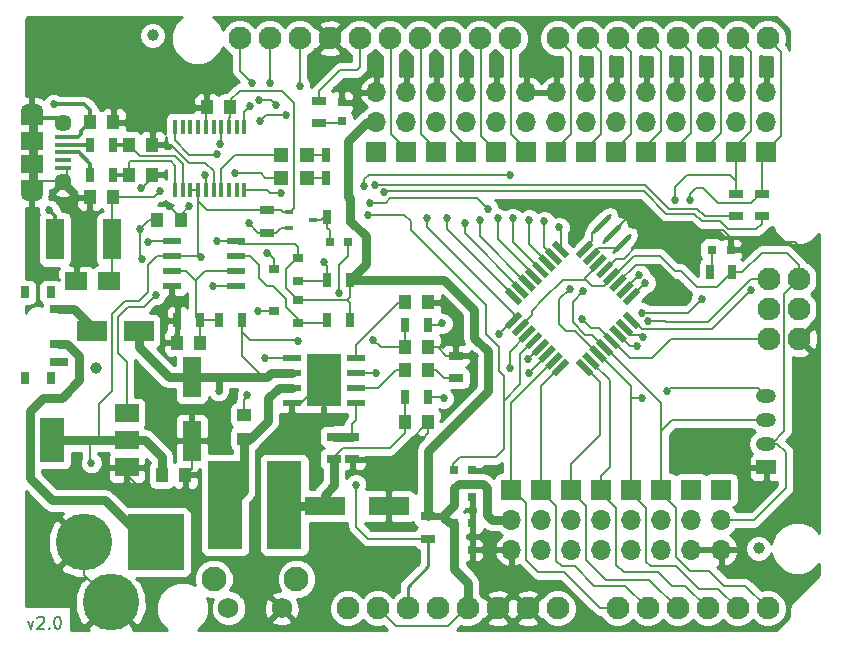
<source format=gtl>
%TF.GenerationSoftware,KiCad,Pcbnew,4.0.7*%
%TF.CreationDate,2018-07-15T20:27:14+02:00*%
%TF.ProjectId,Grape,47726170652E6B696361645F70636200,rev?*%
%TF.FileFunction,Copper,L1,Top,Signal*%
%FSLAX46Y46*%
G04 Gerber Fmt 4.6, Leading zero omitted, Abs format (unit mm)*
G04 Created by KiCad (PCBNEW 4.0.7) date 07/15/18 20:27:14*
%MOMM*%
%LPD*%
G01*
G04 APERTURE LIST*
%ADD10C,0.150000*%
%ADD11C,0.200000*%
%ADD12C,0.254000*%
%ADD13C,1.000000*%
%ADD14C,1.930400*%
%ADD15R,1.000000X1.250000*%
%ADD16R,1.950000X1.500000*%
%ADD17R,0.800000X0.750000*%
%ADD18R,3.500000X1.600000*%
%ADD19R,1.600000X3.500000*%
%ADD20R,1.250000X1.000000*%
%ADD21R,2.500000X1.800000*%
%ADD22R,0.800000X0.800000*%
%ADD23C,4.800000*%
%ADD24R,4.800000X4.800000*%
%ADD25R,3.000000X7.500000*%
%ADD26R,0.700000X1.300000*%
%ADD27R,1.200000X1.200000*%
%ADD28R,1.700000X1.700000*%
%ADD29O,1.700000X1.700000*%
%ADD30R,1.700000X1.200000*%
%ADD31O,1.700000X1.200000*%
%ADD32R,0.700000X0.450000*%
%ADD33R,0.900000X0.800000*%
%ADD34R,1.300000X0.700000*%
%ADD35C,2.100000*%
%ADD36C,1.750000*%
%ADD37R,1.500000X0.700000*%
%ADD38R,0.800000X1.000000*%
%ADD39R,0.406400X1.270000*%
%ADD40R,1.550000X0.600000*%
%ADD41R,2.000000X3.800000*%
%ADD42R,2.000000X1.500000*%
%ADD43R,2.950000X4.500000*%
%ADD44R,1.200000X1.600000*%
%ADD45C,0.600000*%
%ADD46C,0.449580*%
%ADD47R,1.900000X1.500000*%
%ADD48C,1.450000*%
%ADD49R,1.350000X0.400000*%
%ADD50O,1.900000X1.200000*%
%ADD51R,1.900000X1.200000*%
%ADD52C,0.685800*%
%ADD53C,0.800000*%
%ADD54C,0.152400*%
%ADD55C,0.300000*%
%ADD56C,0.600000*%
G04 APERTURE END LIST*
D10*
D11*
X984429Y-51982714D02*
X1222524Y-52649381D01*
X1460620Y-51982714D01*
X1793953Y-51744619D02*
X1841572Y-51697000D01*
X1936810Y-51649381D01*
X2174906Y-51649381D01*
X2270144Y-51697000D01*
X2317763Y-51744619D01*
X2365382Y-51839857D01*
X2365382Y-51935095D01*
X2317763Y-52077952D01*
X1746334Y-52649381D01*
X2365382Y-52649381D01*
X2793953Y-52554143D02*
X2841572Y-52601762D01*
X2793953Y-52649381D01*
X2746334Y-52601762D01*
X2793953Y-52554143D01*
X2793953Y-52649381D01*
X3460619Y-51649381D02*
X3555858Y-51649381D01*
X3651096Y-51697000D01*
X3698715Y-51744619D01*
X3746334Y-51839857D01*
X3793953Y-52030333D01*
X3793953Y-52268429D01*
X3746334Y-52458905D01*
X3698715Y-52554143D01*
X3651096Y-52601762D01*
X3555858Y-52649381D01*
X3460619Y-52649381D01*
X3365381Y-52601762D01*
X3317762Y-52554143D01*
X3270143Y-52458905D01*
X3222524Y-52268429D01*
X3222524Y-52030333D01*
X3270143Y-51839857D01*
X3317762Y-51744619D01*
X3365381Y-51697000D01*
X3460619Y-51649381D01*
D12*
X51266736Y-20024736D02*
X50548316Y-20743157D01*
X51985157Y-19306316D02*
X51266736Y-20024736D01*
X49571264Y-18329264D02*
X48852843Y-19047684D01*
X49571264Y-18329264D02*
X50289684Y-17610843D01*
X50419000Y-19177000D02*
X49700580Y-19895420D01*
X50419000Y-19177000D02*
X51137420Y-18458580D01*
D13*
X11557000Y-2413000D03*
X6731000Y-30607000D03*
D14*
X35687000Y-50927000D03*
X38227000Y-50927000D03*
X50927000Y-50927000D03*
X53467000Y-50927000D03*
X56007000Y-50927000D03*
X58547000Y-50927000D03*
X61087000Y-50927000D03*
X63627000Y-50927000D03*
X24003000Y-2667000D03*
X63627000Y-2667000D03*
X61087000Y-2667000D03*
X58547000Y-2667000D03*
X56007000Y-2667000D03*
X53467000Y-2667000D03*
X50927000Y-2667000D03*
X48387000Y-2667000D03*
X45847000Y-2667000D03*
X41783000Y-2667000D03*
X39243000Y-2667000D03*
X36703000Y-2667000D03*
X34163000Y-2667000D03*
X31623000Y-2667000D03*
X29083000Y-2667000D03*
X40767000Y-50927000D03*
X43307000Y-50927000D03*
X26543000Y-2667000D03*
X66306700Y-28115260D03*
X30607000Y-50927000D03*
X63766700Y-23037800D03*
X66306700Y-25577800D03*
X28067000Y-50927000D03*
X33147000Y-50927000D03*
X63766700Y-28115260D03*
X63766700Y-25577800D03*
X18923000Y-2667000D03*
X21463000Y-2667000D03*
X66306700Y-23037800D03*
X45847000Y-50927000D03*
D15*
X18145000Y-8509000D03*
X16145000Y-8509000D03*
X8239000Y-16129000D03*
X6239000Y-16129000D03*
D16*
X7852000Y-23241000D03*
X5102000Y-23241000D03*
D15*
X6239000Y-9779000D03*
X8239000Y-9779000D03*
D17*
X38596000Y-39243000D03*
X37096000Y-39243000D03*
X28055000Y-19939000D03*
X26555000Y-19939000D03*
D18*
X26129000Y-42291000D03*
X31529000Y-42291000D03*
D15*
X32909000Y-30734000D03*
X34909000Y-30734000D03*
D19*
X14859000Y-31336000D03*
X14859000Y-36736000D03*
D15*
X32909000Y-28829000D03*
X34909000Y-28829000D03*
X32909000Y-25019000D03*
X34909000Y-25019000D03*
D17*
X38596000Y-45974000D03*
X37096000Y-45974000D03*
X38596000Y-43688000D03*
X37096000Y-43688000D03*
X38596000Y-41529000D03*
X37096000Y-41529000D03*
D15*
X32909000Y-35179000D03*
X34909000Y-35179000D03*
D20*
X19304000Y-36560000D03*
X19304000Y-34560000D03*
D15*
X9541000Y-14224000D03*
X11541000Y-14224000D03*
X9541000Y-11684000D03*
X11541000Y-11684000D03*
X15605000Y-28448000D03*
X13605000Y-28448000D03*
X11954000Y-18034000D03*
X13954000Y-18034000D03*
X12335000Y-39624000D03*
X14335000Y-39624000D03*
D21*
X10382000Y-27432000D03*
X6382000Y-27432000D03*
D22*
X27559000Y-9690000D03*
X27559000Y-8090000D03*
X58890000Y-20574000D03*
X60490000Y-20574000D03*
D19*
X8155000Y-19685000D03*
X3275000Y-19685000D03*
D23*
X5711000Y-45339000D03*
D24*
X11811000Y-45339000D03*
D23*
X8001000Y-50419000D03*
D25*
X17693000Y-42164000D03*
X22693000Y-42164000D03*
D26*
X32959000Y-33020000D03*
X34859000Y-33020000D03*
D27*
X24595000Y-12573000D03*
X22395000Y-12573000D03*
X24595000Y-14478000D03*
X22395000Y-14478000D03*
D28*
X63500000Y-12319000D03*
D29*
X63500000Y-9779000D03*
X63500000Y-7239000D03*
D28*
X50800000Y-12319000D03*
D29*
X50800000Y-9779000D03*
X50800000Y-7239000D03*
D28*
X38100000Y-12319000D03*
D29*
X38100000Y-9779000D03*
X38100000Y-7239000D03*
D28*
X41910000Y-40894000D03*
D29*
X41910000Y-43434000D03*
X41910000Y-45974000D03*
D28*
X59690000Y-40894000D03*
D29*
X59690000Y-43434000D03*
X59690000Y-45974000D03*
D28*
X60960000Y-12319000D03*
D29*
X60960000Y-9779000D03*
X60960000Y-7239000D03*
D28*
X48260000Y-12319000D03*
D29*
X48260000Y-9779000D03*
X48260000Y-7239000D03*
D28*
X35560000Y-12319000D03*
D29*
X35560000Y-9779000D03*
X35560000Y-7239000D03*
D28*
X44450000Y-40894000D03*
D29*
X44450000Y-43434000D03*
X44450000Y-45974000D03*
D28*
X57150000Y-40894000D03*
D29*
X57150000Y-43434000D03*
X57150000Y-45974000D03*
D28*
X58420000Y-12319000D03*
D29*
X58420000Y-9779000D03*
X58420000Y-7239000D03*
D28*
X45720000Y-12319000D03*
D29*
X45720000Y-9779000D03*
X45720000Y-7239000D03*
D28*
X33020000Y-12319000D03*
D29*
X33020000Y-9779000D03*
X33020000Y-7239000D03*
D28*
X46990000Y-40894000D03*
D29*
X46990000Y-43434000D03*
X46990000Y-45974000D03*
D28*
X55880000Y-12319000D03*
D29*
X55880000Y-9779000D03*
X55880000Y-7239000D03*
D28*
X43180000Y-12319000D03*
D29*
X43180000Y-9779000D03*
X43180000Y-7239000D03*
D28*
X30480000Y-12319000D03*
D29*
X30480000Y-9779000D03*
X30480000Y-7239000D03*
D28*
X49530000Y-40894000D03*
D29*
X49530000Y-43434000D03*
X49530000Y-45974000D03*
D28*
X53340000Y-12319000D03*
D29*
X53340000Y-9779000D03*
X53340000Y-7239000D03*
D28*
X40640000Y-12319000D03*
D29*
X40640000Y-9779000D03*
X40640000Y-7239000D03*
D28*
X52070000Y-40894000D03*
D29*
X52070000Y-43434000D03*
X52070000Y-45974000D03*
D28*
X54610000Y-40894000D03*
D29*
X54610000Y-43434000D03*
X54610000Y-45974000D03*
D30*
X63500000Y-38989000D03*
D31*
X63500000Y-36989000D03*
X63500000Y-34989000D03*
X63500000Y-32989000D03*
D32*
X23130000Y-17384000D03*
X23130000Y-18684000D03*
X25130000Y-18034000D03*
D33*
X23860000Y-23175000D03*
X23860000Y-21275000D03*
X21860000Y-22225000D03*
X23860000Y-26731000D03*
X23860000Y-24831000D03*
X21860000Y-25781000D03*
D26*
X26228000Y-14478000D03*
X28128000Y-14478000D03*
D34*
X25654000Y-7940000D03*
X25654000Y-9840000D03*
X34861500Y-43119000D03*
X34861500Y-45019000D03*
D26*
X26228000Y-12573000D03*
X28128000Y-12573000D03*
D34*
X63119000Y-15814000D03*
X63119000Y-17714000D03*
X60960000Y-15814000D03*
X60960000Y-17714000D03*
X26924000Y-36388000D03*
X26924000Y-38288000D03*
D26*
X58740000Y-22479000D03*
X60640000Y-22479000D03*
D34*
X37211000Y-31430000D03*
X37211000Y-29530000D03*
X28448000Y-38288000D03*
X28448000Y-36388000D03*
D26*
X34859000Y-26924000D03*
X32959000Y-26924000D03*
X8189000Y-11684000D03*
X6289000Y-11684000D03*
X8189000Y-14224000D03*
X6289000Y-14224000D03*
D34*
X21209000Y-19111000D03*
X21209000Y-17211000D03*
D26*
X26355000Y-17780000D03*
X28255000Y-17780000D03*
X26355000Y-26543000D03*
X28255000Y-26543000D03*
X13655000Y-26543000D03*
X15555000Y-26543000D03*
X17211000Y-26543000D03*
X19111000Y-26543000D03*
X26355000Y-23114000D03*
X28255000Y-23114000D03*
D35*
X16719000Y-48437000D03*
D36*
X17979000Y-50927000D03*
X22479000Y-50927000D03*
D35*
X23729000Y-48437000D03*
D37*
X3589000Y-25563000D03*
X3589000Y-28563000D03*
X3589000Y-30063000D03*
D38*
X729000Y-24163000D03*
X729000Y-31463000D03*
X2939000Y-31463000D03*
X2939000Y-24163000D03*
D39*
X19304000Y-10160000D03*
X18669000Y-10160000D03*
X18008600Y-10160000D03*
X17348200Y-10160000D03*
X16713200Y-10160000D03*
X16052800Y-10160000D03*
X15392400Y-10160000D03*
X14757400Y-10160000D03*
X14097000Y-10160000D03*
X13462000Y-10160000D03*
X13462000Y-15494000D03*
X14097000Y-15494000D03*
X14757400Y-15494000D03*
X15392400Y-15494000D03*
X16052800Y-15494000D03*
X16713200Y-15494000D03*
X17348200Y-15494000D03*
X18008600Y-15494000D03*
X18669000Y-15494000D03*
X19304000Y-15494000D03*
D40*
X13175000Y-19812000D03*
X13175000Y-21082000D03*
X13175000Y-22352000D03*
X13175000Y-23622000D03*
X18575000Y-23622000D03*
X18575000Y-22352000D03*
X18575000Y-21082000D03*
X18575000Y-19812000D03*
D41*
X3073000Y-36703000D03*
D42*
X9373000Y-36703000D03*
X9373000Y-34403000D03*
X9373000Y-39003000D03*
D10*
G36*
X52473334Y-23741555D02*
X52862243Y-24130464D01*
X51730872Y-25261835D01*
X51341963Y-24872926D01*
X52473334Y-23741555D01*
X52473334Y-23741555D01*
G37*
G36*
X51907648Y-23175870D02*
X52296557Y-23564779D01*
X51165186Y-24696150D01*
X50776277Y-24307241D01*
X51907648Y-23175870D01*
X51907648Y-23175870D01*
G37*
G36*
X51341963Y-22610184D02*
X51730872Y-22999093D01*
X50599501Y-24130464D01*
X50210592Y-23741555D01*
X51341963Y-22610184D01*
X51341963Y-22610184D01*
G37*
G36*
X50776278Y-22044499D02*
X51165187Y-22433408D01*
X50033816Y-23564779D01*
X49644907Y-23175870D01*
X50776278Y-22044499D01*
X50776278Y-22044499D01*
G37*
G36*
X50210592Y-21478813D02*
X50599501Y-21867722D01*
X49468130Y-22999093D01*
X49079221Y-22610184D01*
X50210592Y-21478813D01*
X50210592Y-21478813D01*
G37*
G36*
X49644907Y-20913128D02*
X50033816Y-21302037D01*
X48902445Y-22433408D01*
X48513536Y-22044499D01*
X49644907Y-20913128D01*
X49644907Y-20913128D01*
G37*
G36*
X49079221Y-20347443D02*
X49468130Y-20736352D01*
X48336759Y-21867723D01*
X47947850Y-21478814D01*
X49079221Y-20347443D01*
X49079221Y-20347443D01*
G37*
G36*
X48513536Y-19781757D02*
X48902445Y-20170666D01*
X47771074Y-21302037D01*
X47382165Y-20913128D01*
X48513536Y-19781757D01*
X48513536Y-19781757D01*
G37*
G36*
X45331555Y-20170666D02*
X45720464Y-19781757D01*
X46851835Y-20913128D01*
X46462926Y-21302037D01*
X45331555Y-20170666D01*
X45331555Y-20170666D01*
G37*
G36*
X44765870Y-20736352D02*
X45154779Y-20347443D01*
X46286150Y-21478814D01*
X45897241Y-21867723D01*
X44765870Y-20736352D01*
X44765870Y-20736352D01*
G37*
G36*
X44200184Y-21302037D02*
X44589093Y-20913128D01*
X45720464Y-22044499D01*
X45331555Y-22433408D01*
X44200184Y-21302037D01*
X44200184Y-21302037D01*
G37*
G36*
X43634499Y-21867722D02*
X44023408Y-21478813D01*
X45154779Y-22610184D01*
X44765870Y-22999093D01*
X43634499Y-21867722D01*
X43634499Y-21867722D01*
G37*
G36*
X43068813Y-22433408D02*
X43457722Y-22044499D01*
X44589093Y-23175870D01*
X44200184Y-23564779D01*
X43068813Y-22433408D01*
X43068813Y-22433408D01*
G37*
G36*
X42503128Y-22999093D02*
X42892037Y-22610184D01*
X44023408Y-23741555D01*
X43634499Y-24130464D01*
X42503128Y-22999093D01*
X42503128Y-22999093D01*
G37*
G36*
X41937443Y-23564779D02*
X42326352Y-23175870D01*
X43457723Y-24307241D01*
X43068814Y-24696150D01*
X41937443Y-23564779D01*
X41937443Y-23564779D01*
G37*
G36*
X41371757Y-24130464D02*
X41760666Y-23741555D01*
X42892037Y-24872926D01*
X42503128Y-25261835D01*
X41371757Y-24130464D01*
X41371757Y-24130464D01*
G37*
G36*
X42503128Y-25792165D02*
X42892037Y-26181074D01*
X41760666Y-27312445D01*
X41371757Y-26923536D01*
X42503128Y-25792165D01*
X42503128Y-25792165D01*
G37*
G36*
X43068814Y-26357850D02*
X43457723Y-26746759D01*
X42326352Y-27878130D01*
X41937443Y-27489221D01*
X43068814Y-26357850D01*
X43068814Y-26357850D01*
G37*
G36*
X43634499Y-26923536D02*
X44023408Y-27312445D01*
X42892037Y-28443816D01*
X42503128Y-28054907D01*
X43634499Y-26923536D01*
X43634499Y-26923536D01*
G37*
G36*
X44200184Y-27489221D02*
X44589093Y-27878130D01*
X43457722Y-29009501D01*
X43068813Y-28620592D01*
X44200184Y-27489221D01*
X44200184Y-27489221D01*
G37*
G36*
X44765870Y-28054907D02*
X45154779Y-28443816D01*
X44023408Y-29575187D01*
X43634499Y-29186278D01*
X44765870Y-28054907D01*
X44765870Y-28054907D01*
G37*
G36*
X45331555Y-28620592D02*
X45720464Y-29009501D01*
X44589093Y-30140872D01*
X44200184Y-29751963D01*
X45331555Y-28620592D01*
X45331555Y-28620592D01*
G37*
G36*
X45897241Y-29186277D02*
X46286150Y-29575186D01*
X45154779Y-30706557D01*
X44765870Y-30317648D01*
X45897241Y-29186277D01*
X45897241Y-29186277D01*
G37*
G36*
X46462926Y-29751963D02*
X46851835Y-30140872D01*
X45720464Y-31272243D01*
X45331555Y-30883334D01*
X46462926Y-29751963D01*
X46462926Y-29751963D01*
G37*
G36*
X47382165Y-30140872D02*
X47771074Y-29751963D01*
X48902445Y-30883334D01*
X48513536Y-31272243D01*
X47382165Y-30140872D01*
X47382165Y-30140872D01*
G37*
G36*
X47947850Y-29575186D02*
X48336759Y-29186277D01*
X49468130Y-30317648D01*
X49079221Y-30706557D01*
X47947850Y-29575186D01*
X47947850Y-29575186D01*
G37*
G36*
X48513536Y-29009501D02*
X48902445Y-28620592D01*
X50033816Y-29751963D01*
X49644907Y-30140872D01*
X48513536Y-29009501D01*
X48513536Y-29009501D01*
G37*
G36*
X49079221Y-28443816D02*
X49468130Y-28054907D01*
X50599501Y-29186278D01*
X50210592Y-29575187D01*
X49079221Y-28443816D01*
X49079221Y-28443816D01*
G37*
G36*
X49644907Y-27878130D02*
X50033816Y-27489221D01*
X51165187Y-28620592D01*
X50776278Y-29009501D01*
X49644907Y-27878130D01*
X49644907Y-27878130D01*
G37*
G36*
X50210592Y-27312445D02*
X50599501Y-26923536D01*
X51730872Y-28054907D01*
X51341963Y-28443816D01*
X50210592Y-27312445D01*
X50210592Y-27312445D01*
G37*
G36*
X50776277Y-26746759D02*
X51165186Y-26357850D01*
X52296557Y-27489221D01*
X51907648Y-27878130D01*
X50776277Y-26746759D01*
X50776277Y-26746759D01*
G37*
G36*
X51341963Y-26181074D02*
X51730872Y-25792165D01*
X52862243Y-26923536D01*
X52473334Y-27312445D01*
X51341963Y-26181074D01*
X51341963Y-26181074D01*
G37*
D43*
X26035000Y-31623000D03*
D40*
X23335000Y-29718000D03*
X23335000Y-30988000D03*
X23335000Y-32258000D03*
X23335000Y-33528000D03*
X28735000Y-33528000D03*
X28735000Y-32258000D03*
X28735000Y-30988000D03*
X28735000Y-29718000D03*
D44*
X26635000Y-32423000D03*
X26635000Y-30823000D03*
X25435000Y-32423000D03*
X25435000Y-30823000D03*
D45*
X25435000Y-30423000D03*
X25435000Y-31223000D03*
X26635000Y-31223000D03*
X26635000Y-30423000D03*
X25435000Y-32823000D03*
X25435000Y-32023000D03*
X26635000Y-32023000D03*
X26635000Y-32823000D03*
D46*
X50752167Y-20539305D02*
X51781305Y-19510167D01*
X49904431Y-19691569D02*
X50933569Y-18662431D01*
X49056695Y-18843833D02*
X50085833Y-17814695D01*
D45*
X12573000Y-26416000D03*
X20320000Y-48768000D03*
X29019500Y-48323500D03*
X10477500Y-9842500D03*
X54546500Y-19050000D03*
X40259000Y-39243000D03*
X66548000Y-33909000D03*
X66548000Y-38417500D03*
X66548000Y-42164000D03*
X2921000Y-48704500D03*
X23050500Y-36004500D03*
X24765000Y-36004500D03*
X33147000Y-37909500D03*
D47*
X1301000Y-13319000D03*
D48*
X4001000Y-9819000D03*
D49*
X4001000Y-11669000D03*
X4001000Y-11019000D03*
X4001000Y-13619000D03*
X4001000Y-12969000D03*
X4001000Y-12319000D03*
D48*
X4001000Y-14819000D03*
D47*
X1301000Y-11319000D03*
D50*
X1301000Y-8819000D03*
X1301000Y-15819000D03*
D51*
X1301000Y-15219000D03*
X1301000Y-9419000D03*
D13*
X62865000Y-45847000D03*
D52*
X6350000Y-38608000D03*
X16637000Y-23622000D03*
X15621000Y-21209000D03*
X14668500Y-16891000D03*
X43307000Y-29845000D03*
X38862000Y-29527500D03*
X10541000Y-15367000D03*
X12954000Y-16891000D03*
X56261000Y-23622000D03*
X56388000Y-21082000D03*
X21209000Y-20828000D03*
X16002000Y-14224000D03*
X12192000Y-15621000D03*
X2794000Y-17208500D03*
X3175000Y-8255000D03*
X24003000Y-6667500D03*
X22860000Y-9144000D03*
X20637500Y-9652000D03*
X29781500Y-17589500D03*
X47879000Y-26416000D03*
X27305000Y-24193500D03*
X28765500Y-40449500D03*
X17145000Y-32512000D03*
X23876000Y-28321000D03*
X30226000Y-28194000D03*
X11811000Y-24384000D03*
X10668000Y-21336000D03*
X10477500Y-18796000D03*
X17018000Y-19812000D03*
X21082000Y-29718000D03*
X19558000Y-32893000D03*
X21526500Y-6477000D03*
X29972000Y-16573500D03*
X39941500Y-17081500D03*
X46863000Y-23876000D03*
X55118000Y-32512000D03*
X52959000Y-33147000D03*
X48006000Y-24066500D03*
X41783000Y-14224000D03*
X29464000Y-15176500D03*
X22034500Y-8318500D03*
X20574000Y-7874000D03*
X20002500Y-6477000D03*
X62230000Y-24003000D03*
X53276500Y-23368000D03*
X52768500Y-22669500D03*
X45974000Y-18669000D03*
X44704000Y-18161000D03*
X43434000Y-18034000D03*
X42037000Y-17907000D03*
X40767000Y-17907000D03*
X39243000Y-18034000D03*
X58039000Y-24765000D03*
X52959000Y-25908000D03*
X37973000Y-18288000D03*
X53530500Y-26606500D03*
X36449000Y-17907000D03*
X40894000Y-27686000D03*
X34798000Y-17907000D03*
X36195000Y-33147000D03*
X20447000Y-25781000D03*
X17018000Y-12446000D03*
X18542000Y-14097000D03*
X52578000Y-28702000D03*
X57023000Y-16383000D03*
X43434000Y-30988000D03*
X53086000Y-27940000D03*
X55753000Y-16383000D03*
X41783000Y-30607000D03*
X19812000Y-8382000D03*
X19685000Y-18288000D03*
X11176000Y-19939000D03*
X26035000Y-21590000D03*
X31115000Y-15684500D03*
X22415500Y-15748000D03*
X17272000Y-11620500D03*
X30416500Y-15113000D03*
X36068000Y-26797000D03*
X30480000Y-30988000D03*
D11*
X6350000Y-38608000D02*
X6223000Y-38481000D01*
X6223000Y-38481000D02*
X6223000Y-36703000D01*
X13175000Y-21082000D02*
X11938000Y-21082000D01*
X6985000Y-33655000D02*
X6985000Y-36703000D01*
X8128000Y-32512000D02*
X6985000Y-33655000D01*
X8128000Y-25971500D02*
X8128000Y-32512000D01*
X9207500Y-24892000D02*
X8128000Y-25971500D01*
X10414000Y-24892000D02*
X9207500Y-24892000D01*
X11176000Y-24130000D02*
X10414000Y-24892000D01*
X11176000Y-21844000D02*
X11176000Y-24130000D01*
X11938000Y-21082000D02*
X11176000Y-21844000D01*
X21209000Y-17211000D02*
X16195000Y-17211000D01*
X15392400Y-16408400D02*
X15392400Y-15494000D01*
X16195000Y-17211000D02*
X15392400Y-16408400D01*
X15392400Y-15494000D02*
X15392400Y-20980400D01*
X15392400Y-20980400D02*
X15621000Y-21209000D01*
X18575000Y-23622000D02*
X16637000Y-23622000D01*
X15494000Y-21082000D02*
X13175000Y-21082000D01*
X15621000Y-21209000D02*
X15494000Y-21082000D01*
D53*
X9373000Y-36703000D02*
X10922000Y-36703000D01*
X12335000Y-38116000D02*
X12335000Y-39624000D01*
X10922000Y-36703000D02*
X12335000Y-38116000D01*
X3073000Y-36703000D02*
X6223000Y-36703000D01*
X6223000Y-36703000D02*
X6985000Y-36703000D01*
X6985000Y-36703000D02*
X9373000Y-36703000D01*
D11*
X14757400Y-15494000D02*
X15392400Y-15494000D01*
X18145000Y-8509000D02*
X18145000Y-7890000D01*
X18145000Y-7890000D02*
X18923000Y-7112000D01*
X23495000Y-17019000D02*
X23130000Y-17384000D01*
X23495000Y-8128000D02*
X23495000Y-17019000D01*
X22479000Y-7112000D02*
X23495000Y-8128000D01*
X18923000Y-7112000D02*
X22479000Y-7112000D01*
X21209000Y-17211000D02*
X22418000Y-17211000D01*
X22591000Y-17384000D02*
X23130000Y-17384000D01*
X22418000Y-17211000D02*
X22591000Y-17384000D01*
X18145000Y-8509000D02*
X18145000Y-9287000D01*
X18008600Y-9423400D02*
X18008600Y-10160000D01*
X18145000Y-9287000D02*
X18008600Y-9423400D01*
X50419000Y-19177000D02*
X51943000Y-17653000D01*
X33147000Y-37909500D02*
X33147000Y-36941000D01*
X33147000Y-36941000D02*
X34909000Y-35179000D01*
X34909000Y-35179000D02*
X34909000Y-36084000D01*
X34909000Y-36084000D02*
X34417000Y-36576000D01*
D54*
X49839361Y-22238953D02*
X49897047Y-22238953D01*
X49897047Y-22238953D02*
X50800000Y-21336000D01*
X55499000Y-20193000D02*
X56388000Y-21082000D01*
X52578000Y-20193000D02*
X55499000Y-20193000D01*
X51435000Y-21336000D02*
X52578000Y-20193000D01*
X50800000Y-21336000D02*
X51435000Y-21336000D01*
X13954000Y-18034000D02*
X13954000Y-17605500D01*
X13954000Y-17605500D02*
X14668500Y-16891000D01*
X44394639Y-28815047D02*
X44336953Y-28815047D01*
X44336953Y-28815047D02*
X43307000Y-29845000D01*
X38862000Y-29527500D02*
X38859500Y-29530000D01*
X38859500Y-29530000D02*
X37211000Y-29530000D01*
D11*
X5711000Y-45339000D02*
X5711000Y-48129000D01*
X5711000Y-48129000D02*
X8001000Y-50419000D01*
X13175000Y-23622000D02*
X13175000Y-24732000D01*
X13655000Y-25212000D02*
X13655000Y-26543000D01*
X13175000Y-24732000D02*
X13655000Y-25212000D01*
X11541000Y-14224000D02*
X11541000Y-14494000D01*
X11541000Y-14494000D02*
X10668000Y-15367000D01*
X10668000Y-15367000D02*
X10541000Y-15367000D01*
X12954000Y-16891000D02*
X13954000Y-17891000D01*
X13954000Y-17891000D02*
X13954000Y-18034000D01*
X9373000Y-39003000D02*
X9373000Y-39599000D01*
X9373000Y-39599000D02*
X10922000Y-41148000D01*
X10922000Y-41148000D02*
X13716000Y-41148000D01*
X13716000Y-41148000D02*
X14335000Y-40529000D01*
X14335000Y-40529000D02*
X14335000Y-39624000D01*
X14859000Y-36736000D02*
X14859000Y-39100000D01*
X14859000Y-39100000D02*
X14335000Y-39624000D01*
X8239000Y-9779000D02*
X10922000Y-9779000D01*
X11541000Y-10398000D02*
X11541000Y-11684000D01*
X10922000Y-9779000D02*
X11541000Y-10398000D01*
X5102000Y-23241000D02*
X5102000Y-21949000D01*
X6239000Y-20812000D02*
X6239000Y-16129000D01*
X5102000Y-21949000D02*
X6239000Y-20812000D01*
X6239000Y-16129000D02*
X4826000Y-16129000D01*
X4826000Y-16129000D02*
X3951000Y-15254000D01*
X3951000Y-15254000D02*
X3951000Y-14781500D01*
X4311000Y-13619000D02*
X4311000Y-14421500D01*
X4311000Y-14421500D02*
X3951000Y-14781500D01*
X3951000Y-14781500D02*
X2098500Y-14781500D01*
X2098500Y-14781500D02*
X1651000Y-15229000D01*
X16052800Y-10160000D02*
X16052800Y-8601200D01*
X16052800Y-8601200D02*
X16145000Y-8509000D01*
X66306700Y-28115260D02*
X66499740Y-28115260D01*
X66499740Y-28115260D02*
X67818000Y-26797000D01*
X67818000Y-26797000D02*
X67818000Y-21844000D01*
X67818000Y-21844000D02*
X65913000Y-19939000D01*
X65913000Y-19939000D02*
X61722000Y-19939000D01*
X61722000Y-19939000D02*
X61087000Y-20574000D01*
X61087000Y-20574000D02*
X60490000Y-20574000D01*
X50970732Y-23370324D02*
X50970732Y-23324268D01*
X50970732Y-23324268D02*
X52451000Y-21844000D01*
X52451000Y-21844000D02*
X54483000Y-21844000D01*
X54483000Y-21844000D02*
X56261000Y-23622000D01*
X56388000Y-21082000D02*
X56515000Y-20955000D01*
X56515000Y-20955000D02*
X56515000Y-19050000D01*
X56515000Y-19050000D02*
X56642000Y-18923000D01*
X56642000Y-18923000D02*
X59817000Y-18923000D01*
X59817000Y-18923000D02*
X60490000Y-19596000D01*
X60490000Y-19596000D02*
X60490000Y-20574000D01*
X26035000Y-31623000D02*
X24257000Y-33401000D01*
X24257000Y-33401000D02*
X23462000Y-33401000D01*
X23462000Y-33401000D02*
X23335000Y-33528000D01*
X23335000Y-33528000D02*
X24130000Y-33528000D01*
X24130000Y-33528000D02*
X26035000Y-31623000D01*
X24130000Y-33528000D02*
X26035000Y-31623000D01*
X37211000Y-29530000D02*
X36388000Y-29530000D01*
X35687000Y-28829000D02*
X34909000Y-28829000D01*
X36388000Y-29530000D02*
X35687000Y-28829000D01*
X13655000Y-26543000D02*
X13655000Y-28398000D01*
X13655000Y-28398000D02*
X13605000Y-28448000D01*
X11541000Y-11684000D02*
X13081000Y-11684000D01*
X16713200Y-13919200D02*
X16713200Y-15494000D01*
X16002000Y-13208000D02*
X16713200Y-13919200D01*
X14605000Y-13208000D02*
X16002000Y-13208000D01*
X13081000Y-11684000D02*
X14605000Y-13208000D01*
D55*
X1651000Y-13159000D02*
X1651000Y-15229000D01*
X1651000Y-11479000D02*
X1651000Y-13159000D01*
X1651000Y-9409000D02*
X1651000Y-11479000D01*
X1651000Y-9409000D02*
X3503500Y-9409000D01*
X3503500Y-9409000D02*
X3951000Y-9856500D01*
D11*
X21860000Y-22225000D02*
X21860000Y-21352000D01*
X21336000Y-20828000D02*
X21209000Y-20828000D01*
X21860000Y-21352000D02*
X21336000Y-20828000D01*
X8155000Y-19685000D02*
X8155000Y-16213000D01*
X8155000Y-16213000D02*
X8239000Y-16129000D01*
X8155000Y-19685000D02*
X8155000Y-22938000D01*
X8155000Y-22938000D02*
X7852000Y-23241000D01*
X8239000Y-16129000D02*
X11684000Y-16129000D01*
X16052800Y-14274800D02*
X16052800Y-15494000D01*
X16002000Y-14224000D02*
X16052800Y-14274800D01*
X11684000Y-16129000D02*
X12192000Y-15621000D01*
D55*
X6239000Y-9779000D02*
X6239000Y-8715500D01*
X3275000Y-17689500D02*
X3275000Y-19685000D01*
X2794000Y-17208500D02*
X3275000Y-17689500D01*
X5778500Y-8255000D02*
X3175000Y-8255000D01*
X6239000Y-8715500D02*
X5778500Y-8255000D01*
X6239000Y-9779000D02*
X6223000Y-9779000D01*
X6223000Y-9779000D02*
X5461000Y-10541000D01*
X5461000Y-10541000D02*
X5461000Y-10795000D01*
X5461000Y-10795000D02*
X5237000Y-11019000D01*
X5237000Y-11019000D02*
X4311000Y-11019000D01*
D11*
X41275000Y-33337500D02*
X41275000Y-31242000D01*
X24003000Y-6667500D02*
X24003000Y-2667000D01*
X21145500Y-9144000D02*
X22860000Y-9144000D01*
X20637500Y-9652000D02*
X21145500Y-9144000D01*
X32829500Y-17589500D02*
X29781500Y-17589500D01*
X33401000Y-18161000D02*
X32829500Y-17589500D01*
X33401000Y-18859500D02*
X33401000Y-18161000D01*
X39751000Y-25209500D02*
X33401000Y-18859500D01*
X39751000Y-27686000D02*
X39751000Y-25209500D01*
X40894000Y-28829000D02*
X39751000Y-27686000D01*
X40894000Y-30861000D02*
X40894000Y-28829000D01*
X41275000Y-31242000D02*
X40894000Y-30861000D01*
X36969000Y-38862000D02*
X36969000Y-38723000D01*
X37592000Y-38100000D02*
X37909500Y-38100000D01*
X36969000Y-38723000D02*
X37592000Y-38100000D01*
X36969000Y-39243000D02*
X36969000Y-38862000D01*
X36969000Y-38862000D02*
X36969000Y-38850000D01*
X42672000Y-29406314D02*
X43828953Y-28249361D01*
X42672000Y-31940500D02*
X42672000Y-29406314D01*
X41275000Y-33337500D02*
X42672000Y-31940500D01*
X41275000Y-33274000D02*
X41275000Y-33337500D01*
X41275000Y-33274000D02*
X41275000Y-33274000D01*
X41275000Y-37465000D02*
X41275000Y-33274000D01*
X37909500Y-38100000D02*
X40640000Y-38100000D01*
X40640000Y-38100000D02*
X41275000Y-37465000D01*
X37719000Y-38100000D02*
X37909500Y-38100000D01*
X49333686Y-27178000D02*
X50405047Y-28249361D01*
X48641000Y-27178000D02*
X49333686Y-27178000D01*
X47879000Y-26416000D02*
X48641000Y-27178000D01*
X28765500Y-40449500D02*
X28765500Y-44005500D01*
X28055000Y-21094000D02*
X27305000Y-21844000D01*
X27305000Y-21844000D02*
X27305000Y-24193500D01*
X34861500Y-45019000D02*
X29779000Y-45019000D01*
X28055000Y-21094000D02*
X28055000Y-19939000D01*
X28765500Y-44005500D02*
X29779000Y-45019000D01*
D12*
X34861500Y-45019000D02*
X34861500Y-47371000D01*
X33147000Y-49085500D02*
X33147000Y-50927000D01*
X34861500Y-47371000D02*
X33147000Y-49085500D01*
D11*
X50405047Y-28249361D02*
X50474361Y-28249361D01*
X50474361Y-28249361D02*
X51943000Y-29718000D01*
X51943000Y-29718000D02*
X53848000Y-29718000D01*
X53848000Y-29718000D02*
X55450740Y-28115260D01*
X55450740Y-28115260D02*
X63766700Y-28115260D01*
X26355000Y-17780000D02*
X26355000Y-18735000D01*
X26555000Y-18935000D02*
X26555000Y-19939000D01*
X26355000Y-18735000D02*
X26555000Y-18935000D01*
X25130000Y-18034000D02*
X25781000Y-18034000D01*
X25781000Y-18034000D02*
X26035000Y-17780000D01*
X26035000Y-17780000D02*
X26355000Y-17780000D01*
D53*
X26924000Y-38288000D02*
X26924000Y-40513000D01*
X26129000Y-41308000D02*
X26129000Y-42291000D01*
X26924000Y-40513000D02*
X26129000Y-41308000D01*
X26129000Y-42291000D02*
X22820000Y-42291000D01*
X22820000Y-42291000D02*
X22693000Y-42164000D01*
D11*
X26924000Y-38288000D02*
X26924000Y-38100000D01*
X26924000Y-38100000D02*
X27686000Y-37338000D01*
X27686000Y-37338000D02*
X31623000Y-37338000D01*
X31623000Y-37338000D02*
X32909000Y-36052000D01*
X32909000Y-36052000D02*
X32909000Y-35179000D01*
X32959000Y-33020000D02*
X32959000Y-35129000D01*
X32959000Y-35129000D02*
X32909000Y-35179000D01*
X28735000Y-32258000D02*
X30607000Y-32258000D01*
X32131000Y-30734000D02*
X32909000Y-30734000D01*
X30607000Y-32258000D02*
X32131000Y-30734000D01*
X34909000Y-30734000D02*
X35560000Y-30734000D01*
X36256000Y-31430000D02*
X37211000Y-31430000D01*
X35560000Y-30734000D02*
X36256000Y-31430000D01*
D56*
X17145000Y-32512000D02*
X17145000Y-31336000D01*
X17145000Y-31336000D02*
X17145000Y-31496000D01*
X17145000Y-31496000D02*
X17145000Y-31336000D01*
D11*
X18415000Y-31336000D02*
X18415000Y-31496000D01*
X18415000Y-31496000D02*
X18415000Y-31336000D01*
X32909000Y-28829000D02*
X30861000Y-28829000D01*
X19812000Y-28194000D02*
X19111000Y-27493000D01*
X23749000Y-28194000D02*
X19812000Y-28194000D01*
X23876000Y-28321000D02*
X23749000Y-28194000D01*
X30861000Y-28829000D02*
X30226000Y-28194000D01*
X32959000Y-26924000D02*
X32959000Y-28779000D01*
X32959000Y-28779000D02*
X32909000Y-28829000D01*
X19111000Y-26543000D02*
X19111000Y-27493000D01*
X19111000Y-27493000D02*
X19111000Y-29530000D01*
X19111000Y-29530000D02*
X20917000Y-31336000D01*
X20917000Y-31336000D02*
X20917000Y-31331000D01*
X20917000Y-31331000D02*
X20701000Y-31115000D01*
X20701000Y-31115000D02*
X20701000Y-31336000D01*
D53*
X14859000Y-31336000D02*
X17145000Y-31336000D01*
X17145000Y-31336000D02*
X18415000Y-31336000D01*
X18415000Y-31336000D02*
X20701000Y-31336000D01*
X20701000Y-31336000D02*
X21242000Y-31336000D01*
X21590000Y-30988000D02*
X23335000Y-30988000D01*
X21242000Y-31336000D02*
X21590000Y-30988000D01*
X14859000Y-31336000D02*
X12921000Y-31336000D01*
X10382000Y-28797000D02*
X10382000Y-27432000D01*
X12921000Y-31336000D02*
X10382000Y-28797000D01*
D11*
X28735000Y-29718000D02*
X28735000Y-28669000D01*
X32385000Y-25019000D02*
X32909000Y-25019000D01*
X28735000Y-28669000D02*
X32385000Y-25019000D01*
D53*
X34861500Y-43119000D02*
X34861500Y-37592000D01*
X36258500Y-23114000D02*
X28255000Y-23114000D01*
X38798500Y-25654000D02*
X36258500Y-23114000D01*
X38798500Y-28003500D02*
X38798500Y-25654000D01*
X39941500Y-29146500D02*
X38798500Y-28003500D01*
X39941500Y-32512000D02*
X39941500Y-29146500D01*
X34861500Y-37592000D02*
X39941500Y-32512000D01*
D54*
X10477500Y-21145500D02*
X10477500Y-18796000D01*
X10668000Y-21336000D02*
X10477500Y-21145500D01*
X9373000Y-34403000D02*
X9373000Y-30074000D01*
X11811000Y-24384000D02*
X11811000Y-24320500D01*
X10795000Y-25400000D02*
X11811000Y-24384000D01*
X9461500Y-25400000D02*
X10795000Y-25400000D01*
X8636000Y-26225500D02*
X9461500Y-25400000D01*
X8636000Y-29337000D02*
X8636000Y-26225500D01*
X9373000Y-30074000D02*
X8636000Y-29337000D01*
X11954000Y-18034000D02*
X11239500Y-18034000D01*
X11239500Y-18034000D02*
X10477500Y-18796000D01*
X17018000Y-19812000D02*
X18575000Y-19812000D01*
X63500000Y-36989000D02*
X63976000Y-36989000D01*
X63976000Y-36989000D02*
X65024000Y-35941000D01*
X65024000Y-24320500D02*
X66306700Y-23037800D01*
X65024000Y-35941000D02*
X65024000Y-24320500D01*
D56*
X34861500Y-43119000D02*
X36134000Y-43119000D01*
X36134000Y-43119000D02*
X36258500Y-43243500D01*
D11*
X38227000Y-50927000D02*
X38100000Y-50927000D01*
X38100000Y-50927000D02*
X36576000Y-52451000D01*
X32131000Y-52451000D02*
X30607000Y-50927000D01*
X36576000Y-52451000D02*
X32131000Y-52451000D01*
X59690000Y-43434000D02*
X62484000Y-43434000D01*
X64421000Y-36989000D02*
X63500000Y-36989000D01*
X65151000Y-37719000D02*
X64421000Y-36989000D01*
X65151000Y-40767000D02*
X65151000Y-37719000D01*
X62484000Y-43434000D02*
X65151000Y-40767000D01*
D53*
X28128000Y-12573000D02*
X28128000Y-11369000D01*
X28128000Y-11369000D02*
X29718000Y-9779000D01*
X29718000Y-9779000D02*
X30480000Y-9779000D01*
X28128000Y-12573000D02*
X28128000Y-14478000D01*
X38227000Y-50927000D02*
X38227000Y-48768000D01*
X37096000Y-47637000D02*
X37096000Y-45974000D01*
X38227000Y-48768000D02*
X37096000Y-47637000D01*
X36258500Y-43243500D02*
X36258500Y-42989500D01*
X37096000Y-42152000D02*
X37096000Y-41529000D01*
X36258500Y-42989500D02*
X37096000Y-42152000D01*
X37096000Y-43688000D02*
X36703000Y-43688000D01*
X36703000Y-43688000D02*
X36258500Y-43243500D01*
X37096000Y-43688000D02*
X37096000Y-45974000D01*
X41910000Y-43434000D02*
X40259000Y-43434000D01*
X40259000Y-43434000D02*
X39878000Y-43053000D01*
X39878000Y-43053000D02*
X39878000Y-40767000D01*
X39878000Y-40767000D02*
X39497000Y-40386000D01*
X39497000Y-40386000D02*
X37465000Y-40386000D01*
X37465000Y-40386000D02*
X37096000Y-40755000D01*
X37096000Y-40755000D02*
X37096000Y-41529000D01*
X28255000Y-17780000D02*
X28255000Y-18095000D01*
X28255000Y-18095000D02*
X29591000Y-19431000D01*
X29591000Y-19431000D02*
X29591000Y-21778000D01*
X29591000Y-21778000D02*
X28255000Y-23114000D01*
X28128000Y-14478000D02*
X28128000Y-16063000D01*
X28128000Y-16063000D02*
X28255000Y-16190000D01*
X28255000Y-16190000D02*
X28255000Y-17780000D01*
D11*
X50405047Y-22804639D02*
X50601361Y-22804639D01*
X50601361Y-22804639D02*
X52324000Y-21082000D01*
X59370000Y-23749000D02*
X60640000Y-22479000D01*
X57658000Y-23749000D02*
X59370000Y-23749000D01*
X56261000Y-22352000D02*
X57658000Y-23749000D01*
X55753000Y-22352000D02*
X56261000Y-22352000D01*
X54483000Y-21082000D02*
X55753000Y-22352000D01*
X52324000Y-21082000D02*
X54483000Y-21082000D01*
X23860000Y-21275000D02*
X23860000Y-20304000D01*
X23622000Y-20066000D02*
X18829000Y-20066000D01*
X23860000Y-20304000D02*
X23622000Y-20066000D01*
X18829000Y-20066000D02*
X18575000Y-19812000D01*
X23860000Y-21275000D02*
X23810000Y-21275000D01*
X23810000Y-21275000D02*
X22860000Y-22225000D01*
X22860000Y-22225000D02*
X22860000Y-23831000D01*
X22860000Y-23831000D02*
X23860000Y-24831000D01*
X60640000Y-22479000D02*
X61468000Y-22479000D01*
X66306700Y-21856700D02*
X66306700Y-23037800D01*
X65278000Y-20828000D02*
X66306700Y-21856700D01*
X63119000Y-20828000D02*
X65278000Y-20828000D01*
X61468000Y-22479000D02*
X63119000Y-20828000D01*
X48260000Y-23114000D02*
X46291500Y-23114000D01*
X43688000Y-26127573D02*
X42697583Y-27117990D01*
X43688000Y-25717500D02*
X43688000Y-26127573D01*
X44640500Y-24765000D02*
X43688000Y-25717500D01*
X44640500Y-24765000D02*
X44640500Y-24765000D01*
X46291500Y-23114000D02*
X44640500Y-24765000D01*
X49273676Y-21673268D02*
X49273676Y-21846324D01*
X49273676Y-21846324D02*
X48133000Y-22987000D01*
X48133000Y-22987000D02*
X48260000Y-23114000D01*
X48260000Y-23114000D02*
X48768000Y-23622000D01*
X48768000Y-23622000D02*
X49784000Y-23622000D01*
X49784000Y-23622000D02*
X50405047Y-23000953D01*
X50405047Y-23000953D02*
X50405047Y-22804639D01*
X36703000Y-43688000D02*
X36134000Y-43119000D01*
X36134000Y-43119000D02*
X36256000Y-43119000D01*
X36830000Y-42545000D02*
X36830000Y-41795000D01*
X36256000Y-43119000D02*
X36830000Y-42545000D01*
X36830000Y-41795000D02*
X37096000Y-41529000D01*
X28255000Y-23114000D02*
X28255000Y-24582000D01*
X28255000Y-24582000D02*
X28006000Y-24831000D01*
X28255000Y-26543000D02*
X28255000Y-25080000D01*
X28006000Y-24831000D02*
X23860000Y-24831000D01*
X28255000Y-25080000D02*
X28006000Y-24831000D01*
D53*
X19304000Y-36560000D02*
X19828000Y-36560000D01*
X19828000Y-36560000D02*
X21336000Y-35052000D01*
X21336000Y-33147000D02*
X22225000Y-32258000D01*
X21336000Y-35052000D02*
X21336000Y-33147000D01*
X22225000Y-32258000D02*
X23335000Y-32258000D01*
X17693000Y-42164000D02*
X18161000Y-42164000D01*
X18161000Y-42164000D02*
X19304000Y-41021000D01*
X19304000Y-41021000D02*
X19304000Y-36560000D01*
D11*
X19304000Y-36560000D02*
X19304000Y-40553000D01*
X19304000Y-40553000D02*
X17693000Y-42164000D01*
X23335000Y-32258000D02*
X22225000Y-32258000D01*
X21463000Y-34925000D02*
X19828000Y-36560000D01*
X22225000Y-32258000D02*
X21463000Y-33020000D01*
X21463000Y-33020000D02*
X21463000Y-34925000D01*
X19304000Y-34560000D02*
X19304000Y-33274000D01*
X21082000Y-29718000D02*
X23335000Y-29718000D01*
X19558000Y-33020000D02*
X19558000Y-32893000D01*
X19304000Y-33274000D02*
X19558000Y-33020000D01*
X9541000Y-14224000D02*
X9541000Y-13192000D01*
X13462000Y-13462000D02*
X13462000Y-15494000D01*
X13081000Y-13081000D02*
X13462000Y-13462000D01*
X9652000Y-13081000D02*
X13081000Y-13081000D01*
X9541000Y-13192000D02*
X9652000Y-13081000D01*
D55*
X8189000Y-14224000D02*
X9541000Y-14224000D01*
D54*
X14097000Y-15494000D02*
X14097000Y-13335000D01*
X10507798Y-12650798D02*
X9541000Y-11684000D01*
X13412798Y-12650798D02*
X10507798Y-12650798D01*
X14097000Y-13335000D02*
X13412798Y-12650798D01*
D55*
X8189000Y-11684000D02*
X9541000Y-11684000D01*
D11*
X13175000Y-22352000D02*
X14351000Y-22352000D01*
X14351000Y-22352000D02*
X15240000Y-23241000D01*
X18575000Y-22352000D02*
X16002000Y-22352000D01*
X15240000Y-23114000D02*
X15240000Y-23241000D01*
X15240000Y-23241000D02*
X15240000Y-26228000D01*
X16002000Y-22352000D02*
X15240000Y-23114000D01*
X15240000Y-26228000D02*
X15555000Y-26543000D01*
X15555000Y-26543000D02*
X17211000Y-26543000D01*
X15555000Y-26543000D02*
X15555000Y-28398000D01*
X15555000Y-28398000D02*
X15605000Y-28448000D01*
X25654000Y-9840000D02*
X27409000Y-9840000D01*
X27409000Y-9840000D02*
X27559000Y-9690000D01*
X58890000Y-20574000D02*
X58890000Y-22329000D01*
X58890000Y-22329000D02*
X58740000Y-22479000D01*
X41910000Y-40894000D02*
X42037000Y-40894000D01*
X42037000Y-40894000D02*
X43180000Y-42037000D01*
X49403000Y-50927000D02*
X50927000Y-50927000D01*
X46355000Y-47879000D02*
X49403000Y-50927000D01*
X44196000Y-47879000D02*
X46355000Y-47879000D01*
X43180000Y-46863000D02*
X44196000Y-47879000D01*
X43180000Y-42037000D02*
X43180000Y-46863000D01*
X45526010Y-29946417D02*
X45491583Y-29946417D01*
X45491583Y-29946417D02*
X41910000Y-33528000D01*
X41910000Y-33528000D02*
X41910000Y-40894000D01*
X44450000Y-40894000D02*
X44450000Y-41021000D01*
X44450000Y-41021000D02*
X45720000Y-42291000D01*
X51562000Y-49022000D02*
X53467000Y-50927000D01*
X48958500Y-49022000D02*
X51562000Y-49022000D01*
X47307500Y-47371000D02*
X48958500Y-49022000D01*
X46174002Y-47371000D02*
X47307500Y-47371000D01*
X45720000Y-46916998D02*
X46174002Y-47371000D01*
X45720000Y-42291000D02*
X45720000Y-46916998D01*
X46091695Y-30512103D02*
X46068897Y-30512103D01*
X46068897Y-30512103D02*
X44450000Y-32131000D01*
X44450000Y-32131000D02*
X44450000Y-40894000D01*
X46990000Y-40894000D02*
X46990000Y-41021000D01*
X46990000Y-41021000D02*
X48260000Y-42291000D01*
X53594000Y-48514000D02*
X56007000Y-50927000D01*
X49911000Y-48514000D02*
X53594000Y-48514000D01*
X48260000Y-46863000D02*
X49911000Y-48514000D01*
X48260000Y-42291000D02*
X48260000Y-46863000D01*
X48142305Y-30512103D02*
X48165103Y-30512103D01*
X48165103Y-30512103D02*
X49403000Y-31750000D01*
X49403000Y-31750000D02*
X49403000Y-36258500D01*
X49403000Y-36258500D02*
X46990000Y-38671500D01*
X46990000Y-38671500D02*
X46990000Y-40894000D01*
X49530000Y-40894000D02*
X49530000Y-41148000D01*
X49530000Y-41148000D02*
X50800000Y-42418000D01*
X56642000Y-49022000D02*
X58547000Y-50927000D01*
X55499000Y-49022000D02*
X56642000Y-49022000D01*
X54356000Y-47879000D02*
X55499000Y-49022000D01*
X51435000Y-47879000D02*
X54356000Y-47879000D01*
X50800000Y-47244000D02*
X51435000Y-47879000D01*
X50800000Y-42418000D02*
X50800000Y-47244000D01*
X48707990Y-29946417D02*
X48707990Y-30038990D01*
X48707990Y-30038990D02*
X50292000Y-31623000D01*
X50292000Y-31623000D02*
X50292000Y-38989000D01*
X50292000Y-38989000D02*
X49530000Y-39751000D01*
X49530000Y-39751000D02*
X49530000Y-40894000D01*
X49273676Y-29380732D02*
X49256232Y-29380732D01*
X49256232Y-29380732D02*
X47307500Y-27432000D01*
X21463000Y-6413500D02*
X21463000Y-2667000D01*
X21526500Y-6477000D02*
X21463000Y-6413500D01*
X31305500Y-16573500D02*
X29972000Y-16573500D01*
X31686500Y-16192500D02*
X31305500Y-16573500D01*
X39052500Y-16192500D02*
X31686500Y-16192500D01*
X39941500Y-17081500D02*
X39052500Y-16192500D01*
X45974000Y-24765000D02*
X46863000Y-23876000D01*
X45974000Y-26860500D02*
X45974000Y-24765000D01*
X46545500Y-27432000D02*
X45974000Y-26860500D01*
X47307500Y-27432000D02*
X46545500Y-27432000D01*
X49273676Y-29380732D02*
X49273676Y-29334676D01*
X52070000Y-40894000D02*
X52070000Y-41148000D01*
X52070000Y-41148000D02*
X53340000Y-42418000D01*
X59436000Y-49276000D02*
X61087000Y-50927000D01*
X57785000Y-49276000D02*
X59436000Y-49276000D01*
X55880000Y-47371000D02*
X57785000Y-49276000D01*
X53721000Y-47371000D02*
X55880000Y-47371000D01*
X53340000Y-46990000D02*
X53721000Y-47371000D01*
X53340000Y-42418000D02*
X53340000Y-46990000D01*
X52070000Y-33147000D02*
X52959000Y-33147000D01*
X62769000Y-32258000D02*
X63500000Y-32989000D01*
X55372000Y-32258000D02*
X62769000Y-32258000D01*
X55118000Y-32512000D02*
X55372000Y-32258000D01*
X49273676Y-29380732D02*
X49319732Y-29380732D01*
X49319732Y-29380732D02*
X52070000Y-32131000D01*
X52070000Y-32131000D02*
X52070000Y-33147000D01*
X52070000Y-33147000D02*
X52070000Y-40894000D01*
X48768000Y-27749500D02*
X48196500Y-27749500D01*
X48196500Y-27749500D02*
X47117000Y-26670000D01*
X47117000Y-26670000D02*
X47117000Y-24955500D01*
X47117000Y-24955500D02*
X48006000Y-24066500D01*
X41783000Y-14224000D02*
X29845000Y-14224000D01*
X29845000Y-14224000D02*
X29464000Y-14605000D01*
X29464000Y-14605000D02*
X29464000Y-15176500D01*
X22034500Y-8318500D02*
X21590000Y-7874000D01*
X21590000Y-7874000D02*
X20574000Y-7874000D01*
X20002500Y-6477000D02*
X18923000Y-5397500D01*
X18923000Y-2667000D02*
X18923000Y-5397500D01*
X48768000Y-27749500D02*
X49833547Y-28815047D01*
X49839361Y-28815047D02*
X49833547Y-28815047D01*
X49839361Y-28815047D02*
X49706547Y-28815047D01*
X63500000Y-34989000D02*
X55562000Y-34989000D01*
X55562000Y-34989000D02*
X54610000Y-35941000D01*
X54610000Y-40894000D02*
X54610000Y-41148000D01*
X54610000Y-41148000D02*
X55880000Y-42418000D01*
X61722000Y-49022000D02*
X63627000Y-50927000D01*
X59944000Y-49022000D02*
X61722000Y-49022000D01*
X58674000Y-47752000D02*
X59944000Y-49022000D01*
X57023000Y-47752000D02*
X58674000Y-47752000D01*
X55880000Y-46609000D02*
X57023000Y-47752000D01*
X55880000Y-42418000D02*
X55880000Y-46609000D01*
X49839361Y-28815047D02*
X49897047Y-28815047D01*
X49897047Y-28815047D02*
X54610000Y-33528000D01*
X54610000Y-33528000D02*
X54610000Y-35941000D01*
X54610000Y-35941000D02*
X54610000Y-40894000D01*
D54*
X53022500Y-27305000D02*
X57658000Y-27305000D01*
X53022500Y-27305000D02*
X52269805Y-26552305D01*
X58928000Y-27305000D02*
X57658000Y-27305000D01*
X62230000Y-24003000D02*
X58928000Y-27305000D01*
X52102103Y-26552305D02*
X52269805Y-26552305D01*
D11*
X58420000Y-12319000D02*
X58420000Y-11938000D01*
X58420000Y-11938000D02*
X59690000Y-10668000D01*
X59690000Y-10668000D02*
X59690000Y-3810000D01*
X59690000Y-3810000D02*
X58547000Y-2667000D01*
D54*
X52102103Y-24501695D02*
X52142805Y-24501695D01*
X52142805Y-24501695D02*
X53276500Y-23368000D01*
D11*
X55880000Y-12319000D02*
X55880000Y-11938000D01*
X55880000Y-11938000D02*
X57150000Y-10668000D01*
X57150000Y-10668000D02*
X57150000Y-3810000D01*
X57150000Y-3810000D02*
X56007000Y-2667000D01*
D54*
X51536417Y-23936010D02*
X51536417Y-23901583D01*
X51536417Y-23901583D02*
X52768500Y-22669500D01*
D11*
X53340000Y-12319000D02*
X53340000Y-11811000D01*
X53340000Y-11811000D02*
X54610000Y-10541000D01*
X54610000Y-10541000D02*
X54610000Y-3810000D01*
X54610000Y-3810000D02*
X53467000Y-2667000D01*
X50800000Y-12319000D02*
X50800000Y-12065000D01*
X50800000Y-12065000D02*
X52070000Y-10795000D01*
X52070000Y-3810000D02*
X50927000Y-2667000D01*
X52070000Y-10795000D02*
X52070000Y-3810000D01*
X46091695Y-20541897D02*
X46091695Y-18786695D01*
X46091695Y-18786695D02*
X45974000Y-18669000D01*
X48260000Y-12319000D02*
X48260000Y-12065000D01*
X48260000Y-12065000D02*
X49530000Y-10795000D01*
X49530000Y-3810000D02*
X48387000Y-2667000D01*
X49530000Y-10795000D02*
X49530000Y-3810000D01*
X45526010Y-21107583D02*
X45491583Y-21107583D01*
X45491583Y-21107583D02*
X44704000Y-20320000D01*
X44704000Y-20320000D02*
X44704000Y-18161000D01*
X45720000Y-12319000D02*
X45720000Y-12065000D01*
X45720000Y-12065000D02*
X46990000Y-10795000D01*
X46990000Y-3810000D02*
X45847000Y-2667000D01*
X46990000Y-10795000D02*
X46990000Y-3810000D01*
X44960324Y-21673268D02*
X44960324Y-21592324D01*
X44960324Y-21592324D02*
X43434000Y-20066000D01*
X43434000Y-20066000D02*
X43434000Y-18034000D01*
X43180000Y-12319000D02*
X43180000Y-12065000D01*
X43180000Y-12065000D02*
X41910000Y-10795000D01*
X41910000Y-10795000D02*
X41910000Y-2794000D01*
X41910000Y-2794000D02*
X41783000Y-2667000D01*
X44394639Y-22238953D02*
X44336953Y-22238953D01*
X44336953Y-22238953D02*
X42037000Y-19939000D01*
X42037000Y-19939000D02*
X42037000Y-17907000D01*
X40640000Y-12319000D02*
X40640000Y-12192000D01*
X40640000Y-12192000D02*
X39370000Y-10922000D01*
X39370000Y-10922000D02*
X39370000Y-2794000D01*
X39370000Y-2794000D02*
X39243000Y-2667000D01*
X43828953Y-22804639D02*
X43828953Y-22746953D01*
X43828953Y-22746953D02*
X40767000Y-19685000D01*
X40767000Y-19685000D02*
X40767000Y-17907000D01*
X38100000Y-12319000D02*
X38100000Y-11811000D01*
X38100000Y-11811000D02*
X36830000Y-10541000D01*
X36830000Y-10541000D02*
X36830000Y-2794000D01*
X36830000Y-2794000D02*
X36703000Y-2667000D01*
X43263268Y-23370324D02*
X43182324Y-23370324D01*
X43182324Y-23370324D02*
X39243000Y-19431000D01*
X39243000Y-19431000D02*
X39243000Y-18034000D01*
D54*
X58039000Y-24765000D02*
X56896000Y-25908000D01*
X56896000Y-25908000D02*
X52959000Y-25908000D01*
D11*
X35560000Y-12319000D02*
X35560000Y-12065000D01*
X35560000Y-12065000D02*
X34290000Y-10795000D01*
X34290000Y-10795000D02*
X34290000Y-2794000D01*
X34290000Y-2794000D02*
X34163000Y-2667000D01*
X42697583Y-23936010D02*
X42697583Y-23901583D01*
X42697583Y-23901583D02*
X37973000Y-19177000D01*
X37973000Y-19177000D02*
X37973000Y-18288000D01*
D54*
X63766700Y-23037800D02*
X62242700Y-23037800D01*
X54927500Y-26606500D02*
X53530500Y-26606500D01*
X54991000Y-26670000D02*
X54927500Y-26606500D01*
X58610500Y-26670000D02*
X54991000Y-26670000D01*
X62242700Y-23037800D02*
X58610500Y-26670000D01*
D11*
X33020000Y-12319000D02*
X33020000Y-12065000D01*
X33020000Y-12065000D02*
X31750000Y-10795000D01*
X31750000Y-10795000D02*
X31750000Y-2794000D01*
X31750000Y-2794000D02*
X31623000Y-2667000D01*
X42131897Y-24501695D02*
X42131897Y-24478897D01*
X42131897Y-24478897D02*
X36449000Y-18796000D01*
X36449000Y-18796000D02*
X36449000Y-17907000D01*
X40894000Y-27686000D02*
X42027695Y-26552305D01*
X42027695Y-26552305D02*
X42131897Y-26552305D01*
X42131897Y-26552305D02*
X42131897Y-26002897D01*
X34798000Y-18669000D02*
X34798000Y-17907000D01*
X42131897Y-26002897D02*
X34798000Y-18669000D01*
X30480000Y-12319000D02*
X30353000Y-12319000D01*
X25654000Y-7940000D02*
X25654000Y-7112000D01*
X29083000Y-5080000D02*
X29083000Y-2667000D01*
X28829000Y-5334000D02*
X29083000Y-5080000D01*
X27432000Y-5334000D02*
X28829000Y-5334000D01*
X25654000Y-7112000D02*
X27432000Y-5334000D01*
X21860000Y-25781000D02*
X20447000Y-25781000D01*
X36068000Y-33020000D02*
X34859000Y-33020000D01*
X36195000Y-33147000D02*
X36068000Y-33020000D01*
X24595000Y-12573000D02*
X26228000Y-12573000D01*
X17348200Y-15494000D02*
X17348200Y-13766800D01*
X18542000Y-12573000D02*
X22395000Y-12573000D01*
X17348200Y-13766800D02*
X18542000Y-12573000D01*
X26228000Y-14478000D02*
X24595000Y-14478000D01*
X22395000Y-14478000D02*
X21082000Y-14478000D01*
X13462000Y-11295944D02*
X13462000Y-10160000D01*
X14672028Y-12505972D02*
X13462000Y-11295944D01*
X16958028Y-12505972D02*
X14672028Y-12505972D01*
X17018000Y-12446000D02*
X16958028Y-12505972D01*
X20701000Y-14097000D02*
X18542000Y-14097000D01*
X21082000Y-14478000D02*
X20701000Y-14097000D01*
X63500000Y-12319000D02*
X63500000Y-12192000D01*
X63500000Y-12192000D02*
X64770000Y-10922000D01*
X64770000Y-3810000D02*
X63627000Y-2667000D01*
X64770000Y-10922000D02*
X64770000Y-3810000D01*
X63119000Y-15814000D02*
X63053000Y-15814000D01*
X63053000Y-15814000D02*
X62230000Y-16637000D01*
X51943000Y-28702000D02*
X50970732Y-27729732D01*
X52578000Y-28702000D02*
X51943000Y-28702000D01*
X57023000Y-15875000D02*
X57023000Y-16383000D01*
X57531000Y-15367000D02*
X57023000Y-15875000D01*
X58166000Y-15367000D02*
X57531000Y-15367000D01*
X59436000Y-16637000D02*
X58166000Y-15367000D01*
X62230000Y-16637000D02*
X59436000Y-16637000D01*
X50970732Y-27729732D02*
X50970732Y-27683676D01*
X63119000Y-15814000D02*
X63119000Y-12700000D01*
X63119000Y-12700000D02*
X63500000Y-12319000D01*
X43434000Y-30988000D02*
X44960324Y-29461676D01*
X44960324Y-29461676D02*
X44960324Y-29380732D01*
D54*
X52070000Y-27813000D02*
X52959000Y-27813000D01*
D11*
X51536417Y-27279417D02*
X52070000Y-27813000D01*
D54*
X52959000Y-27813000D02*
X53086000Y-27940000D01*
D11*
X60960000Y-14732000D02*
X60960000Y-15814000D01*
X55753000Y-15240000D02*
X55753000Y-16383000D01*
X56769000Y-14224000D02*
X55753000Y-15240000D01*
X60452000Y-14224000D02*
X56769000Y-14224000D01*
X60960000Y-14732000D02*
X60452000Y-14224000D01*
X60960000Y-12319000D02*
X60960000Y-11811000D01*
X60960000Y-11811000D02*
X62230000Y-10541000D01*
X62230000Y-3810000D02*
X61087000Y-2667000D01*
X62230000Y-10541000D02*
X62230000Y-3810000D01*
X51536417Y-27279417D02*
X51536417Y-27117990D01*
X60960000Y-15814000D02*
X60960000Y-12319000D01*
X41783000Y-29210000D02*
X43263268Y-27729732D01*
X41783000Y-30607000D02*
X41783000Y-29210000D01*
X43263268Y-27729732D02*
X43263268Y-27683676D01*
X21209000Y-19111000D02*
X20508000Y-19111000D01*
X19304000Y-8890000D02*
X19304000Y-10160000D01*
X19812000Y-8382000D02*
X19304000Y-8890000D01*
X20508000Y-19111000D02*
X19685000Y-18288000D01*
X21209000Y-19111000D02*
X22037000Y-19111000D01*
X22464000Y-18684000D02*
X23130000Y-18684000D01*
X22037000Y-19111000D02*
X22464000Y-18684000D01*
X26355000Y-23114000D02*
X26355000Y-21910000D01*
X11303000Y-19812000D02*
X13175000Y-19812000D01*
X11176000Y-19939000D02*
X11303000Y-19812000D01*
X26355000Y-21910000D02*
X26035000Y-21590000D01*
X23860000Y-23175000D02*
X26294000Y-23175000D01*
X26294000Y-23175000D02*
X26355000Y-23114000D01*
X23860000Y-26731000D02*
X26167000Y-26731000D01*
X26167000Y-26731000D02*
X26355000Y-26543000D01*
X18575000Y-21082000D02*
X19812000Y-21082000D01*
X22860000Y-25400000D02*
X23860000Y-26400000D01*
X22860000Y-24765000D02*
X22860000Y-25400000D01*
X21717000Y-23622000D02*
X22860000Y-24765000D01*
X21209000Y-23622000D02*
X21717000Y-23622000D01*
X20574000Y-22987000D02*
X21209000Y-23622000D01*
X20574000Y-21844000D02*
X20574000Y-22987000D01*
X19812000Y-21082000D02*
X20574000Y-21844000D01*
X23860000Y-26400000D02*
X23860000Y-26731000D01*
X19304000Y-15494000D02*
X21272500Y-15494000D01*
D54*
X63119000Y-18351500D02*
X62674500Y-18796000D01*
X62674500Y-18796000D02*
X60261500Y-18796000D01*
X60261500Y-18796000D02*
X59626500Y-18161000D01*
X59626500Y-18161000D02*
X58039000Y-18161000D01*
X58039000Y-18161000D02*
X57404000Y-17526000D01*
X57404000Y-17526000D02*
X55054500Y-17526000D01*
X55054500Y-17526000D02*
X53149500Y-15621000D01*
X53149500Y-15621000D02*
X31178500Y-15621000D01*
X31178500Y-15621000D02*
X31115000Y-15684500D01*
X63119000Y-18351500D02*
X63119000Y-17714000D01*
D11*
X21526500Y-15748000D02*
X22415500Y-15748000D01*
X21272500Y-15494000D02*
X21526500Y-15748000D01*
D54*
X20193000Y-15494000D02*
X19304000Y-15494000D01*
X60960000Y-17714000D02*
X58290500Y-17714000D01*
X17348200Y-11544300D02*
X17348200Y-10160000D01*
X17272000Y-11620500D02*
X17348200Y-11544300D01*
X30480000Y-15049500D02*
X30416500Y-15113000D01*
X53213000Y-15049500D02*
X30480000Y-15049500D01*
X55245000Y-17081500D02*
X53213000Y-15049500D01*
X57658000Y-17081500D02*
X55245000Y-17081500D01*
X58290500Y-17714000D02*
X57658000Y-17081500D01*
D11*
X28448000Y-36388000D02*
X28448000Y-35306000D01*
X28735000Y-35019000D02*
X28735000Y-33528000D01*
X28448000Y-35306000D02*
X28735000Y-35019000D01*
D53*
X28448000Y-36388000D02*
X26924000Y-36388000D01*
D11*
X34859000Y-26924000D02*
X35941000Y-26924000D01*
X35941000Y-26924000D02*
X36068000Y-26797000D01*
X30480000Y-30988000D02*
X28735000Y-30988000D01*
X48707990Y-21107583D02*
X48707990Y-21015010D01*
X48707990Y-21015010D02*
X49276000Y-20447000D01*
X49276000Y-20447000D02*
X50844472Y-20447000D01*
X50844472Y-20447000D02*
X51266736Y-20024736D01*
X48142305Y-20541897D02*
X48142305Y-20437695D01*
X48142305Y-20437695D02*
X48768000Y-19812000D01*
X48768000Y-19812000D02*
X48768000Y-19132528D01*
X48768000Y-19132528D02*
X49571264Y-18329264D01*
D55*
X4311000Y-11669000D02*
X6274000Y-11669000D01*
X6274000Y-11669000D02*
X6289000Y-11684000D01*
X4311000Y-12319000D02*
X5334000Y-12319000D01*
X6289000Y-13274000D02*
X6289000Y-14224000D01*
X5334000Y-12319000D02*
X6289000Y-13274000D01*
D53*
X6382000Y-27432000D02*
X6382000Y-27083000D01*
X6382000Y-27083000D02*
X4862000Y-25563000D01*
X4862000Y-25563000D02*
X3589000Y-25563000D01*
X11811000Y-45339000D02*
X11049000Y-45339000D01*
X11049000Y-45339000D02*
X7493000Y-41783000D01*
X7493000Y-41783000D02*
X3048000Y-41783000D01*
X3048000Y-41783000D02*
X1143000Y-39878000D01*
X1143000Y-39878000D02*
X1143000Y-34226500D01*
X1143000Y-34226500D02*
X2286000Y-33083500D01*
X2286000Y-33083500D02*
X3873500Y-33083500D01*
X3873500Y-33083500D02*
X5334000Y-31623000D01*
X5334000Y-31623000D02*
X5334000Y-29591000D01*
X5334000Y-29591000D02*
X4306000Y-28563000D01*
X4306000Y-28563000D02*
X3589000Y-28563000D01*
D12*
G36*
X23462000Y-33401000D02*
X23482000Y-33401000D01*
X23482000Y-33655000D01*
X23462000Y-33655000D01*
X23462000Y-34304250D01*
X23620750Y-34463000D01*
X24236309Y-34463000D01*
X24280680Y-34444621D01*
X24433691Y-34508000D01*
X25749250Y-34508000D01*
X25908000Y-34349250D01*
X25908000Y-33858000D01*
X26162000Y-33858000D01*
X26162000Y-34349250D01*
X26320750Y-34508000D01*
X27636309Y-34508000D01*
X27795391Y-34442106D01*
X27960000Y-34475440D01*
X28000000Y-34475440D01*
X28000000Y-34714554D01*
X27928277Y-34786277D01*
X27768949Y-35024728D01*
X27713000Y-35306000D01*
X27713000Y-35353000D01*
X26924000Y-35353000D01*
X26735174Y-35390560D01*
X26274000Y-35390560D01*
X26038683Y-35434838D01*
X25822559Y-35573910D01*
X25677569Y-35786110D01*
X25626560Y-36038000D01*
X25626560Y-36738000D01*
X25670838Y-36973317D01*
X25809910Y-37189441D01*
X26022110Y-37334431D01*
X26035197Y-37337081D01*
X25822559Y-37473910D01*
X25677569Y-37686110D01*
X25626560Y-37938000D01*
X25626560Y-38638000D01*
X25670838Y-38873317D01*
X25809910Y-39089441D01*
X25889000Y-39143481D01*
X25889000Y-40084289D01*
X25397144Y-40576144D01*
X25218463Y-40843560D01*
X24840440Y-40843560D01*
X24840440Y-38414000D01*
X24796162Y-38178683D01*
X24657090Y-37962559D01*
X24444890Y-37817569D01*
X24193000Y-37766560D01*
X21193000Y-37766560D01*
X20957683Y-37810838D01*
X20741559Y-37949910D01*
X20596569Y-38162110D01*
X20545560Y-38414000D01*
X20545560Y-45914000D01*
X20589838Y-46149317D01*
X20728910Y-46365441D01*
X20941110Y-46510431D01*
X21193000Y-46561440D01*
X24193000Y-46561440D01*
X24428317Y-46517162D01*
X24644441Y-46378090D01*
X24789431Y-46165890D01*
X24840440Y-45914000D01*
X24840440Y-43738440D01*
X27879000Y-43738440D01*
X28030500Y-43709933D01*
X28030500Y-44005500D01*
X28072682Y-44217559D01*
X28086449Y-44286772D01*
X28245777Y-44525223D01*
X29259276Y-45538723D01*
X29497727Y-45698051D01*
X29544394Y-45707333D01*
X29779000Y-45754000D01*
X33704656Y-45754000D01*
X33747410Y-45820441D01*
X33959610Y-45965431D01*
X34099500Y-45993759D01*
X34099500Y-47055370D01*
X32608185Y-48546685D01*
X32443004Y-48793895D01*
X32385000Y-49085500D01*
X32385000Y-49510433D01*
X32241744Y-49569625D01*
X31876758Y-49933974D01*
X31514624Y-49571207D01*
X30926696Y-49327078D01*
X30290097Y-49326523D01*
X29701744Y-49569625D01*
X29336758Y-49933974D01*
X28974624Y-49571207D01*
X28386696Y-49327078D01*
X27750097Y-49326523D01*
X27161744Y-49569625D01*
X26711207Y-50019376D01*
X26467078Y-50607304D01*
X26466523Y-51243903D01*
X26709625Y-51832256D01*
X27159376Y-52282793D01*
X27747304Y-52526922D01*
X28383903Y-52527477D01*
X28972256Y-52284375D01*
X29337242Y-51920026D01*
X29699376Y-52282793D01*
X30287304Y-52526922D01*
X30923903Y-52527477D01*
X31096652Y-52456099D01*
X31409053Y-52768500D01*
X15398118Y-52768500D01*
X15980045Y-52187589D01*
X16319113Y-51371022D01*
X16319885Y-50486857D01*
X16124821Y-50014766D01*
X16382362Y-50121707D01*
X16678275Y-50121965D01*
X16469262Y-50625325D01*
X16468738Y-51226040D01*
X16698138Y-51781229D01*
X17122537Y-52206370D01*
X17677325Y-52436738D01*
X18278040Y-52437262D01*
X18833229Y-52207862D01*
X19052413Y-51989060D01*
X21596545Y-51989060D01*
X21679884Y-52242953D01*
X22244306Y-52448590D01*
X22844458Y-52422579D01*
X23278116Y-52242953D01*
X23361455Y-51989060D01*
X22479000Y-51106605D01*
X21596545Y-51989060D01*
X19052413Y-51989060D01*
X19258370Y-51783463D01*
X19488738Y-51228675D01*
X19489205Y-50692306D01*
X20957410Y-50692306D01*
X20983421Y-51292458D01*
X21163047Y-51726116D01*
X21416940Y-51809455D01*
X22299395Y-50927000D01*
X21416940Y-50044545D01*
X21163047Y-50127884D01*
X20957410Y-50692306D01*
X19489205Y-50692306D01*
X19489262Y-50627960D01*
X19259862Y-50072771D01*
X19052394Y-49864940D01*
X21596545Y-49864940D01*
X22479000Y-50747395D01*
X22493143Y-50733253D01*
X22672748Y-50912858D01*
X22658605Y-50927000D01*
X23541060Y-51809455D01*
X23794953Y-51726116D01*
X24000590Y-51161694D01*
X23974579Y-50561542D01*
X23794953Y-50127884D01*
X23777158Y-50122043D01*
X24062697Y-50122292D01*
X24682229Y-49866306D01*
X25156640Y-49392722D01*
X25413707Y-48773638D01*
X25414292Y-48103303D01*
X25158306Y-47483771D01*
X24684722Y-47009360D01*
X24065638Y-46752293D01*
X23395303Y-46751708D01*
X22775771Y-47007694D01*
X22301360Y-47481278D01*
X22044293Y-48100362D01*
X22043708Y-48770697D01*
X22299694Y-49390229D01*
X22331389Y-49421979D01*
X22113542Y-49431421D01*
X21679884Y-49611047D01*
X21596545Y-49864940D01*
X19052394Y-49864940D01*
X18835463Y-49647630D01*
X18280675Y-49417262D01*
X18122196Y-49417124D01*
X18146640Y-49392722D01*
X18403707Y-48773638D01*
X18404292Y-48103303D01*
X18148306Y-47483771D01*
X17674722Y-47009360D01*
X17055638Y-46752293D01*
X16385303Y-46751708D01*
X15765771Y-47007694D01*
X15291360Y-47481278D01*
X15034293Y-48100362D01*
X15033708Y-48770697D01*
X15102922Y-48938208D01*
X14541022Y-48704887D01*
X13656857Y-48704115D01*
X12839700Y-49041758D01*
X12213955Y-49666411D01*
X11874887Y-50482978D01*
X11874115Y-51367143D01*
X12211758Y-52184300D01*
X12794939Y-52768500D01*
X9863669Y-52768500D01*
X9985114Y-52582719D01*
X8001000Y-50598605D01*
X6016886Y-52582719D01*
X6138331Y-52768500D01*
X4619429Y-52768500D01*
X4619429Y-50762000D01*
X825500Y-50762000D01*
X825500Y-44740713D01*
X2674928Y-44740713D01*
X2677081Y-45948109D01*
X3134990Y-47053600D01*
X3547281Y-47323114D01*
X5531395Y-45339000D01*
X3547281Y-43354886D01*
X3134990Y-43624400D01*
X2674928Y-44740713D01*
X825500Y-44740713D01*
X825500Y-41024212D01*
X2316142Y-42514853D01*
X2316144Y-42514856D01*
X2618031Y-42716569D01*
X2651923Y-42739215D01*
X3048000Y-42818001D01*
X3048005Y-42818000D01*
X3960440Y-42818000D01*
X3726886Y-43175281D01*
X5711000Y-45159395D01*
X5725143Y-45145253D01*
X5904748Y-45324858D01*
X5890605Y-45339000D01*
X5904748Y-45353143D01*
X5725143Y-45532748D01*
X5711000Y-45518605D01*
X3726886Y-47502719D01*
X3996400Y-47915010D01*
X5112713Y-48375072D01*
X5776281Y-48373889D01*
X5837279Y-48434887D01*
X5424990Y-48704400D01*
X4964928Y-49820713D01*
X4967081Y-51028109D01*
X5424990Y-52133600D01*
X5837281Y-52403114D01*
X7821395Y-50419000D01*
X7807253Y-50404858D01*
X7986858Y-50225253D01*
X8001000Y-50239395D01*
X8015143Y-50225253D01*
X8194748Y-50404858D01*
X8180605Y-50419000D01*
X10164719Y-52403114D01*
X10577010Y-52133600D01*
X11037072Y-51017287D01*
X11034919Y-49809891D01*
X10577010Y-48704400D01*
X10164721Y-48434887D01*
X10213168Y-48386440D01*
X14211000Y-48386440D01*
X14446317Y-48342162D01*
X14662441Y-48203090D01*
X14807431Y-47990890D01*
X14858440Y-47739000D01*
X14858440Y-42939000D01*
X14814162Y-42703683D01*
X14675090Y-42487559D01*
X14462890Y-42342569D01*
X14211000Y-42291560D01*
X9465272Y-42291560D01*
X8224856Y-41051144D01*
X7889077Y-40826785D01*
X7493000Y-40747999D01*
X7492995Y-40748000D01*
X3476711Y-40748000D01*
X2178000Y-39449288D01*
X2178000Y-39250440D01*
X4073000Y-39250440D01*
X4308317Y-39206162D01*
X4524441Y-39067090D01*
X4669431Y-38854890D01*
X4720440Y-38603000D01*
X4720440Y-37738000D01*
X5488000Y-37738000D01*
X5488000Y-38133922D01*
X5372270Y-38412630D01*
X5371931Y-38801663D01*
X5520493Y-39161212D01*
X5795341Y-39436540D01*
X6154630Y-39585730D01*
X6543663Y-39586069D01*
X6903212Y-39437507D01*
X7052228Y-39288750D01*
X7738000Y-39288750D01*
X7738000Y-39879310D01*
X7834673Y-40112699D01*
X8013302Y-40291327D01*
X8246691Y-40388000D01*
X9087250Y-40388000D01*
X9246000Y-40229250D01*
X9246000Y-39130000D01*
X9500000Y-39130000D01*
X9500000Y-40229250D01*
X9658750Y-40388000D01*
X10499309Y-40388000D01*
X10732698Y-40291327D01*
X10911327Y-40112699D01*
X11008000Y-39879310D01*
X11008000Y-39288750D01*
X10849250Y-39130000D01*
X9500000Y-39130000D01*
X9246000Y-39130000D01*
X7896750Y-39130000D01*
X7738000Y-39288750D01*
X7052228Y-39288750D01*
X7178540Y-39162659D01*
X7327730Y-38803370D01*
X7328069Y-38414337D01*
X7179507Y-38054788D01*
X6958000Y-37832894D01*
X6958000Y-37738000D01*
X7801808Y-37738000D01*
X7875482Y-37852492D01*
X7834673Y-37893301D01*
X7738000Y-38126690D01*
X7738000Y-38717250D01*
X7896750Y-38876000D01*
X9246000Y-38876000D01*
X9246000Y-38856000D01*
X9500000Y-38856000D01*
X9500000Y-38876000D01*
X10849250Y-38876000D01*
X11008000Y-38717250D01*
X11008000Y-38252711D01*
X11300000Y-38544711D01*
X11300000Y-38657203D01*
X11238569Y-38747110D01*
X11187560Y-38999000D01*
X11187560Y-40249000D01*
X11231838Y-40484317D01*
X11370910Y-40700441D01*
X11583110Y-40845431D01*
X11835000Y-40896440D01*
X12835000Y-40896440D01*
X13070317Y-40852162D01*
X13286441Y-40713090D01*
X13332969Y-40644994D01*
X13475302Y-40787327D01*
X13708691Y-40884000D01*
X14049250Y-40884000D01*
X14208000Y-40725250D01*
X14208000Y-39751000D01*
X14462000Y-39751000D01*
X14462000Y-40725250D01*
X14620750Y-40884000D01*
X14961309Y-40884000D01*
X15194698Y-40787327D01*
X15373327Y-40608699D01*
X15470000Y-40375310D01*
X15470000Y-39909750D01*
X15311250Y-39751000D01*
X14462000Y-39751000D01*
X14208000Y-39751000D01*
X14188000Y-39751000D01*
X14188000Y-39497000D01*
X14208000Y-39497000D01*
X14208000Y-39477000D01*
X14462000Y-39477000D01*
X14462000Y-39497000D01*
X15311250Y-39497000D01*
X15470000Y-39338250D01*
X15470000Y-39121000D01*
X15545560Y-39121000D01*
X15545560Y-45914000D01*
X15589838Y-46149317D01*
X15728910Y-46365441D01*
X15941110Y-46510431D01*
X16193000Y-46561440D01*
X19193000Y-46561440D01*
X19428317Y-46517162D01*
X19644441Y-46378090D01*
X19789431Y-46165890D01*
X19840440Y-45914000D01*
X19840440Y-41948271D01*
X20035853Y-41752858D01*
X20035856Y-41752856D01*
X20260215Y-41417077D01*
X20266213Y-41386923D01*
X20339001Y-41021000D01*
X20339000Y-41020995D01*
X20339000Y-37550757D01*
X20380441Y-37524090D01*
X20521700Y-37317351D01*
X20559856Y-37291856D01*
X22067853Y-35783858D01*
X22067856Y-35783856D01*
X22292215Y-35448077D01*
X22299735Y-35410272D01*
X22371001Y-35052000D01*
X22371000Y-35051995D01*
X22371000Y-34437033D01*
X22433691Y-34463000D01*
X23049250Y-34463000D01*
X23208000Y-34304250D01*
X23208000Y-33655000D01*
X23188000Y-33655000D01*
X23188000Y-33401000D01*
X23208000Y-33401000D01*
X23208000Y-33381000D01*
X23462000Y-33381000D01*
X23462000Y-33401000D01*
X23462000Y-33401000D01*
G37*
X23462000Y-33401000D02*
X23482000Y-33401000D01*
X23482000Y-33655000D01*
X23462000Y-33655000D01*
X23462000Y-34304250D01*
X23620750Y-34463000D01*
X24236309Y-34463000D01*
X24280680Y-34444621D01*
X24433691Y-34508000D01*
X25749250Y-34508000D01*
X25908000Y-34349250D01*
X25908000Y-33858000D01*
X26162000Y-33858000D01*
X26162000Y-34349250D01*
X26320750Y-34508000D01*
X27636309Y-34508000D01*
X27795391Y-34442106D01*
X27960000Y-34475440D01*
X28000000Y-34475440D01*
X28000000Y-34714554D01*
X27928277Y-34786277D01*
X27768949Y-35024728D01*
X27713000Y-35306000D01*
X27713000Y-35353000D01*
X26924000Y-35353000D01*
X26735174Y-35390560D01*
X26274000Y-35390560D01*
X26038683Y-35434838D01*
X25822559Y-35573910D01*
X25677569Y-35786110D01*
X25626560Y-36038000D01*
X25626560Y-36738000D01*
X25670838Y-36973317D01*
X25809910Y-37189441D01*
X26022110Y-37334431D01*
X26035197Y-37337081D01*
X25822559Y-37473910D01*
X25677569Y-37686110D01*
X25626560Y-37938000D01*
X25626560Y-38638000D01*
X25670838Y-38873317D01*
X25809910Y-39089441D01*
X25889000Y-39143481D01*
X25889000Y-40084289D01*
X25397144Y-40576144D01*
X25218463Y-40843560D01*
X24840440Y-40843560D01*
X24840440Y-38414000D01*
X24796162Y-38178683D01*
X24657090Y-37962559D01*
X24444890Y-37817569D01*
X24193000Y-37766560D01*
X21193000Y-37766560D01*
X20957683Y-37810838D01*
X20741559Y-37949910D01*
X20596569Y-38162110D01*
X20545560Y-38414000D01*
X20545560Y-45914000D01*
X20589838Y-46149317D01*
X20728910Y-46365441D01*
X20941110Y-46510431D01*
X21193000Y-46561440D01*
X24193000Y-46561440D01*
X24428317Y-46517162D01*
X24644441Y-46378090D01*
X24789431Y-46165890D01*
X24840440Y-45914000D01*
X24840440Y-43738440D01*
X27879000Y-43738440D01*
X28030500Y-43709933D01*
X28030500Y-44005500D01*
X28072682Y-44217559D01*
X28086449Y-44286772D01*
X28245777Y-44525223D01*
X29259276Y-45538723D01*
X29497727Y-45698051D01*
X29544394Y-45707333D01*
X29779000Y-45754000D01*
X33704656Y-45754000D01*
X33747410Y-45820441D01*
X33959610Y-45965431D01*
X34099500Y-45993759D01*
X34099500Y-47055370D01*
X32608185Y-48546685D01*
X32443004Y-48793895D01*
X32385000Y-49085500D01*
X32385000Y-49510433D01*
X32241744Y-49569625D01*
X31876758Y-49933974D01*
X31514624Y-49571207D01*
X30926696Y-49327078D01*
X30290097Y-49326523D01*
X29701744Y-49569625D01*
X29336758Y-49933974D01*
X28974624Y-49571207D01*
X28386696Y-49327078D01*
X27750097Y-49326523D01*
X27161744Y-49569625D01*
X26711207Y-50019376D01*
X26467078Y-50607304D01*
X26466523Y-51243903D01*
X26709625Y-51832256D01*
X27159376Y-52282793D01*
X27747304Y-52526922D01*
X28383903Y-52527477D01*
X28972256Y-52284375D01*
X29337242Y-51920026D01*
X29699376Y-52282793D01*
X30287304Y-52526922D01*
X30923903Y-52527477D01*
X31096652Y-52456099D01*
X31409053Y-52768500D01*
X15398118Y-52768500D01*
X15980045Y-52187589D01*
X16319113Y-51371022D01*
X16319885Y-50486857D01*
X16124821Y-50014766D01*
X16382362Y-50121707D01*
X16678275Y-50121965D01*
X16469262Y-50625325D01*
X16468738Y-51226040D01*
X16698138Y-51781229D01*
X17122537Y-52206370D01*
X17677325Y-52436738D01*
X18278040Y-52437262D01*
X18833229Y-52207862D01*
X19052413Y-51989060D01*
X21596545Y-51989060D01*
X21679884Y-52242953D01*
X22244306Y-52448590D01*
X22844458Y-52422579D01*
X23278116Y-52242953D01*
X23361455Y-51989060D01*
X22479000Y-51106605D01*
X21596545Y-51989060D01*
X19052413Y-51989060D01*
X19258370Y-51783463D01*
X19488738Y-51228675D01*
X19489205Y-50692306D01*
X20957410Y-50692306D01*
X20983421Y-51292458D01*
X21163047Y-51726116D01*
X21416940Y-51809455D01*
X22299395Y-50927000D01*
X21416940Y-50044545D01*
X21163047Y-50127884D01*
X20957410Y-50692306D01*
X19489205Y-50692306D01*
X19489262Y-50627960D01*
X19259862Y-50072771D01*
X19052394Y-49864940D01*
X21596545Y-49864940D01*
X22479000Y-50747395D01*
X22493143Y-50733253D01*
X22672748Y-50912858D01*
X22658605Y-50927000D01*
X23541060Y-51809455D01*
X23794953Y-51726116D01*
X24000590Y-51161694D01*
X23974579Y-50561542D01*
X23794953Y-50127884D01*
X23777158Y-50122043D01*
X24062697Y-50122292D01*
X24682229Y-49866306D01*
X25156640Y-49392722D01*
X25413707Y-48773638D01*
X25414292Y-48103303D01*
X25158306Y-47483771D01*
X24684722Y-47009360D01*
X24065638Y-46752293D01*
X23395303Y-46751708D01*
X22775771Y-47007694D01*
X22301360Y-47481278D01*
X22044293Y-48100362D01*
X22043708Y-48770697D01*
X22299694Y-49390229D01*
X22331389Y-49421979D01*
X22113542Y-49431421D01*
X21679884Y-49611047D01*
X21596545Y-49864940D01*
X19052394Y-49864940D01*
X18835463Y-49647630D01*
X18280675Y-49417262D01*
X18122196Y-49417124D01*
X18146640Y-49392722D01*
X18403707Y-48773638D01*
X18404292Y-48103303D01*
X18148306Y-47483771D01*
X17674722Y-47009360D01*
X17055638Y-46752293D01*
X16385303Y-46751708D01*
X15765771Y-47007694D01*
X15291360Y-47481278D01*
X15034293Y-48100362D01*
X15033708Y-48770697D01*
X15102922Y-48938208D01*
X14541022Y-48704887D01*
X13656857Y-48704115D01*
X12839700Y-49041758D01*
X12213955Y-49666411D01*
X11874887Y-50482978D01*
X11874115Y-51367143D01*
X12211758Y-52184300D01*
X12794939Y-52768500D01*
X9863669Y-52768500D01*
X9985114Y-52582719D01*
X8001000Y-50598605D01*
X6016886Y-52582719D01*
X6138331Y-52768500D01*
X4619429Y-52768500D01*
X4619429Y-50762000D01*
X825500Y-50762000D01*
X825500Y-44740713D01*
X2674928Y-44740713D01*
X2677081Y-45948109D01*
X3134990Y-47053600D01*
X3547281Y-47323114D01*
X5531395Y-45339000D01*
X3547281Y-43354886D01*
X3134990Y-43624400D01*
X2674928Y-44740713D01*
X825500Y-44740713D01*
X825500Y-41024212D01*
X2316142Y-42514853D01*
X2316144Y-42514856D01*
X2618031Y-42716569D01*
X2651923Y-42739215D01*
X3048000Y-42818001D01*
X3048005Y-42818000D01*
X3960440Y-42818000D01*
X3726886Y-43175281D01*
X5711000Y-45159395D01*
X5725143Y-45145253D01*
X5904748Y-45324858D01*
X5890605Y-45339000D01*
X5904748Y-45353143D01*
X5725143Y-45532748D01*
X5711000Y-45518605D01*
X3726886Y-47502719D01*
X3996400Y-47915010D01*
X5112713Y-48375072D01*
X5776281Y-48373889D01*
X5837279Y-48434887D01*
X5424990Y-48704400D01*
X4964928Y-49820713D01*
X4967081Y-51028109D01*
X5424990Y-52133600D01*
X5837281Y-52403114D01*
X7821395Y-50419000D01*
X7807253Y-50404858D01*
X7986858Y-50225253D01*
X8001000Y-50239395D01*
X8015143Y-50225253D01*
X8194748Y-50404858D01*
X8180605Y-50419000D01*
X10164719Y-52403114D01*
X10577010Y-52133600D01*
X11037072Y-51017287D01*
X11034919Y-49809891D01*
X10577010Y-48704400D01*
X10164721Y-48434887D01*
X10213168Y-48386440D01*
X14211000Y-48386440D01*
X14446317Y-48342162D01*
X14662441Y-48203090D01*
X14807431Y-47990890D01*
X14858440Y-47739000D01*
X14858440Y-42939000D01*
X14814162Y-42703683D01*
X14675090Y-42487559D01*
X14462890Y-42342569D01*
X14211000Y-42291560D01*
X9465272Y-42291560D01*
X8224856Y-41051144D01*
X7889077Y-40826785D01*
X7493000Y-40747999D01*
X7492995Y-40748000D01*
X3476711Y-40748000D01*
X2178000Y-39449288D01*
X2178000Y-39250440D01*
X4073000Y-39250440D01*
X4308317Y-39206162D01*
X4524441Y-39067090D01*
X4669431Y-38854890D01*
X4720440Y-38603000D01*
X4720440Y-37738000D01*
X5488000Y-37738000D01*
X5488000Y-38133922D01*
X5372270Y-38412630D01*
X5371931Y-38801663D01*
X5520493Y-39161212D01*
X5795341Y-39436540D01*
X6154630Y-39585730D01*
X6543663Y-39586069D01*
X6903212Y-39437507D01*
X7052228Y-39288750D01*
X7738000Y-39288750D01*
X7738000Y-39879310D01*
X7834673Y-40112699D01*
X8013302Y-40291327D01*
X8246691Y-40388000D01*
X9087250Y-40388000D01*
X9246000Y-40229250D01*
X9246000Y-39130000D01*
X9500000Y-39130000D01*
X9500000Y-40229250D01*
X9658750Y-40388000D01*
X10499309Y-40388000D01*
X10732698Y-40291327D01*
X10911327Y-40112699D01*
X11008000Y-39879310D01*
X11008000Y-39288750D01*
X10849250Y-39130000D01*
X9500000Y-39130000D01*
X9246000Y-39130000D01*
X7896750Y-39130000D01*
X7738000Y-39288750D01*
X7052228Y-39288750D01*
X7178540Y-39162659D01*
X7327730Y-38803370D01*
X7328069Y-38414337D01*
X7179507Y-38054788D01*
X6958000Y-37832894D01*
X6958000Y-37738000D01*
X7801808Y-37738000D01*
X7875482Y-37852492D01*
X7834673Y-37893301D01*
X7738000Y-38126690D01*
X7738000Y-38717250D01*
X7896750Y-38876000D01*
X9246000Y-38876000D01*
X9246000Y-38856000D01*
X9500000Y-38856000D01*
X9500000Y-38876000D01*
X10849250Y-38876000D01*
X11008000Y-38717250D01*
X11008000Y-38252711D01*
X11300000Y-38544711D01*
X11300000Y-38657203D01*
X11238569Y-38747110D01*
X11187560Y-38999000D01*
X11187560Y-40249000D01*
X11231838Y-40484317D01*
X11370910Y-40700441D01*
X11583110Y-40845431D01*
X11835000Y-40896440D01*
X12835000Y-40896440D01*
X13070317Y-40852162D01*
X13286441Y-40713090D01*
X13332969Y-40644994D01*
X13475302Y-40787327D01*
X13708691Y-40884000D01*
X14049250Y-40884000D01*
X14208000Y-40725250D01*
X14208000Y-39751000D01*
X14462000Y-39751000D01*
X14462000Y-40725250D01*
X14620750Y-40884000D01*
X14961309Y-40884000D01*
X15194698Y-40787327D01*
X15373327Y-40608699D01*
X15470000Y-40375310D01*
X15470000Y-39909750D01*
X15311250Y-39751000D01*
X14462000Y-39751000D01*
X14208000Y-39751000D01*
X14188000Y-39751000D01*
X14188000Y-39497000D01*
X14208000Y-39497000D01*
X14208000Y-39477000D01*
X14462000Y-39477000D01*
X14462000Y-39497000D01*
X15311250Y-39497000D01*
X15470000Y-39338250D01*
X15470000Y-39121000D01*
X15545560Y-39121000D01*
X15545560Y-45914000D01*
X15589838Y-46149317D01*
X15728910Y-46365441D01*
X15941110Y-46510431D01*
X16193000Y-46561440D01*
X19193000Y-46561440D01*
X19428317Y-46517162D01*
X19644441Y-46378090D01*
X19789431Y-46165890D01*
X19840440Y-45914000D01*
X19840440Y-41948271D01*
X20035853Y-41752858D01*
X20035856Y-41752856D01*
X20260215Y-41417077D01*
X20266213Y-41386923D01*
X20339001Y-41021000D01*
X20339000Y-41020995D01*
X20339000Y-37550757D01*
X20380441Y-37524090D01*
X20521700Y-37317351D01*
X20559856Y-37291856D01*
X22067853Y-35783858D01*
X22067856Y-35783856D01*
X22292215Y-35448077D01*
X22299735Y-35410272D01*
X22371001Y-35052000D01*
X22371000Y-35051995D01*
X22371000Y-34437033D01*
X22433691Y-34463000D01*
X23049250Y-34463000D01*
X23208000Y-34304250D01*
X23208000Y-33655000D01*
X23188000Y-33655000D01*
X23188000Y-33401000D01*
X23208000Y-33401000D01*
X23208000Y-33381000D01*
X23462000Y-33381000D01*
X23462000Y-33401000D01*
G36*
X54551606Y-18028894D02*
X54782335Y-18183063D01*
X55054500Y-18237200D01*
X57109412Y-18237200D01*
X57536106Y-18663895D01*
X57766836Y-18818063D01*
X58039000Y-18872200D01*
X59331912Y-18872200D01*
X59758606Y-19298895D01*
X59989336Y-19453063D01*
X60261500Y-19507200D01*
X62674500Y-19507200D01*
X62946665Y-19453063D01*
X63177394Y-19298894D01*
X63621894Y-18854394D01*
X63717413Y-18711440D01*
X63769000Y-18711440D01*
X64004317Y-18667162D01*
X64061216Y-18630549D01*
X64281758Y-19164300D01*
X64906411Y-19790045D01*
X65722978Y-20129113D01*
X66607143Y-20129885D01*
X67424300Y-19792242D01*
X68008500Y-19209061D01*
X68008500Y-44545882D01*
X67427589Y-43963955D01*
X66611022Y-43624887D01*
X65726857Y-43624115D01*
X64909700Y-43961758D01*
X64283955Y-44586411D01*
X63944887Y-45402978D01*
X63944813Y-45488185D01*
X63827767Y-45204914D01*
X63508765Y-44885355D01*
X63091756Y-44712197D01*
X62640225Y-44711803D01*
X62222914Y-44884233D01*
X61903355Y-45203235D01*
X61730197Y-45620244D01*
X61729803Y-46071775D01*
X61902233Y-46489086D01*
X62221235Y-46808645D01*
X62638244Y-46981803D01*
X63089775Y-46982197D01*
X63507086Y-46809767D01*
X63826645Y-46490765D01*
X63944184Y-46207700D01*
X63944115Y-46287143D01*
X64281758Y-47104300D01*
X64906411Y-47730045D01*
X65722978Y-48069113D01*
X66607143Y-48069885D01*
X67424300Y-47732242D01*
X68008500Y-47149061D01*
X68008500Y-48097672D01*
X65673086Y-50433086D01*
X65521670Y-50659695D01*
X65501320Y-50762000D01*
X65468500Y-50927000D01*
X65468500Y-51653672D01*
X64353672Y-52768500D01*
X37297946Y-52768500D01*
X37647432Y-52419014D01*
X37907304Y-52526922D01*
X38543903Y-52527477D01*
X39132256Y-52284375D01*
X39362682Y-52054350D01*
X39819255Y-52054350D01*
X39913654Y-52317596D01*
X40510769Y-52538305D01*
X41146893Y-52513707D01*
X41620346Y-52317596D01*
X41714745Y-52054350D01*
X42359255Y-52054350D01*
X42453654Y-52317596D01*
X43050769Y-52538305D01*
X43686893Y-52513707D01*
X44160346Y-52317596D01*
X44254745Y-52054350D01*
X43307000Y-51106605D01*
X42359255Y-52054350D01*
X41714745Y-52054350D01*
X40767000Y-51106605D01*
X39819255Y-52054350D01*
X39362682Y-52054350D01*
X39568250Y-51849141D01*
X39639650Y-51874745D01*
X40587395Y-50927000D01*
X40946605Y-50927000D01*
X41894350Y-51874745D01*
X42037000Y-51823591D01*
X42179650Y-51874745D01*
X43127395Y-50927000D01*
X43486605Y-50927000D01*
X44434350Y-51874745D01*
X44506288Y-51848948D01*
X44939376Y-52282793D01*
X45527304Y-52526922D01*
X46163903Y-52527477D01*
X46752256Y-52284375D01*
X47202793Y-51834624D01*
X47446922Y-51246696D01*
X47447477Y-50610097D01*
X47204375Y-50021744D01*
X46754624Y-49571207D01*
X46166696Y-49327078D01*
X45530097Y-49326523D01*
X44941744Y-49569625D01*
X44505750Y-50004859D01*
X44434350Y-49979255D01*
X43486605Y-50927000D01*
X43127395Y-50927000D01*
X42179650Y-49979255D01*
X42037000Y-50030409D01*
X41894350Y-49979255D01*
X40946605Y-50927000D01*
X40587395Y-50927000D01*
X39639650Y-49979255D01*
X39567712Y-50005052D01*
X39362669Y-49799650D01*
X39819255Y-49799650D01*
X40767000Y-50747395D01*
X41714745Y-49799650D01*
X42359255Y-49799650D01*
X43307000Y-50747395D01*
X44254745Y-49799650D01*
X44160346Y-49536404D01*
X43563231Y-49315695D01*
X42927107Y-49340293D01*
X42453654Y-49536404D01*
X42359255Y-49799650D01*
X41714745Y-49799650D01*
X41620346Y-49536404D01*
X41023231Y-49315695D01*
X40387107Y-49340293D01*
X39913654Y-49536404D01*
X39819255Y-49799650D01*
X39362669Y-49799650D01*
X39262000Y-49698806D01*
X39262000Y-48768005D01*
X39262001Y-48768000D01*
X39183215Y-48371923D01*
X39126472Y-48287001D01*
X38958856Y-48036144D01*
X38958853Y-48036142D01*
X38131000Y-47208288D01*
X38131000Y-46984000D01*
X38310250Y-46984000D01*
X38469000Y-46825250D01*
X38469000Y-46101000D01*
X38723000Y-46101000D01*
X38723000Y-46825250D01*
X38881750Y-46984000D01*
X39122309Y-46984000D01*
X39355698Y-46887327D01*
X39534327Y-46708699D01*
X39631000Y-46475310D01*
X39631000Y-46330890D01*
X40468524Y-46330890D01*
X40638355Y-46740924D01*
X41028642Y-47169183D01*
X41553108Y-47415486D01*
X41783000Y-47294819D01*
X41783000Y-46101000D01*
X40589845Y-46101000D01*
X40468524Y-46330890D01*
X39631000Y-46330890D01*
X39631000Y-46259750D01*
X39472250Y-46101000D01*
X38723000Y-46101000D01*
X38469000Y-46101000D01*
X38449000Y-46101000D01*
X38449000Y-45847000D01*
X38469000Y-45847000D01*
X38469000Y-45122750D01*
X38723000Y-45122750D01*
X38723000Y-45847000D01*
X39472250Y-45847000D01*
X39631000Y-45688250D01*
X39631000Y-45472690D01*
X39534327Y-45239301D01*
X39355698Y-45060673D01*
X39122309Y-44964000D01*
X38881750Y-44964000D01*
X38723000Y-45122750D01*
X38469000Y-45122750D01*
X38310250Y-44964000D01*
X38131000Y-44964000D01*
X38131000Y-44698000D01*
X38310250Y-44698000D01*
X38469000Y-44539250D01*
X38469000Y-43815000D01*
X38449000Y-43815000D01*
X38449000Y-43561000D01*
X38469000Y-43561000D01*
X38469000Y-42836750D01*
X38310250Y-42678000D01*
X38069691Y-42678000D01*
X37925495Y-42737728D01*
X38052215Y-42548077D01*
X38055213Y-42533003D01*
X38069691Y-42539000D01*
X38310250Y-42539000D01*
X38469000Y-42380250D01*
X38469000Y-41656000D01*
X38449000Y-41656000D01*
X38449000Y-41421000D01*
X38743000Y-41421000D01*
X38743000Y-41656000D01*
X38723000Y-41656000D01*
X38723000Y-42380250D01*
X38843000Y-42500250D01*
X38843000Y-42716750D01*
X38723000Y-42836750D01*
X38723000Y-43561000D01*
X38743000Y-43561000D01*
X38743000Y-43815000D01*
X38723000Y-43815000D01*
X38723000Y-44539250D01*
X38881750Y-44698000D01*
X39122309Y-44698000D01*
X39355698Y-44601327D01*
X39534327Y-44422699D01*
X39616096Y-44225291D01*
X39695729Y-44278500D01*
X39862922Y-44390215D01*
X40259000Y-44469000D01*
X40820794Y-44469000D01*
X40830853Y-44484054D01*
X41171553Y-44711702D01*
X41028642Y-44778817D01*
X40638355Y-45207076D01*
X40468524Y-45617110D01*
X40589845Y-45847000D01*
X41783000Y-45847000D01*
X41783000Y-45827000D01*
X42037000Y-45827000D01*
X42037000Y-45847000D01*
X42057000Y-45847000D01*
X42057000Y-46101000D01*
X42037000Y-46101000D01*
X42037000Y-47294819D01*
X42266892Y-47415486D01*
X42582981Y-47267042D01*
X42660277Y-47382723D01*
X43676277Y-48398723D01*
X43914728Y-48558051D01*
X44196000Y-48614000D01*
X46050554Y-48614000D01*
X48883277Y-51446724D01*
X49071261Y-51572330D01*
X49121728Y-51606051D01*
X49403000Y-51662000D01*
X49499277Y-51662000D01*
X49569625Y-51832256D01*
X50019376Y-52282793D01*
X50607304Y-52526922D01*
X51243903Y-52527477D01*
X51832256Y-52284375D01*
X52197242Y-51920026D01*
X52559376Y-52282793D01*
X53147304Y-52526922D01*
X53783903Y-52527477D01*
X54372256Y-52284375D01*
X54737242Y-51920026D01*
X55099376Y-52282793D01*
X55687304Y-52526922D01*
X56323903Y-52527477D01*
X56912256Y-52284375D01*
X57277242Y-51920026D01*
X57639376Y-52282793D01*
X58227304Y-52526922D01*
X58863903Y-52527477D01*
X59452256Y-52284375D01*
X59817242Y-51920026D01*
X60179376Y-52282793D01*
X60767304Y-52526922D01*
X61403903Y-52527477D01*
X61992256Y-52284375D01*
X62357242Y-51920026D01*
X62719376Y-52282793D01*
X63307304Y-52526922D01*
X63943903Y-52527477D01*
X64532256Y-52284375D01*
X64982793Y-51834624D01*
X65226922Y-51246696D01*
X65227477Y-50610097D01*
X64984375Y-50021744D01*
X64534624Y-49571207D01*
X63946696Y-49327078D01*
X63310097Y-49326523D01*
X63137348Y-49397901D01*
X62241723Y-48502277D01*
X62003272Y-48342949D01*
X61722000Y-48287000D01*
X60248447Y-48287000D01*
X59361847Y-47400401D01*
X59563000Y-47294819D01*
X59563000Y-46101000D01*
X59817000Y-46101000D01*
X59817000Y-47294819D01*
X60046892Y-47415486D01*
X60571358Y-47169183D01*
X60961645Y-46740924D01*
X61131476Y-46330890D01*
X61010155Y-46101000D01*
X59817000Y-46101000D01*
X59563000Y-46101000D01*
X57277000Y-46101000D01*
X57277000Y-46121000D01*
X57023000Y-46121000D01*
X57023000Y-46101000D01*
X57003000Y-46101000D01*
X57003000Y-45847000D01*
X57023000Y-45847000D01*
X57023000Y-45827000D01*
X57277000Y-45827000D01*
X57277000Y-45847000D01*
X59563000Y-45847000D01*
X59563000Y-45827000D01*
X59817000Y-45827000D01*
X59817000Y-45847000D01*
X61010155Y-45847000D01*
X61131476Y-45617110D01*
X60961645Y-45207076D01*
X60571358Y-44778817D01*
X60428447Y-44711702D01*
X60769147Y-44484054D01*
X60979659Y-44169000D01*
X62484000Y-44169000D01*
X62765272Y-44113051D01*
X63003723Y-43953723D01*
X65670724Y-41286723D01*
X65830051Y-41048272D01*
X65886000Y-40767000D01*
X65886000Y-37719000D01*
X65830051Y-37437728D01*
X65818840Y-37420949D01*
X65670724Y-37199277D01*
X65221117Y-36749671D01*
X65526894Y-36443894D01*
X65681063Y-36213165D01*
X65735200Y-35941000D01*
X65735200Y-29610034D01*
X66050469Y-29726565D01*
X66686593Y-29701967D01*
X67160046Y-29505856D01*
X67254445Y-29242610D01*
X66306700Y-28294865D01*
X66292558Y-28309008D01*
X66112953Y-28129403D01*
X66127095Y-28115260D01*
X66486305Y-28115260D01*
X67434050Y-29063005D01*
X67697296Y-28968606D01*
X67918005Y-28371491D01*
X67893407Y-27735367D01*
X67697296Y-27261914D01*
X67434050Y-27167515D01*
X66486305Y-28115260D01*
X66127095Y-28115260D01*
X66112953Y-28101118D01*
X66292558Y-27921513D01*
X66306700Y-27935655D01*
X67254445Y-26987910D01*
X67229319Y-26917842D01*
X67662493Y-26485424D01*
X67906622Y-25897496D01*
X67907177Y-25260897D01*
X67664075Y-24672544D01*
X67299726Y-24307558D01*
X67662493Y-23945424D01*
X67906622Y-23357496D01*
X67907177Y-22720897D01*
X67664075Y-22132544D01*
X67214324Y-21682007D01*
X66988281Y-21588146D01*
X66985751Y-21575427D01*
X66826423Y-21336976D01*
X65797723Y-20308277D01*
X65559272Y-20148949D01*
X65278000Y-20093000D01*
X63119000Y-20093000D01*
X62837728Y-20148949D01*
X62599277Y-20308276D01*
X61483809Y-21423744D01*
X61454090Y-21377559D01*
X61412728Y-21349298D01*
X61428327Y-21333699D01*
X61525000Y-21100310D01*
X61525000Y-20859750D01*
X61366250Y-20701000D01*
X60617000Y-20701000D01*
X60617000Y-20721000D01*
X60363000Y-20721000D01*
X60363000Y-20701000D01*
X60343000Y-20701000D01*
X60343000Y-20447000D01*
X60363000Y-20447000D01*
X60363000Y-19697750D01*
X60617000Y-19697750D01*
X60617000Y-20447000D01*
X61366250Y-20447000D01*
X61525000Y-20288250D01*
X61525000Y-20047690D01*
X61428327Y-19814301D01*
X61249698Y-19635673D01*
X61016309Y-19539000D01*
X60775750Y-19539000D01*
X60617000Y-19697750D01*
X60363000Y-19697750D01*
X60204250Y-19539000D01*
X59963691Y-19539000D01*
X59730302Y-19635673D01*
X59688340Y-19677634D01*
X59541890Y-19577569D01*
X59290000Y-19526560D01*
X58490000Y-19526560D01*
X58254683Y-19570838D01*
X58038559Y-19709910D01*
X57893569Y-19922110D01*
X57842560Y-20174000D01*
X57842560Y-20974000D01*
X57886838Y-21209317D01*
X57972787Y-21342885D01*
X57938559Y-21364910D01*
X57793569Y-21577110D01*
X57742560Y-21829000D01*
X57742560Y-22794113D01*
X56780723Y-21832277D01*
X56542272Y-21672949D01*
X56529040Y-21670317D01*
X56261000Y-21617000D01*
X56057447Y-21617000D01*
X55002723Y-20562277D01*
X54764272Y-20402949D01*
X54483000Y-20347000D01*
X52324000Y-20347000D01*
X52119775Y-20387623D01*
X52411259Y-20096139D01*
X52597638Y-19817203D01*
X52620954Y-19699989D01*
X52689153Y-19597921D01*
X52747156Y-19306317D01*
X52689153Y-19014712D01*
X52523973Y-18767501D01*
X52276762Y-18602320D01*
X51985158Y-18544317D01*
X51878131Y-18565606D01*
X51899419Y-18458580D01*
X51841416Y-18166976D01*
X51676235Y-17919765D01*
X51429024Y-17754584D01*
X51137420Y-17696581D01*
X51030394Y-17717869D01*
X51051683Y-17610842D01*
X50993680Y-17319238D01*
X50828499Y-17072027D01*
X50581288Y-16906847D01*
X50289683Y-16848844D01*
X49998079Y-16906847D01*
X49896011Y-16975046D01*
X49778797Y-16998362D01*
X49499861Y-17184741D01*
X48426741Y-18257861D01*
X48240362Y-18536797D01*
X48217046Y-18654011D01*
X48148847Y-18756079D01*
X48147280Y-18763958D01*
X48088949Y-18851256D01*
X48033000Y-19132528D01*
X48033000Y-19346675D01*
X47117000Y-20262675D01*
X46826695Y-19972370D01*
X46826695Y-19165487D01*
X46951730Y-18864370D01*
X46952069Y-18475337D01*
X46803507Y-18115788D01*
X46528659Y-17840460D01*
X46169370Y-17691270D01*
X45780337Y-17690931D01*
X45598846Y-17765921D01*
X45533507Y-17607788D01*
X45258659Y-17332460D01*
X44899370Y-17183270D01*
X44510337Y-17182931D01*
X44150788Y-17331493D01*
X44132598Y-17349651D01*
X43988659Y-17205460D01*
X43629370Y-17056270D01*
X43240337Y-17055931D01*
X42880788Y-17204493D01*
X42798988Y-17286151D01*
X42591659Y-17078460D01*
X42232370Y-16929270D01*
X41843337Y-16928931D01*
X41483788Y-17077493D01*
X41402099Y-17159040D01*
X41321659Y-17078460D01*
X40962370Y-16929270D01*
X40919533Y-16929233D01*
X40919569Y-16887837D01*
X40771007Y-16528288D01*
X40575261Y-16332200D01*
X52854912Y-16332200D01*
X54551606Y-18028894D01*
X54551606Y-18028894D01*
G37*
X54551606Y-18028894D02*
X54782335Y-18183063D01*
X55054500Y-18237200D01*
X57109412Y-18237200D01*
X57536106Y-18663895D01*
X57766836Y-18818063D01*
X58039000Y-18872200D01*
X59331912Y-18872200D01*
X59758606Y-19298895D01*
X59989336Y-19453063D01*
X60261500Y-19507200D01*
X62674500Y-19507200D01*
X62946665Y-19453063D01*
X63177394Y-19298894D01*
X63621894Y-18854394D01*
X63717413Y-18711440D01*
X63769000Y-18711440D01*
X64004317Y-18667162D01*
X64061216Y-18630549D01*
X64281758Y-19164300D01*
X64906411Y-19790045D01*
X65722978Y-20129113D01*
X66607143Y-20129885D01*
X67424300Y-19792242D01*
X68008500Y-19209061D01*
X68008500Y-44545882D01*
X67427589Y-43963955D01*
X66611022Y-43624887D01*
X65726857Y-43624115D01*
X64909700Y-43961758D01*
X64283955Y-44586411D01*
X63944887Y-45402978D01*
X63944813Y-45488185D01*
X63827767Y-45204914D01*
X63508765Y-44885355D01*
X63091756Y-44712197D01*
X62640225Y-44711803D01*
X62222914Y-44884233D01*
X61903355Y-45203235D01*
X61730197Y-45620244D01*
X61729803Y-46071775D01*
X61902233Y-46489086D01*
X62221235Y-46808645D01*
X62638244Y-46981803D01*
X63089775Y-46982197D01*
X63507086Y-46809767D01*
X63826645Y-46490765D01*
X63944184Y-46207700D01*
X63944115Y-46287143D01*
X64281758Y-47104300D01*
X64906411Y-47730045D01*
X65722978Y-48069113D01*
X66607143Y-48069885D01*
X67424300Y-47732242D01*
X68008500Y-47149061D01*
X68008500Y-48097672D01*
X65673086Y-50433086D01*
X65521670Y-50659695D01*
X65501320Y-50762000D01*
X65468500Y-50927000D01*
X65468500Y-51653672D01*
X64353672Y-52768500D01*
X37297946Y-52768500D01*
X37647432Y-52419014D01*
X37907304Y-52526922D01*
X38543903Y-52527477D01*
X39132256Y-52284375D01*
X39362682Y-52054350D01*
X39819255Y-52054350D01*
X39913654Y-52317596D01*
X40510769Y-52538305D01*
X41146893Y-52513707D01*
X41620346Y-52317596D01*
X41714745Y-52054350D01*
X42359255Y-52054350D01*
X42453654Y-52317596D01*
X43050769Y-52538305D01*
X43686893Y-52513707D01*
X44160346Y-52317596D01*
X44254745Y-52054350D01*
X43307000Y-51106605D01*
X42359255Y-52054350D01*
X41714745Y-52054350D01*
X40767000Y-51106605D01*
X39819255Y-52054350D01*
X39362682Y-52054350D01*
X39568250Y-51849141D01*
X39639650Y-51874745D01*
X40587395Y-50927000D01*
X40946605Y-50927000D01*
X41894350Y-51874745D01*
X42037000Y-51823591D01*
X42179650Y-51874745D01*
X43127395Y-50927000D01*
X43486605Y-50927000D01*
X44434350Y-51874745D01*
X44506288Y-51848948D01*
X44939376Y-52282793D01*
X45527304Y-52526922D01*
X46163903Y-52527477D01*
X46752256Y-52284375D01*
X47202793Y-51834624D01*
X47446922Y-51246696D01*
X47447477Y-50610097D01*
X47204375Y-50021744D01*
X46754624Y-49571207D01*
X46166696Y-49327078D01*
X45530097Y-49326523D01*
X44941744Y-49569625D01*
X44505750Y-50004859D01*
X44434350Y-49979255D01*
X43486605Y-50927000D01*
X43127395Y-50927000D01*
X42179650Y-49979255D01*
X42037000Y-50030409D01*
X41894350Y-49979255D01*
X40946605Y-50927000D01*
X40587395Y-50927000D01*
X39639650Y-49979255D01*
X39567712Y-50005052D01*
X39362669Y-49799650D01*
X39819255Y-49799650D01*
X40767000Y-50747395D01*
X41714745Y-49799650D01*
X42359255Y-49799650D01*
X43307000Y-50747395D01*
X44254745Y-49799650D01*
X44160346Y-49536404D01*
X43563231Y-49315695D01*
X42927107Y-49340293D01*
X42453654Y-49536404D01*
X42359255Y-49799650D01*
X41714745Y-49799650D01*
X41620346Y-49536404D01*
X41023231Y-49315695D01*
X40387107Y-49340293D01*
X39913654Y-49536404D01*
X39819255Y-49799650D01*
X39362669Y-49799650D01*
X39262000Y-49698806D01*
X39262000Y-48768005D01*
X39262001Y-48768000D01*
X39183215Y-48371923D01*
X39126472Y-48287001D01*
X38958856Y-48036144D01*
X38958853Y-48036142D01*
X38131000Y-47208288D01*
X38131000Y-46984000D01*
X38310250Y-46984000D01*
X38469000Y-46825250D01*
X38469000Y-46101000D01*
X38723000Y-46101000D01*
X38723000Y-46825250D01*
X38881750Y-46984000D01*
X39122309Y-46984000D01*
X39355698Y-46887327D01*
X39534327Y-46708699D01*
X39631000Y-46475310D01*
X39631000Y-46330890D01*
X40468524Y-46330890D01*
X40638355Y-46740924D01*
X41028642Y-47169183D01*
X41553108Y-47415486D01*
X41783000Y-47294819D01*
X41783000Y-46101000D01*
X40589845Y-46101000D01*
X40468524Y-46330890D01*
X39631000Y-46330890D01*
X39631000Y-46259750D01*
X39472250Y-46101000D01*
X38723000Y-46101000D01*
X38469000Y-46101000D01*
X38449000Y-46101000D01*
X38449000Y-45847000D01*
X38469000Y-45847000D01*
X38469000Y-45122750D01*
X38723000Y-45122750D01*
X38723000Y-45847000D01*
X39472250Y-45847000D01*
X39631000Y-45688250D01*
X39631000Y-45472690D01*
X39534327Y-45239301D01*
X39355698Y-45060673D01*
X39122309Y-44964000D01*
X38881750Y-44964000D01*
X38723000Y-45122750D01*
X38469000Y-45122750D01*
X38310250Y-44964000D01*
X38131000Y-44964000D01*
X38131000Y-44698000D01*
X38310250Y-44698000D01*
X38469000Y-44539250D01*
X38469000Y-43815000D01*
X38449000Y-43815000D01*
X38449000Y-43561000D01*
X38469000Y-43561000D01*
X38469000Y-42836750D01*
X38310250Y-42678000D01*
X38069691Y-42678000D01*
X37925495Y-42737728D01*
X38052215Y-42548077D01*
X38055213Y-42533003D01*
X38069691Y-42539000D01*
X38310250Y-42539000D01*
X38469000Y-42380250D01*
X38469000Y-41656000D01*
X38449000Y-41656000D01*
X38449000Y-41421000D01*
X38743000Y-41421000D01*
X38743000Y-41656000D01*
X38723000Y-41656000D01*
X38723000Y-42380250D01*
X38843000Y-42500250D01*
X38843000Y-42716750D01*
X38723000Y-42836750D01*
X38723000Y-43561000D01*
X38743000Y-43561000D01*
X38743000Y-43815000D01*
X38723000Y-43815000D01*
X38723000Y-44539250D01*
X38881750Y-44698000D01*
X39122309Y-44698000D01*
X39355698Y-44601327D01*
X39534327Y-44422699D01*
X39616096Y-44225291D01*
X39695729Y-44278500D01*
X39862922Y-44390215D01*
X40259000Y-44469000D01*
X40820794Y-44469000D01*
X40830853Y-44484054D01*
X41171553Y-44711702D01*
X41028642Y-44778817D01*
X40638355Y-45207076D01*
X40468524Y-45617110D01*
X40589845Y-45847000D01*
X41783000Y-45847000D01*
X41783000Y-45827000D01*
X42037000Y-45827000D01*
X42037000Y-45847000D01*
X42057000Y-45847000D01*
X42057000Y-46101000D01*
X42037000Y-46101000D01*
X42037000Y-47294819D01*
X42266892Y-47415486D01*
X42582981Y-47267042D01*
X42660277Y-47382723D01*
X43676277Y-48398723D01*
X43914728Y-48558051D01*
X44196000Y-48614000D01*
X46050554Y-48614000D01*
X48883277Y-51446724D01*
X49071261Y-51572330D01*
X49121728Y-51606051D01*
X49403000Y-51662000D01*
X49499277Y-51662000D01*
X49569625Y-51832256D01*
X50019376Y-52282793D01*
X50607304Y-52526922D01*
X51243903Y-52527477D01*
X51832256Y-52284375D01*
X52197242Y-51920026D01*
X52559376Y-52282793D01*
X53147304Y-52526922D01*
X53783903Y-52527477D01*
X54372256Y-52284375D01*
X54737242Y-51920026D01*
X55099376Y-52282793D01*
X55687304Y-52526922D01*
X56323903Y-52527477D01*
X56912256Y-52284375D01*
X57277242Y-51920026D01*
X57639376Y-52282793D01*
X58227304Y-52526922D01*
X58863903Y-52527477D01*
X59452256Y-52284375D01*
X59817242Y-51920026D01*
X60179376Y-52282793D01*
X60767304Y-52526922D01*
X61403903Y-52527477D01*
X61992256Y-52284375D01*
X62357242Y-51920026D01*
X62719376Y-52282793D01*
X63307304Y-52526922D01*
X63943903Y-52527477D01*
X64532256Y-52284375D01*
X64982793Y-51834624D01*
X65226922Y-51246696D01*
X65227477Y-50610097D01*
X64984375Y-50021744D01*
X64534624Y-49571207D01*
X63946696Y-49327078D01*
X63310097Y-49326523D01*
X63137348Y-49397901D01*
X62241723Y-48502277D01*
X62003272Y-48342949D01*
X61722000Y-48287000D01*
X60248447Y-48287000D01*
X59361847Y-47400401D01*
X59563000Y-47294819D01*
X59563000Y-46101000D01*
X59817000Y-46101000D01*
X59817000Y-47294819D01*
X60046892Y-47415486D01*
X60571358Y-47169183D01*
X60961645Y-46740924D01*
X61131476Y-46330890D01*
X61010155Y-46101000D01*
X59817000Y-46101000D01*
X59563000Y-46101000D01*
X57277000Y-46101000D01*
X57277000Y-46121000D01*
X57023000Y-46121000D01*
X57023000Y-46101000D01*
X57003000Y-46101000D01*
X57003000Y-45847000D01*
X57023000Y-45847000D01*
X57023000Y-45827000D01*
X57277000Y-45827000D01*
X57277000Y-45847000D01*
X59563000Y-45847000D01*
X59563000Y-45827000D01*
X59817000Y-45827000D01*
X59817000Y-45847000D01*
X61010155Y-45847000D01*
X61131476Y-45617110D01*
X60961645Y-45207076D01*
X60571358Y-44778817D01*
X60428447Y-44711702D01*
X60769147Y-44484054D01*
X60979659Y-44169000D01*
X62484000Y-44169000D01*
X62765272Y-44113051D01*
X63003723Y-43953723D01*
X65670724Y-41286723D01*
X65830051Y-41048272D01*
X65886000Y-40767000D01*
X65886000Y-37719000D01*
X65830051Y-37437728D01*
X65818840Y-37420949D01*
X65670724Y-37199277D01*
X65221117Y-36749671D01*
X65526894Y-36443894D01*
X65681063Y-36213165D01*
X65735200Y-35941000D01*
X65735200Y-29610034D01*
X66050469Y-29726565D01*
X66686593Y-29701967D01*
X67160046Y-29505856D01*
X67254445Y-29242610D01*
X66306700Y-28294865D01*
X66292558Y-28309008D01*
X66112953Y-28129403D01*
X66127095Y-28115260D01*
X66486305Y-28115260D01*
X67434050Y-29063005D01*
X67697296Y-28968606D01*
X67918005Y-28371491D01*
X67893407Y-27735367D01*
X67697296Y-27261914D01*
X67434050Y-27167515D01*
X66486305Y-28115260D01*
X66127095Y-28115260D01*
X66112953Y-28101118D01*
X66292558Y-27921513D01*
X66306700Y-27935655D01*
X67254445Y-26987910D01*
X67229319Y-26917842D01*
X67662493Y-26485424D01*
X67906622Y-25897496D01*
X67907177Y-25260897D01*
X67664075Y-24672544D01*
X67299726Y-24307558D01*
X67662493Y-23945424D01*
X67906622Y-23357496D01*
X67907177Y-22720897D01*
X67664075Y-22132544D01*
X67214324Y-21682007D01*
X66988281Y-21588146D01*
X66985751Y-21575427D01*
X66826423Y-21336976D01*
X65797723Y-20308277D01*
X65559272Y-20148949D01*
X65278000Y-20093000D01*
X63119000Y-20093000D01*
X62837728Y-20148949D01*
X62599277Y-20308276D01*
X61483809Y-21423744D01*
X61454090Y-21377559D01*
X61412728Y-21349298D01*
X61428327Y-21333699D01*
X61525000Y-21100310D01*
X61525000Y-20859750D01*
X61366250Y-20701000D01*
X60617000Y-20701000D01*
X60617000Y-20721000D01*
X60363000Y-20721000D01*
X60363000Y-20701000D01*
X60343000Y-20701000D01*
X60343000Y-20447000D01*
X60363000Y-20447000D01*
X60363000Y-19697750D01*
X60617000Y-19697750D01*
X60617000Y-20447000D01*
X61366250Y-20447000D01*
X61525000Y-20288250D01*
X61525000Y-20047690D01*
X61428327Y-19814301D01*
X61249698Y-19635673D01*
X61016309Y-19539000D01*
X60775750Y-19539000D01*
X60617000Y-19697750D01*
X60363000Y-19697750D01*
X60204250Y-19539000D01*
X59963691Y-19539000D01*
X59730302Y-19635673D01*
X59688340Y-19677634D01*
X59541890Y-19577569D01*
X59290000Y-19526560D01*
X58490000Y-19526560D01*
X58254683Y-19570838D01*
X58038559Y-19709910D01*
X57893569Y-19922110D01*
X57842560Y-20174000D01*
X57842560Y-20974000D01*
X57886838Y-21209317D01*
X57972787Y-21342885D01*
X57938559Y-21364910D01*
X57793569Y-21577110D01*
X57742560Y-21829000D01*
X57742560Y-22794113D01*
X56780723Y-21832277D01*
X56542272Y-21672949D01*
X56529040Y-21670317D01*
X56261000Y-21617000D01*
X56057447Y-21617000D01*
X55002723Y-20562277D01*
X54764272Y-20402949D01*
X54483000Y-20347000D01*
X52324000Y-20347000D01*
X52119775Y-20387623D01*
X52411259Y-20096139D01*
X52597638Y-19817203D01*
X52620954Y-19699989D01*
X52689153Y-19597921D01*
X52747156Y-19306317D01*
X52689153Y-19014712D01*
X52523973Y-18767501D01*
X52276762Y-18602320D01*
X51985158Y-18544317D01*
X51878131Y-18565606D01*
X51899419Y-18458580D01*
X51841416Y-18166976D01*
X51676235Y-17919765D01*
X51429024Y-17754584D01*
X51137420Y-17696581D01*
X51030394Y-17717869D01*
X51051683Y-17610842D01*
X50993680Y-17319238D01*
X50828499Y-17072027D01*
X50581288Y-16906847D01*
X50289683Y-16848844D01*
X49998079Y-16906847D01*
X49896011Y-16975046D01*
X49778797Y-16998362D01*
X49499861Y-17184741D01*
X48426741Y-18257861D01*
X48240362Y-18536797D01*
X48217046Y-18654011D01*
X48148847Y-18756079D01*
X48147280Y-18763958D01*
X48088949Y-18851256D01*
X48033000Y-19132528D01*
X48033000Y-19346675D01*
X47117000Y-20262675D01*
X46826695Y-19972370D01*
X46826695Y-19165487D01*
X46951730Y-18864370D01*
X46952069Y-18475337D01*
X46803507Y-18115788D01*
X46528659Y-17840460D01*
X46169370Y-17691270D01*
X45780337Y-17690931D01*
X45598846Y-17765921D01*
X45533507Y-17607788D01*
X45258659Y-17332460D01*
X44899370Y-17183270D01*
X44510337Y-17182931D01*
X44150788Y-17331493D01*
X44132598Y-17349651D01*
X43988659Y-17205460D01*
X43629370Y-17056270D01*
X43240337Y-17055931D01*
X42880788Y-17204493D01*
X42798988Y-17286151D01*
X42591659Y-17078460D01*
X42232370Y-16929270D01*
X41843337Y-16928931D01*
X41483788Y-17077493D01*
X41402099Y-17159040D01*
X41321659Y-17078460D01*
X40962370Y-16929270D01*
X40919533Y-16929233D01*
X40919569Y-16887837D01*
X40771007Y-16528288D01*
X40575261Y-16332200D01*
X52854912Y-16332200D01*
X54551606Y-18028894D01*
G36*
X54737000Y-45847000D02*
X54757000Y-45847000D01*
X54757000Y-46101000D01*
X54737000Y-46101000D01*
X54737000Y-46121000D01*
X54483000Y-46121000D01*
X54483000Y-46101000D01*
X54463000Y-46101000D01*
X54463000Y-45847000D01*
X54483000Y-45847000D01*
X54483000Y-45827000D01*
X54737000Y-45827000D01*
X54737000Y-45847000D01*
X54737000Y-45847000D01*
G37*
X54737000Y-45847000D02*
X54757000Y-45847000D01*
X54757000Y-46101000D01*
X54737000Y-46101000D01*
X54737000Y-46121000D01*
X54483000Y-46121000D01*
X54483000Y-46101000D01*
X54463000Y-46101000D01*
X54463000Y-45847000D01*
X54483000Y-45847000D01*
X54483000Y-45827000D01*
X54737000Y-45827000D01*
X54737000Y-45847000D01*
G36*
X44577000Y-45847000D02*
X44597000Y-45847000D01*
X44597000Y-46101000D01*
X44577000Y-46101000D01*
X44577000Y-46121000D01*
X44323000Y-46121000D01*
X44323000Y-46101000D01*
X44303000Y-46101000D01*
X44303000Y-45847000D01*
X44323000Y-45847000D01*
X44323000Y-45827000D01*
X44577000Y-45827000D01*
X44577000Y-45847000D01*
X44577000Y-45847000D01*
G37*
X44577000Y-45847000D02*
X44597000Y-45847000D01*
X44597000Y-46101000D01*
X44577000Y-46101000D01*
X44577000Y-46121000D01*
X44323000Y-46121000D01*
X44323000Y-46101000D01*
X44303000Y-46101000D01*
X44303000Y-45847000D01*
X44323000Y-45847000D01*
X44323000Y-45827000D01*
X44577000Y-45827000D01*
X44577000Y-45847000D01*
G36*
X47117000Y-45847000D02*
X47137000Y-45847000D01*
X47137000Y-46101000D01*
X47117000Y-46101000D01*
X47117000Y-46121000D01*
X46863000Y-46121000D01*
X46863000Y-46101000D01*
X46843000Y-46101000D01*
X46843000Y-45847000D01*
X46863000Y-45847000D01*
X46863000Y-45827000D01*
X47117000Y-45827000D01*
X47117000Y-45847000D01*
X47117000Y-45847000D01*
G37*
X47117000Y-45847000D02*
X47137000Y-45847000D01*
X47137000Y-46101000D01*
X47117000Y-46101000D01*
X47117000Y-46121000D01*
X46863000Y-46121000D01*
X46863000Y-46101000D01*
X46843000Y-46101000D01*
X46843000Y-45847000D01*
X46863000Y-45847000D01*
X46863000Y-45827000D01*
X47117000Y-45827000D01*
X47117000Y-45847000D01*
G36*
X49657000Y-45847000D02*
X49677000Y-45847000D01*
X49677000Y-46101000D01*
X49657000Y-46101000D01*
X49657000Y-46121000D01*
X49403000Y-46121000D01*
X49403000Y-46101000D01*
X49383000Y-46101000D01*
X49383000Y-45847000D01*
X49403000Y-45847000D01*
X49403000Y-45827000D01*
X49657000Y-45827000D01*
X49657000Y-45847000D01*
X49657000Y-45847000D01*
G37*
X49657000Y-45847000D02*
X49677000Y-45847000D01*
X49677000Y-46101000D01*
X49657000Y-46101000D01*
X49657000Y-46121000D01*
X49403000Y-46121000D01*
X49403000Y-46101000D01*
X49383000Y-46101000D01*
X49383000Y-45847000D01*
X49403000Y-45847000D01*
X49403000Y-45827000D01*
X49657000Y-45827000D01*
X49657000Y-45847000D01*
G36*
X52197000Y-45847000D02*
X52217000Y-45847000D01*
X52217000Y-46101000D01*
X52197000Y-46101000D01*
X52197000Y-46121000D01*
X51943000Y-46121000D01*
X51943000Y-46101000D01*
X51923000Y-46101000D01*
X51923000Y-45847000D01*
X51943000Y-45847000D01*
X51943000Y-45827000D01*
X52197000Y-45827000D01*
X52197000Y-45847000D01*
X52197000Y-45847000D01*
G37*
X52197000Y-45847000D02*
X52217000Y-45847000D01*
X52217000Y-46101000D01*
X52197000Y-46101000D01*
X52197000Y-46121000D01*
X51943000Y-46121000D01*
X51943000Y-46101000D01*
X51923000Y-46101000D01*
X51923000Y-45847000D01*
X51943000Y-45847000D01*
X51943000Y-45827000D01*
X52197000Y-45827000D01*
X52197000Y-45847000D01*
G36*
X34049302Y-36342327D02*
X34282691Y-36439000D01*
X34550788Y-36439000D01*
X34129644Y-36860144D01*
X33905285Y-37195923D01*
X33826499Y-37592000D01*
X33826500Y-37592005D01*
X33826500Y-41153447D01*
X33817327Y-41131301D01*
X33638698Y-40952673D01*
X33405309Y-40856000D01*
X31814750Y-40856000D01*
X31656000Y-41014750D01*
X31656000Y-42164000D01*
X31676000Y-42164000D01*
X31676000Y-42418000D01*
X31656000Y-42418000D01*
X31656000Y-43567250D01*
X31814750Y-43726000D01*
X33405309Y-43726000D01*
X33597443Y-43646415D01*
X33608338Y-43704317D01*
X33747410Y-43920441D01*
X33959610Y-44065431D01*
X33972697Y-44068081D01*
X33760059Y-44204910D01*
X33706019Y-44284000D01*
X30083447Y-44284000D01*
X29500500Y-43701054D01*
X29500500Y-43662960D01*
X29652691Y-43726000D01*
X31243250Y-43726000D01*
X31402000Y-43567250D01*
X31402000Y-42418000D01*
X31382000Y-42418000D01*
X31382000Y-42164000D01*
X31402000Y-42164000D01*
X31402000Y-41014750D01*
X31243250Y-40856000D01*
X29655561Y-40856000D01*
X29743230Y-40644870D01*
X29743569Y-40255837D01*
X29595007Y-39896288D01*
X29320159Y-39620960D01*
X28960870Y-39471770D01*
X28571837Y-39471431D01*
X28212288Y-39619993D01*
X27959000Y-39872839D01*
X27959000Y-39273000D01*
X28162250Y-39273000D01*
X28321000Y-39114250D01*
X28321000Y-38415000D01*
X28575000Y-38415000D01*
X28575000Y-39114250D01*
X28733750Y-39273000D01*
X29224310Y-39273000D01*
X29457699Y-39176327D01*
X29636327Y-38997698D01*
X29733000Y-38764309D01*
X29733000Y-38573750D01*
X29574250Y-38415000D01*
X28575000Y-38415000D01*
X28321000Y-38415000D01*
X28301000Y-38415000D01*
X28301000Y-38161000D01*
X28321000Y-38161000D01*
X28321000Y-38141000D01*
X28575000Y-38141000D01*
X28575000Y-38161000D01*
X29574250Y-38161000D01*
X29662250Y-38073000D01*
X31623000Y-38073000D01*
X31904272Y-38017051D01*
X32142723Y-37857723D01*
X33428724Y-36571723D01*
X33523488Y-36429898D01*
X33644317Y-36407162D01*
X33860441Y-36268090D01*
X33906969Y-36199994D01*
X34049302Y-36342327D01*
X34049302Y-36342327D01*
G37*
X34049302Y-36342327D02*
X34282691Y-36439000D01*
X34550788Y-36439000D01*
X34129644Y-36860144D01*
X33905285Y-37195923D01*
X33826499Y-37592000D01*
X33826500Y-37592005D01*
X33826500Y-41153447D01*
X33817327Y-41131301D01*
X33638698Y-40952673D01*
X33405309Y-40856000D01*
X31814750Y-40856000D01*
X31656000Y-41014750D01*
X31656000Y-42164000D01*
X31676000Y-42164000D01*
X31676000Y-42418000D01*
X31656000Y-42418000D01*
X31656000Y-43567250D01*
X31814750Y-43726000D01*
X33405309Y-43726000D01*
X33597443Y-43646415D01*
X33608338Y-43704317D01*
X33747410Y-43920441D01*
X33959610Y-44065431D01*
X33972697Y-44068081D01*
X33760059Y-44204910D01*
X33706019Y-44284000D01*
X30083447Y-44284000D01*
X29500500Y-43701054D01*
X29500500Y-43662960D01*
X29652691Y-43726000D01*
X31243250Y-43726000D01*
X31402000Y-43567250D01*
X31402000Y-42418000D01*
X31382000Y-42418000D01*
X31382000Y-42164000D01*
X31402000Y-42164000D01*
X31402000Y-41014750D01*
X31243250Y-40856000D01*
X29655561Y-40856000D01*
X29743230Y-40644870D01*
X29743569Y-40255837D01*
X29595007Y-39896288D01*
X29320159Y-39620960D01*
X28960870Y-39471770D01*
X28571837Y-39471431D01*
X28212288Y-39619993D01*
X27959000Y-39872839D01*
X27959000Y-39273000D01*
X28162250Y-39273000D01*
X28321000Y-39114250D01*
X28321000Y-38415000D01*
X28575000Y-38415000D01*
X28575000Y-39114250D01*
X28733750Y-39273000D01*
X29224310Y-39273000D01*
X29457699Y-39176327D01*
X29636327Y-38997698D01*
X29733000Y-38764309D01*
X29733000Y-38573750D01*
X29574250Y-38415000D01*
X28575000Y-38415000D01*
X28321000Y-38415000D01*
X28301000Y-38415000D01*
X28301000Y-38161000D01*
X28321000Y-38161000D01*
X28321000Y-38141000D01*
X28575000Y-38141000D01*
X28575000Y-38161000D01*
X29574250Y-38161000D01*
X29662250Y-38073000D01*
X31623000Y-38073000D01*
X31904272Y-38017051D01*
X32142723Y-37857723D01*
X33428724Y-36571723D01*
X33523488Y-36429898D01*
X33644317Y-36407162D01*
X33860441Y-36268090D01*
X33906969Y-36199994D01*
X34049302Y-36342327D01*
G36*
X62347630Y-35862277D02*
X62537285Y-35989000D01*
X62347630Y-36115723D01*
X62079916Y-36516386D01*
X61985907Y-36989000D01*
X62079916Y-37461614D01*
X62329130Y-37834590D01*
X62290301Y-37850673D01*
X62111673Y-38029302D01*
X62015000Y-38262691D01*
X62015000Y-38703250D01*
X62173750Y-38862000D01*
X63373000Y-38862000D01*
X63373000Y-38842000D01*
X63627000Y-38842000D01*
X63627000Y-38862000D01*
X63647000Y-38862000D01*
X63647000Y-39116000D01*
X63627000Y-39116000D01*
X63627000Y-40065250D01*
X63785750Y-40224000D01*
X64416000Y-40224000D01*
X64416000Y-40462553D01*
X62179554Y-42699000D01*
X60979659Y-42699000D01*
X60769147Y-42383946D01*
X60727548Y-42356150D01*
X60775317Y-42347162D01*
X60991441Y-42208090D01*
X61136431Y-41995890D01*
X61187440Y-41744000D01*
X61187440Y-40044000D01*
X61143162Y-39808683D01*
X61004090Y-39592559D01*
X60791890Y-39447569D01*
X60540000Y-39396560D01*
X58840000Y-39396560D01*
X58604683Y-39440838D01*
X58417923Y-39561015D01*
X58251890Y-39447569D01*
X58000000Y-39396560D01*
X56300000Y-39396560D01*
X56064683Y-39440838D01*
X55877923Y-39561015D01*
X55711890Y-39447569D01*
X55460000Y-39396560D01*
X55345000Y-39396560D01*
X55345000Y-39274750D01*
X62015000Y-39274750D01*
X62015000Y-39715309D01*
X62111673Y-39948698D01*
X62290301Y-40127327D01*
X62523690Y-40224000D01*
X63214250Y-40224000D01*
X63373000Y-40065250D01*
X63373000Y-39116000D01*
X62173750Y-39116000D01*
X62015000Y-39274750D01*
X55345000Y-39274750D01*
X55345000Y-36245446D01*
X55866447Y-35724000D01*
X62255236Y-35724000D01*
X62347630Y-35862277D01*
X62347630Y-35862277D01*
G37*
X62347630Y-35862277D02*
X62537285Y-35989000D01*
X62347630Y-36115723D01*
X62079916Y-36516386D01*
X61985907Y-36989000D01*
X62079916Y-37461614D01*
X62329130Y-37834590D01*
X62290301Y-37850673D01*
X62111673Y-38029302D01*
X62015000Y-38262691D01*
X62015000Y-38703250D01*
X62173750Y-38862000D01*
X63373000Y-38862000D01*
X63373000Y-38842000D01*
X63627000Y-38842000D01*
X63627000Y-38862000D01*
X63647000Y-38862000D01*
X63647000Y-39116000D01*
X63627000Y-39116000D01*
X63627000Y-40065250D01*
X63785750Y-40224000D01*
X64416000Y-40224000D01*
X64416000Y-40462553D01*
X62179554Y-42699000D01*
X60979659Y-42699000D01*
X60769147Y-42383946D01*
X60727548Y-42356150D01*
X60775317Y-42347162D01*
X60991441Y-42208090D01*
X61136431Y-41995890D01*
X61187440Y-41744000D01*
X61187440Y-40044000D01*
X61143162Y-39808683D01*
X61004090Y-39592559D01*
X60791890Y-39447569D01*
X60540000Y-39396560D01*
X58840000Y-39396560D01*
X58604683Y-39440838D01*
X58417923Y-39561015D01*
X58251890Y-39447569D01*
X58000000Y-39396560D01*
X56300000Y-39396560D01*
X56064683Y-39440838D01*
X55877923Y-39561015D01*
X55711890Y-39447569D01*
X55460000Y-39396560D01*
X55345000Y-39396560D01*
X55345000Y-39274750D01*
X62015000Y-39274750D01*
X62015000Y-39715309D01*
X62111673Y-39948698D01*
X62290301Y-40127327D01*
X62523690Y-40224000D01*
X63214250Y-40224000D01*
X63373000Y-40065250D01*
X63373000Y-39116000D01*
X62173750Y-39116000D01*
X62015000Y-39274750D01*
X55345000Y-39274750D01*
X55345000Y-36245446D01*
X55866447Y-35724000D01*
X62255236Y-35724000D01*
X62347630Y-35862277D01*
G36*
X41175000Y-39396560D02*
X41060000Y-39396560D01*
X40824683Y-39440838D01*
X40608559Y-39579910D01*
X40463569Y-39792110D01*
X40447276Y-39872565D01*
X40228856Y-39654144D01*
X39893077Y-39429785D01*
X39497000Y-39350999D01*
X39496995Y-39351000D01*
X38449000Y-39351000D01*
X38449000Y-39116000D01*
X38469000Y-39116000D01*
X38469000Y-39096000D01*
X38723000Y-39096000D01*
X38723000Y-39116000D01*
X39472250Y-39116000D01*
X39631000Y-38957250D01*
X39631000Y-38835000D01*
X40640000Y-38835000D01*
X40921272Y-38779051D01*
X41159723Y-38619723D01*
X41175000Y-38604446D01*
X41175000Y-39396560D01*
X41175000Y-39396560D01*
G37*
X41175000Y-39396560D02*
X41060000Y-39396560D01*
X40824683Y-39440838D01*
X40608559Y-39579910D01*
X40463569Y-39792110D01*
X40447276Y-39872565D01*
X40228856Y-39654144D01*
X39893077Y-39429785D01*
X39497000Y-39350999D01*
X39496995Y-39351000D01*
X38449000Y-39351000D01*
X38449000Y-39116000D01*
X38469000Y-39116000D01*
X38469000Y-39096000D01*
X38723000Y-39096000D01*
X38723000Y-39116000D01*
X39472250Y-39116000D01*
X39631000Y-38957250D01*
X39631000Y-38835000D01*
X40640000Y-38835000D01*
X40921272Y-38779051D01*
X41159723Y-38619723D01*
X41175000Y-38604446D01*
X41175000Y-39396560D01*
G36*
X12189142Y-32067853D02*
X12189144Y-32067856D01*
X12340922Y-32169270D01*
X12524922Y-32292215D01*
X12921000Y-32371001D01*
X12921005Y-32371000D01*
X13411560Y-32371000D01*
X13411560Y-33086000D01*
X13455838Y-33321317D01*
X13594910Y-33537441D01*
X13807110Y-33682431D01*
X14059000Y-33733440D01*
X15659000Y-33733440D01*
X15894317Y-33689162D01*
X16110441Y-33550090D01*
X16255431Y-33337890D01*
X16306440Y-33086000D01*
X16306440Y-33043302D01*
X16315493Y-33065212D01*
X16590341Y-33340540D01*
X16949630Y-33489730D01*
X17338663Y-33490069D01*
X17698212Y-33341507D01*
X17973540Y-33066659D01*
X18122730Y-32707370D01*
X18123023Y-32371000D01*
X18715899Y-32371000D01*
X18580270Y-32697630D01*
X18579931Y-33086663D01*
X18597707Y-33129683D01*
X18569000Y-33274000D01*
X18569000Y-33433258D01*
X18443683Y-33456838D01*
X18227559Y-33595910D01*
X18082569Y-33808110D01*
X18031560Y-34060000D01*
X18031560Y-35060000D01*
X18075838Y-35295317D01*
X18214910Y-35511441D01*
X18284711Y-35559134D01*
X18227559Y-35595910D01*
X18082569Y-35808110D01*
X18031560Y-36060000D01*
X18031560Y-37060000D01*
X18075838Y-37295317D01*
X18214910Y-37511441D01*
X18269000Y-37548399D01*
X18269000Y-37766560D01*
X16294000Y-37766560D01*
X16294000Y-37021750D01*
X16135250Y-36863000D01*
X14986000Y-36863000D01*
X14986000Y-36883000D01*
X14732000Y-36883000D01*
X14732000Y-36863000D01*
X13582750Y-36863000D01*
X13424000Y-37021750D01*
X13424000Y-38511975D01*
X13370000Y-38565974D01*
X13370000Y-38116005D01*
X13370001Y-38116000D01*
X13291215Y-37719923D01*
X13248791Y-37656431D01*
X13066856Y-37384144D01*
X13066853Y-37384142D01*
X11653856Y-35971144D01*
X11318077Y-35746785D01*
X10947449Y-35673061D01*
X10869241Y-35551523D01*
X10969431Y-35404890D01*
X11020440Y-35153000D01*
X11020440Y-34859691D01*
X13424000Y-34859691D01*
X13424000Y-36450250D01*
X13582750Y-36609000D01*
X14732000Y-36609000D01*
X14732000Y-34509750D01*
X14986000Y-34509750D01*
X14986000Y-36609000D01*
X16135250Y-36609000D01*
X16294000Y-36450250D01*
X16294000Y-34859691D01*
X16197327Y-34626302D01*
X16018699Y-34447673D01*
X15785310Y-34351000D01*
X15144750Y-34351000D01*
X14986000Y-34509750D01*
X14732000Y-34509750D01*
X14573250Y-34351000D01*
X13932690Y-34351000D01*
X13699301Y-34447673D01*
X13520673Y-34626302D01*
X13424000Y-34859691D01*
X11020440Y-34859691D01*
X11020440Y-33653000D01*
X10976162Y-33417683D01*
X10837090Y-33201559D01*
X10624890Y-33056569D01*
X10373000Y-33005560D01*
X10084200Y-33005560D01*
X10084200Y-30074000D01*
X10056616Y-29935328D01*
X12189142Y-32067853D01*
X12189142Y-32067853D01*
G37*
X12189142Y-32067853D02*
X12189144Y-32067856D01*
X12340922Y-32169270D01*
X12524922Y-32292215D01*
X12921000Y-32371001D01*
X12921005Y-32371000D01*
X13411560Y-32371000D01*
X13411560Y-33086000D01*
X13455838Y-33321317D01*
X13594910Y-33537441D01*
X13807110Y-33682431D01*
X14059000Y-33733440D01*
X15659000Y-33733440D01*
X15894317Y-33689162D01*
X16110441Y-33550090D01*
X16255431Y-33337890D01*
X16306440Y-33086000D01*
X16306440Y-33043302D01*
X16315493Y-33065212D01*
X16590341Y-33340540D01*
X16949630Y-33489730D01*
X17338663Y-33490069D01*
X17698212Y-33341507D01*
X17973540Y-33066659D01*
X18122730Y-32707370D01*
X18123023Y-32371000D01*
X18715899Y-32371000D01*
X18580270Y-32697630D01*
X18579931Y-33086663D01*
X18597707Y-33129683D01*
X18569000Y-33274000D01*
X18569000Y-33433258D01*
X18443683Y-33456838D01*
X18227559Y-33595910D01*
X18082569Y-33808110D01*
X18031560Y-34060000D01*
X18031560Y-35060000D01*
X18075838Y-35295317D01*
X18214910Y-35511441D01*
X18284711Y-35559134D01*
X18227559Y-35595910D01*
X18082569Y-35808110D01*
X18031560Y-36060000D01*
X18031560Y-37060000D01*
X18075838Y-37295317D01*
X18214910Y-37511441D01*
X18269000Y-37548399D01*
X18269000Y-37766560D01*
X16294000Y-37766560D01*
X16294000Y-37021750D01*
X16135250Y-36863000D01*
X14986000Y-36863000D01*
X14986000Y-36883000D01*
X14732000Y-36883000D01*
X14732000Y-36863000D01*
X13582750Y-36863000D01*
X13424000Y-37021750D01*
X13424000Y-38511975D01*
X13370000Y-38565974D01*
X13370000Y-38116005D01*
X13370001Y-38116000D01*
X13291215Y-37719923D01*
X13248791Y-37656431D01*
X13066856Y-37384144D01*
X13066853Y-37384142D01*
X11653856Y-35971144D01*
X11318077Y-35746785D01*
X10947449Y-35673061D01*
X10869241Y-35551523D01*
X10969431Y-35404890D01*
X11020440Y-35153000D01*
X11020440Y-34859691D01*
X13424000Y-34859691D01*
X13424000Y-36450250D01*
X13582750Y-36609000D01*
X14732000Y-36609000D01*
X14732000Y-34509750D01*
X14986000Y-34509750D01*
X14986000Y-36609000D01*
X16135250Y-36609000D01*
X16294000Y-36450250D01*
X16294000Y-34859691D01*
X16197327Y-34626302D01*
X16018699Y-34447673D01*
X15785310Y-34351000D01*
X15144750Y-34351000D01*
X14986000Y-34509750D01*
X14732000Y-34509750D01*
X14573250Y-34351000D01*
X13932690Y-34351000D01*
X13699301Y-34447673D01*
X13520673Y-34626302D01*
X13424000Y-34859691D01*
X11020440Y-34859691D01*
X11020440Y-33653000D01*
X10976162Y-33417683D01*
X10837090Y-33201559D01*
X10624890Y-33056569D01*
X10373000Y-33005560D01*
X10084200Y-33005560D01*
X10084200Y-30074000D01*
X10056616Y-29935328D01*
X12189142Y-32067853D01*
G36*
X35036000Y-35052000D02*
X35056000Y-35052000D01*
X35056000Y-35306000D01*
X35036000Y-35306000D01*
X35036000Y-35326000D01*
X34782000Y-35326000D01*
X34782000Y-35306000D01*
X34762000Y-35306000D01*
X34762000Y-35052000D01*
X34782000Y-35052000D01*
X34782000Y-35032000D01*
X35036000Y-35032000D01*
X35036000Y-35052000D01*
X35036000Y-35052000D01*
G37*
X35036000Y-35052000D02*
X35056000Y-35052000D01*
X35056000Y-35306000D01*
X35036000Y-35306000D01*
X35036000Y-35326000D01*
X34782000Y-35326000D01*
X34782000Y-35306000D01*
X34762000Y-35306000D01*
X34762000Y-35052000D01*
X34782000Y-35052000D01*
X34782000Y-35032000D01*
X35036000Y-35032000D01*
X35036000Y-35052000D01*
G36*
X37763500Y-26082711D02*
X37763500Y-28003495D01*
X37763499Y-28003500D01*
X37842285Y-28399577D01*
X37939453Y-28545000D01*
X37496750Y-28545000D01*
X37338000Y-28703750D01*
X37338000Y-29403000D01*
X38337250Y-29403000D01*
X38496000Y-29244250D01*
X38496000Y-29164712D01*
X38906500Y-29575211D01*
X38906500Y-32083289D01*
X35937790Y-35051998D01*
X35885252Y-35051998D01*
X36044000Y-34893250D01*
X36044000Y-34427690D01*
X35947327Y-34194301D01*
X35791213Y-34038187D01*
X35999630Y-34124730D01*
X36388663Y-34125069D01*
X36748212Y-33976507D01*
X37023540Y-33701659D01*
X37172730Y-33342370D01*
X37173069Y-32953337D01*
X37024507Y-32593788D01*
X36858449Y-32427440D01*
X37861000Y-32427440D01*
X38096317Y-32383162D01*
X38312441Y-32244090D01*
X38457431Y-32031890D01*
X38508440Y-31780000D01*
X38508440Y-31080000D01*
X38464162Y-30844683D01*
X38325090Y-30628559D01*
X38112890Y-30483569D01*
X38079510Y-30476809D01*
X38220699Y-30418327D01*
X38399327Y-30239698D01*
X38496000Y-30006309D01*
X38496000Y-29815750D01*
X38337250Y-29657000D01*
X37338000Y-29657000D01*
X37338000Y-29677000D01*
X37084000Y-29677000D01*
X37084000Y-29657000D01*
X37064000Y-29657000D01*
X37064000Y-29403000D01*
X37084000Y-29403000D01*
X37084000Y-28703750D01*
X36925250Y-28545000D01*
X36434690Y-28545000D01*
X36201301Y-28641673D01*
X36044000Y-28798975D01*
X36044000Y-28701998D01*
X35885252Y-28701998D01*
X36044000Y-28543250D01*
X36044000Y-28077690D01*
X35947327Y-27844301D01*
X35877760Y-27774734D01*
X36261663Y-27775069D01*
X36621212Y-27626507D01*
X36896540Y-27351659D01*
X37045730Y-26992370D01*
X37046069Y-26603337D01*
X36897507Y-26243788D01*
X36622659Y-25968460D01*
X36263370Y-25819270D01*
X36023807Y-25819061D01*
X36044000Y-25770310D01*
X36044000Y-25304750D01*
X35885250Y-25146000D01*
X35036000Y-25146000D01*
X35036000Y-25166000D01*
X34782000Y-25166000D01*
X34782000Y-25146000D01*
X34762000Y-25146000D01*
X34762000Y-24892000D01*
X34782000Y-24892000D01*
X34782000Y-24872000D01*
X35036000Y-24872000D01*
X35036000Y-24892000D01*
X35885250Y-24892000D01*
X36044000Y-24733250D01*
X36044000Y-24363212D01*
X37763500Y-26082711D01*
X37763500Y-26082711D01*
G37*
X37763500Y-26082711D02*
X37763500Y-28003495D01*
X37763499Y-28003500D01*
X37842285Y-28399577D01*
X37939453Y-28545000D01*
X37496750Y-28545000D01*
X37338000Y-28703750D01*
X37338000Y-29403000D01*
X38337250Y-29403000D01*
X38496000Y-29244250D01*
X38496000Y-29164712D01*
X38906500Y-29575211D01*
X38906500Y-32083289D01*
X35937790Y-35051998D01*
X35885252Y-35051998D01*
X36044000Y-34893250D01*
X36044000Y-34427690D01*
X35947327Y-34194301D01*
X35791213Y-34038187D01*
X35999630Y-34124730D01*
X36388663Y-34125069D01*
X36748212Y-33976507D01*
X37023540Y-33701659D01*
X37172730Y-33342370D01*
X37173069Y-32953337D01*
X37024507Y-32593788D01*
X36858449Y-32427440D01*
X37861000Y-32427440D01*
X38096317Y-32383162D01*
X38312441Y-32244090D01*
X38457431Y-32031890D01*
X38508440Y-31780000D01*
X38508440Y-31080000D01*
X38464162Y-30844683D01*
X38325090Y-30628559D01*
X38112890Y-30483569D01*
X38079510Y-30476809D01*
X38220699Y-30418327D01*
X38399327Y-30239698D01*
X38496000Y-30006309D01*
X38496000Y-29815750D01*
X38337250Y-29657000D01*
X37338000Y-29657000D01*
X37338000Y-29677000D01*
X37084000Y-29677000D01*
X37084000Y-29657000D01*
X37064000Y-29657000D01*
X37064000Y-29403000D01*
X37084000Y-29403000D01*
X37084000Y-28703750D01*
X36925250Y-28545000D01*
X36434690Y-28545000D01*
X36201301Y-28641673D01*
X36044000Y-28798975D01*
X36044000Y-28701998D01*
X35885252Y-28701998D01*
X36044000Y-28543250D01*
X36044000Y-28077690D01*
X35947327Y-27844301D01*
X35877760Y-27774734D01*
X36261663Y-27775069D01*
X36621212Y-27626507D01*
X36896540Y-27351659D01*
X37045730Y-26992370D01*
X37046069Y-26603337D01*
X36897507Y-26243788D01*
X36622659Y-25968460D01*
X36263370Y-25819270D01*
X36023807Y-25819061D01*
X36044000Y-25770310D01*
X36044000Y-25304750D01*
X35885250Y-25146000D01*
X35036000Y-25146000D01*
X35036000Y-25166000D01*
X34782000Y-25166000D01*
X34782000Y-25146000D01*
X34762000Y-25146000D01*
X34762000Y-24892000D01*
X34782000Y-24892000D01*
X34782000Y-24872000D01*
X35036000Y-24872000D01*
X35036000Y-24892000D01*
X35885250Y-24892000D01*
X36044000Y-24733250D01*
X36044000Y-24363212D01*
X37763500Y-26082711D01*
G36*
X13302000Y-23495000D02*
X13322000Y-23495000D01*
X13322000Y-23749000D01*
X13302000Y-23749000D01*
X13302000Y-24398250D01*
X13460750Y-24557000D01*
X14076309Y-24557000D01*
X14309698Y-24460327D01*
X14488327Y-24281699D01*
X14505000Y-24241447D01*
X14505000Y-25494974D01*
X14364698Y-25354673D01*
X14131309Y-25258000D01*
X13940750Y-25258000D01*
X13782000Y-25416750D01*
X13782000Y-26416000D01*
X13802000Y-26416000D01*
X13802000Y-26670000D01*
X13782000Y-26670000D01*
X13782000Y-27296750D01*
X13732000Y-27346750D01*
X13732000Y-28321000D01*
X13752000Y-28321000D01*
X13752000Y-28575000D01*
X13732000Y-28575000D01*
X13732000Y-28595000D01*
X13478000Y-28595000D01*
X13478000Y-28575000D01*
X12628750Y-28575000D01*
X12470000Y-28733750D01*
X12470000Y-29199310D01*
X12566673Y-29432699D01*
X12745302Y-29611327D01*
X12978691Y-29708000D01*
X13319250Y-29708000D01*
X13411560Y-29615690D01*
X13411560Y-30301000D01*
X13349711Y-30301000D01*
X11938238Y-28889526D01*
X12083441Y-28796090D01*
X12228431Y-28583890D01*
X12279440Y-28332000D01*
X12279440Y-27696690D01*
X12470000Y-27696690D01*
X12470000Y-28162250D01*
X12628750Y-28321000D01*
X13478000Y-28321000D01*
X13478000Y-27719250D01*
X13528000Y-27669250D01*
X13528000Y-26670000D01*
X12828750Y-26670000D01*
X12670000Y-26828750D01*
X12670000Y-27319310D01*
X12681910Y-27348064D01*
X12566673Y-27463301D01*
X12470000Y-27696690D01*
X12279440Y-27696690D01*
X12279440Y-26532000D01*
X12235162Y-26296683D01*
X12096090Y-26080559D01*
X11883890Y-25935569D01*
X11632000Y-25884560D01*
X11316228Y-25884560D01*
X11434098Y-25766690D01*
X12670000Y-25766690D01*
X12670000Y-26257250D01*
X12828750Y-26416000D01*
X13528000Y-26416000D01*
X13528000Y-25416750D01*
X13369250Y-25258000D01*
X13178691Y-25258000D01*
X12945302Y-25354673D01*
X12766673Y-25533301D01*
X12670000Y-25766690D01*
X11434098Y-25766690D01*
X11838863Y-25361925D01*
X12004663Y-25362069D01*
X12364212Y-25213507D01*
X12639540Y-24938659D01*
X12788730Y-24579370D01*
X12788749Y-24557000D01*
X12889250Y-24557000D01*
X13048000Y-24398250D01*
X13048000Y-23749000D01*
X13028000Y-23749000D01*
X13028000Y-23495000D01*
X13048000Y-23495000D01*
X13048000Y-23475000D01*
X13302000Y-23475000D01*
X13302000Y-23495000D01*
X13302000Y-23495000D01*
G37*
X13302000Y-23495000D02*
X13322000Y-23495000D01*
X13322000Y-23749000D01*
X13302000Y-23749000D01*
X13302000Y-24398250D01*
X13460750Y-24557000D01*
X14076309Y-24557000D01*
X14309698Y-24460327D01*
X14488327Y-24281699D01*
X14505000Y-24241447D01*
X14505000Y-25494974D01*
X14364698Y-25354673D01*
X14131309Y-25258000D01*
X13940750Y-25258000D01*
X13782000Y-25416750D01*
X13782000Y-26416000D01*
X13802000Y-26416000D01*
X13802000Y-26670000D01*
X13782000Y-26670000D01*
X13782000Y-27296750D01*
X13732000Y-27346750D01*
X13732000Y-28321000D01*
X13752000Y-28321000D01*
X13752000Y-28575000D01*
X13732000Y-28575000D01*
X13732000Y-28595000D01*
X13478000Y-28595000D01*
X13478000Y-28575000D01*
X12628750Y-28575000D01*
X12470000Y-28733750D01*
X12470000Y-29199310D01*
X12566673Y-29432699D01*
X12745302Y-29611327D01*
X12978691Y-29708000D01*
X13319250Y-29708000D01*
X13411560Y-29615690D01*
X13411560Y-30301000D01*
X13349711Y-30301000D01*
X11938238Y-28889526D01*
X12083441Y-28796090D01*
X12228431Y-28583890D01*
X12279440Y-28332000D01*
X12279440Y-27696690D01*
X12470000Y-27696690D01*
X12470000Y-28162250D01*
X12628750Y-28321000D01*
X13478000Y-28321000D01*
X13478000Y-27719250D01*
X13528000Y-27669250D01*
X13528000Y-26670000D01*
X12828750Y-26670000D01*
X12670000Y-26828750D01*
X12670000Y-27319310D01*
X12681910Y-27348064D01*
X12566673Y-27463301D01*
X12470000Y-27696690D01*
X12279440Y-27696690D01*
X12279440Y-26532000D01*
X12235162Y-26296683D01*
X12096090Y-26080559D01*
X11883890Y-25935569D01*
X11632000Y-25884560D01*
X11316228Y-25884560D01*
X11434098Y-25766690D01*
X12670000Y-25766690D01*
X12670000Y-26257250D01*
X12828750Y-26416000D01*
X13528000Y-26416000D01*
X13528000Y-25416750D01*
X13369250Y-25258000D01*
X13178691Y-25258000D01*
X12945302Y-25354673D01*
X12766673Y-25533301D01*
X12670000Y-25766690D01*
X11434098Y-25766690D01*
X11838863Y-25361925D01*
X12004663Y-25362069D01*
X12364212Y-25213507D01*
X12639540Y-24938659D01*
X12788730Y-24579370D01*
X12788749Y-24557000D01*
X12889250Y-24557000D01*
X13048000Y-24398250D01*
X13048000Y-23749000D01*
X13028000Y-23749000D01*
X13028000Y-23495000D01*
X13048000Y-23495000D01*
X13048000Y-23475000D01*
X13302000Y-23475000D01*
X13302000Y-23495000D01*
G36*
X35036000Y-28702000D02*
X35056000Y-28702000D01*
X35056000Y-28956000D01*
X35036000Y-28956000D01*
X35036000Y-28976000D01*
X34782000Y-28976000D01*
X34782000Y-28956000D01*
X34762000Y-28956000D01*
X34762000Y-28702000D01*
X34782000Y-28702000D01*
X34782000Y-28682000D01*
X35036000Y-28682000D01*
X35036000Y-28702000D01*
X35036000Y-28702000D01*
G37*
X35036000Y-28702000D02*
X35056000Y-28702000D01*
X35056000Y-28956000D01*
X35036000Y-28956000D01*
X35036000Y-28976000D01*
X34782000Y-28976000D01*
X34782000Y-28956000D01*
X34762000Y-28956000D01*
X34762000Y-28702000D01*
X34782000Y-28702000D01*
X34782000Y-28682000D01*
X35036000Y-28682000D01*
X35036000Y-28702000D01*
G36*
X13483955Y-1406411D02*
X13144887Y-2222978D01*
X13144115Y-3107143D01*
X13481758Y-3924300D01*
X14106411Y-4550045D01*
X14922978Y-4889113D01*
X15807143Y-4889885D01*
X16624300Y-4552242D01*
X17250045Y-3927589D01*
X17481816Y-3369422D01*
X17565625Y-3572256D01*
X18015376Y-4022793D01*
X18188000Y-4094473D01*
X18188000Y-5397500D01*
X18231318Y-5615272D01*
X18243949Y-5678772D01*
X18403277Y-5917223D01*
X18872999Y-6386946D01*
X18641728Y-6432949D01*
X18403276Y-6592277D01*
X17758994Y-7236560D01*
X17645000Y-7236560D01*
X17409683Y-7280838D01*
X17193559Y-7419910D01*
X17147031Y-7488006D01*
X17004698Y-7345673D01*
X16771309Y-7249000D01*
X16430750Y-7249000D01*
X16272000Y-7407750D01*
X16272000Y-8382000D01*
X16292000Y-8382000D01*
X16292000Y-8636000D01*
X16272000Y-8636000D01*
X16272000Y-8656000D01*
X16018000Y-8656000D01*
X16018000Y-8636000D01*
X15168750Y-8636000D01*
X15010000Y-8794750D01*
X15010000Y-8887564D01*
X14960600Y-8877560D01*
X14554200Y-8877560D01*
X14422538Y-8902334D01*
X14300200Y-8877560D01*
X13893800Y-8877560D01*
X13775304Y-8899857D01*
X13665200Y-8877560D01*
X13258800Y-8877560D01*
X13023483Y-8921838D01*
X12807359Y-9060910D01*
X12662369Y-9273110D01*
X12611360Y-9525000D01*
X12611360Y-10776635D01*
X12579327Y-10699301D01*
X12400698Y-10520673D01*
X12167309Y-10424000D01*
X11826750Y-10424000D01*
X11668000Y-10582750D01*
X11668000Y-11557000D01*
X12517250Y-11557000D01*
X12676000Y-11398250D01*
X12676000Y-11061960D01*
X12727000Y-11141217D01*
X12727000Y-11295944D01*
X12776402Y-11544300D01*
X12782949Y-11577216D01*
X12942277Y-11815667D01*
X13066208Y-11939598D01*
X12645848Y-11939598D01*
X12517250Y-11811000D01*
X11668000Y-11811000D01*
X11668000Y-11831000D01*
X11414000Y-11831000D01*
X11414000Y-11811000D01*
X11394000Y-11811000D01*
X11394000Y-11557000D01*
X11414000Y-11557000D01*
X11414000Y-10582750D01*
X11255250Y-10424000D01*
X10914691Y-10424000D01*
X10681302Y-10520673D01*
X10540064Y-10661910D01*
X10505090Y-10607559D01*
X10292890Y-10462569D01*
X10041000Y-10411560D01*
X9374000Y-10411560D01*
X9374000Y-10064750D01*
X9215250Y-9906000D01*
X8366000Y-9906000D01*
X8366000Y-9926000D01*
X8112000Y-9926000D01*
X8112000Y-9906000D01*
X8092000Y-9906000D01*
X8092000Y-9652000D01*
X8112000Y-9652000D01*
X8112000Y-8677750D01*
X8366000Y-8677750D01*
X8366000Y-9652000D01*
X9215250Y-9652000D01*
X9374000Y-9493250D01*
X9374000Y-9027690D01*
X9277327Y-8794301D01*
X9098698Y-8615673D01*
X8865309Y-8519000D01*
X8524750Y-8519000D01*
X8366000Y-8677750D01*
X8112000Y-8677750D01*
X7953250Y-8519000D01*
X7612691Y-8519000D01*
X7379302Y-8615673D01*
X7238064Y-8756910D01*
X7203090Y-8702559D01*
X6992852Y-8558910D01*
X6964245Y-8415093D01*
X6794079Y-8160421D01*
X6391348Y-7757690D01*
X15010000Y-7757690D01*
X15010000Y-8223250D01*
X15168750Y-8382000D01*
X16018000Y-8382000D01*
X16018000Y-7407750D01*
X15859250Y-7249000D01*
X15518691Y-7249000D01*
X15285302Y-7345673D01*
X15106673Y-7524301D01*
X15010000Y-7757690D01*
X6391348Y-7757690D01*
X6333579Y-7699921D01*
X6078907Y-7529755D01*
X5778500Y-7470000D01*
X3773123Y-7470000D01*
X3729659Y-7426460D01*
X3370370Y-7277270D01*
X2981337Y-7276931D01*
X2621788Y-7425493D01*
X2346460Y-7700341D01*
X2311350Y-7784896D01*
X2240947Y-7726610D01*
X1778000Y-7584000D01*
X1428000Y-7584000D01*
X1428000Y-11192000D01*
X1448000Y-11192000D01*
X1448000Y-11446000D01*
X1428000Y-11446000D01*
X1428000Y-13192000D01*
X1448000Y-13192000D01*
X1448000Y-13446000D01*
X1428000Y-13446000D01*
X1428000Y-17054000D01*
X1778000Y-17054000D01*
X1816245Y-17042219D01*
X1815931Y-17402163D01*
X1911875Y-17634365D01*
X1878569Y-17683110D01*
X1827560Y-17935000D01*
X1827560Y-21435000D01*
X1871838Y-21670317D01*
X2010910Y-21886441D01*
X2223110Y-22031431D01*
X2475000Y-22082440D01*
X3637534Y-22082440D01*
X3588673Y-22131301D01*
X3492000Y-22364690D01*
X3492000Y-22955250D01*
X3630132Y-23093382D01*
X3590890Y-23066569D01*
X3339000Y-23015560D01*
X2539000Y-23015560D01*
X2303683Y-23059838D01*
X2087559Y-23198910D01*
X1942569Y-23411110D01*
X1891560Y-23663000D01*
X1891560Y-24663000D01*
X1935838Y-24898317D01*
X2074910Y-25114441D01*
X2194914Y-25196436D01*
X2191560Y-25213000D01*
X2191560Y-25288728D01*
X2045767Y-25228189D01*
X1614127Y-25227812D01*
X1215200Y-25392646D01*
X909718Y-25697595D01*
X825500Y-25900414D01*
X825500Y-25310440D01*
X1129000Y-25310440D01*
X1364317Y-25266162D01*
X1580441Y-25127090D01*
X1725431Y-24914890D01*
X1776440Y-24663000D01*
X1776440Y-23663000D01*
X1732162Y-23427683D01*
X1593090Y-23211559D01*
X1380890Y-23066569D01*
X1129000Y-23015560D01*
X825500Y-23015560D01*
X825500Y-17054000D01*
X1174000Y-17054000D01*
X1174000Y-13446000D01*
X1154000Y-13446000D01*
X1154000Y-13192000D01*
X1174000Y-13192000D01*
X1174000Y-11446000D01*
X1154000Y-11446000D01*
X1154000Y-11192000D01*
X1174000Y-11192000D01*
X1174000Y-7584000D01*
X825500Y-7584000D01*
X825500Y-2637775D01*
X10421803Y-2637775D01*
X10594233Y-3055086D01*
X10913235Y-3374645D01*
X11330244Y-3547803D01*
X11781775Y-3548197D01*
X12199086Y-3375767D01*
X12518645Y-3056765D01*
X12691803Y-2639756D01*
X12692197Y-2188225D01*
X12519767Y-1770914D01*
X12200765Y-1451355D01*
X11783756Y-1278197D01*
X11332225Y-1277803D01*
X10914914Y-1450233D01*
X10595355Y-1769235D01*
X10422197Y-2186244D01*
X10421803Y-2637775D01*
X825500Y-2637775D01*
X825500Y-1211798D01*
X862311Y-1026735D01*
X928170Y-928170D01*
X1026735Y-862311D01*
X1211798Y-825500D01*
X14065882Y-825500D01*
X13483955Y-1406411D01*
X13483955Y-1406411D01*
G37*
X13483955Y-1406411D02*
X13144887Y-2222978D01*
X13144115Y-3107143D01*
X13481758Y-3924300D01*
X14106411Y-4550045D01*
X14922978Y-4889113D01*
X15807143Y-4889885D01*
X16624300Y-4552242D01*
X17250045Y-3927589D01*
X17481816Y-3369422D01*
X17565625Y-3572256D01*
X18015376Y-4022793D01*
X18188000Y-4094473D01*
X18188000Y-5397500D01*
X18231318Y-5615272D01*
X18243949Y-5678772D01*
X18403277Y-5917223D01*
X18872999Y-6386946D01*
X18641728Y-6432949D01*
X18403276Y-6592277D01*
X17758994Y-7236560D01*
X17645000Y-7236560D01*
X17409683Y-7280838D01*
X17193559Y-7419910D01*
X17147031Y-7488006D01*
X17004698Y-7345673D01*
X16771309Y-7249000D01*
X16430750Y-7249000D01*
X16272000Y-7407750D01*
X16272000Y-8382000D01*
X16292000Y-8382000D01*
X16292000Y-8636000D01*
X16272000Y-8636000D01*
X16272000Y-8656000D01*
X16018000Y-8656000D01*
X16018000Y-8636000D01*
X15168750Y-8636000D01*
X15010000Y-8794750D01*
X15010000Y-8887564D01*
X14960600Y-8877560D01*
X14554200Y-8877560D01*
X14422538Y-8902334D01*
X14300200Y-8877560D01*
X13893800Y-8877560D01*
X13775304Y-8899857D01*
X13665200Y-8877560D01*
X13258800Y-8877560D01*
X13023483Y-8921838D01*
X12807359Y-9060910D01*
X12662369Y-9273110D01*
X12611360Y-9525000D01*
X12611360Y-10776635D01*
X12579327Y-10699301D01*
X12400698Y-10520673D01*
X12167309Y-10424000D01*
X11826750Y-10424000D01*
X11668000Y-10582750D01*
X11668000Y-11557000D01*
X12517250Y-11557000D01*
X12676000Y-11398250D01*
X12676000Y-11061960D01*
X12727000Y-11141217D01*
X12727000Y-11295944D01*
X12776402Y-11544300D01*
X12782949Y-11577216D01*
X12942277Y-11815667D01*
X13066208Y-11939598D01*
X12645848Y-11939598D01*
X12517250Y-11811000D01*
X11668000Y-11811000D01*
X11668000Y-11831000D01*
X11414000Y-11831000D01*
X11414000Y-11811000D01*
X11394000Y-11811000D01*
X11394000Y-11557000D01*
X11414000Y-11557000D01*
X11414000Y-10582750D01*
X11255250Y-10424000D01*
X10914691Y-10424000D01*
X10681302Y-10520673D01*
X10540064Y-10661910D01*
X10505090Y-10607559D01*
X10292890Y-10462569D01*
X10041000Y-10411560D01*
X9374000Y-10411560D01*
X9374000Y-10064750D01*
X9215250Y-9906000D01*
X8366000Y-9906000D01*
X8366000Y-9926000D01*
X8112000Y-9926000D01*
X8112000Y-9906000D01*
X8092000Y-9906000D01*
X8092000Y-9652000D01*
X8112000Y-9652000D01*
X8112000Y-8677750D01*
X8366000Y-8677750D01*
X8366000Y-9652000D01*
X9215250Y-9652000D01*
X9374000Y-9493250D01*
X9374000Y-9027690D01*
X9277327Y-8794301D01*
X9098698Y-8615673D01*
X8865309Y-8519000D01*
X8524750Y-8519000D01*
X8366000Y-8677750D01*
X8112000Y-8677750D01*
X7953250Y-8519000D01*
X7612691Y-8519000D01*
X7379302Y-8615673D01*
X7238064Y-8756910D01*
X7203090Y-8702559D01*
X6992852Y-8558910D01*
X6964245Y-8415093D01*
X6794079Y-8160421D01*
X6391348Y-7757690D01*
X15010000Y-7757690D01*
X15010000Y-8223250D01*
X15168750Y-8382000D01*
X16018000Y-8382000D01*
X16018000Y-7407750D01*
X15859250Y-7249000D01*
X15518691Y-7249000D01*
X15285302Y-7345673D01*
X15106673Y-7524301D01*
X15010000Y-7757690D01*
X6391348Y-7757690D01*
X6333579Y-7699921D01*
X6078907Y-7529755D01*
X5778500Y-7470000D01*
X3773123Y-7470000D01*
X3729659Y-7426460D01*
X3370370Y-7277270D01*
X2981337Y-7276931D01*
X2621788Y-7425493D01*
X2346460Y-7700341D01*
X2311350Y-7784896D01*
X2240947Y-7726610D01*
X1778000Y-7584000D01*
X1428000Y-7584000D01*
X1428000Y-11192000D01*
X1448000Y-11192000D01*
X1448000Y-11446000D01*
X1428000Y-11446000D01*
X1428000Y-13192000D01*
X1448000Y-13192000D01*
X1448000Y-13446000D01*
X1428000Y-13446000D01*
X1428000Y-17054000D01*
X1778000Y-17054000D01*
X1816245Y-17042219D01*
X1815931Y-17402163D01*
X1911875Y-17634365D01*
X1878569Y-17683110D01*
X1827560Y-17935000D01*
X1827560Y-21435000D01*
X1871838Y-21670317D01*
X2010910Y-21886441D01*
X2223110Y-22031431D01*
X2475000Y-22082440D01*
X3637534Y-22082440D01*
X3588673Y-22131301D01*
X3492000Y-22364690D01*
X3492000Y-22955250D01*
X3630132Y-23093382D01*
X3590890Y-23066569D01*
X3339000Y-23015560D01*
X2539000Y-23015560D01*
X2303683Y-23059838D01*
X2087559Y-23198910D01*
X1942569Y-23411110D01*
X1891560Y-23663000D01*
X1891560Y-24663000D01*
X1935838Y-24898317D01*
X2074910Y-25114441D01*
X2194914Y-25196436D01*
X2191560Y-25213000D01*
X2191560Y-25288728D01*
X2045767Y-25228189D01*
X1614127Y-25227812D01*
X1215200Y-25392646D01*
X909718Y-25697595D01*
X825500Y-25900414D01*
X825500Y-25310440D01*
X1129000Y-25310440D01*
X1364317Y-25266162D01*
X1580441Y-25127090D01*
X1725431Y-24914890D01*
X1776440Y-24663000D01*
X1776440Y-23663000D01*
X1732162Y-23427683D01*
X1593090Y-23211559D01*
X1380890Y-23066569D01*
X1129000Y-23015560D01*
X825500Y-23015560D01*
X825500Y-17054000D01*
X1174000Y-17054000D01*
X1174000Y-13446000D01*
X1154000Y-13446000D01*
X1154000Y-13192000D01*
X1174000Y-13192000D01*
X1174000Y-11446000D01*
X1154000Y-11446000D01*
X1154000Y-11192000D01*
X1174000Y-11192000D01*
X1174000Y-7584000D01*
X825500Y-7584000D01*
X825500Y-2637775D01*
X10421803Y-2637775D01*
X10594233Y-3055086D01*
X10913235Y-3374645D01*
X11330244Y-3547803D01*
X11781775Y-3548197D01*
X12199086Y-3375767D01*
X12518645Y-3056765D01*
X12691803Y-2639756D01*
X12692197Y-2188225D01*
X12519767Y-1770914D01*
X12200765Y-1451355D01*
X11783756Y-1278197D01*
X11332225Y-1277803D01*
X10914914Y-1450233D01*
X10595355Y-1769235D01*
X10422197Y-2186244D01*
X10421803Y-2637775D01*
X825500Y-2637775D01*
X825500Y-1211798D01*
X862311Y-1026735D01*
X928170Y-928170D01*
X1026735Y-862311D01*
X1211798Y-825500D01*
X14065882Y-825500D01*
X13483955Y-1406411D01*
G36*
X55233276Y-22871723D02*
X55368836Y-22962301D01*
X55471728Y-23031051D01*
X55753000Y-23087000D01*
X55956554Y-23087000D01*
X57138276Y-24268723D01*
X57175805Y-24293799D01*
X57061270Y-24569630D01*
X57061124Y-24737088D01*
X56601412Y-25196800D01*
X53630794Y-25196800D01*
X53513659Y-25079460D01*
X53154370Y-24930270D01*
X52978209Y-24930116D01*
X53320052Y-24588273D01*
X53455137Y-24390570D01*
X53464792Y-24346064D01*
X53470163Y-24346069D01*
X53829712Y-24197507D01*
X54105040Y-23922659D01*
X54254230Y-23563370D01*
X54254569Y-23174337D01*
X54106007Y-22814788D01*
X53831159Y-22539460D01*
X53746544Y-22504325D01*
X53746569Y-22475837D01*
X53598007Y-22116288D01*
X53323159Y-21840960D01*
X53265457Y-21817000D01*
X54178554Y-21817000D01*
X55233276Y-22871723D01*
X55233276Y-22871723D01*
G37*
X55233276Y-22871723D02*
X55368836Y-22962301D01*
X55471728Y-23031051D01*
X55753000Y-23087000D01*
X55956554Y-23087000D01*
X57138276Y-24268723D01*
X57175805Y-24293799D01*
X57061270Y-24569630D01*
X57061124Y-24737088D01*
X56601412Y-25196800D01*
X53630794Y-25196800D01*
X53513659Y-25079460D01*
X53154370Y-24930270D01*
X52978209Y-24930116D01*
X53320052Y-24588273D01*
X53455137Y-24390570D01*
X53464792Y-24346064D01*
X53470163Y-24346069D01*
X53829712Y-24197507D01*
X54105040Y-23922659D01*
X54254230Y-23563370D01*
X54254569Y-23174337D01*
X54106007Y-22814788D01*
X53831159Y-22539460D01*
X53746544Y-22504325D01*
X53746569Y-22475837D01*
X53598007Y-22116288D01*
X53323159Y-21840960D01*
X53265457Y-21817000D01*
X54178554Y-21817000D01*
X55233276Y-22871723D01*
G36*
X4194748Y-14804858D02*
X4180605Y-14819000D01*
X4954398Y-15592793D01*
X5104000Y-15552050D01*
X5104000Y-15843250D01*
X5262750Y-16002000D01*
X6112000Y-16002000D01*
X6112000Y-15982000D01*
X6366000Y-15982000D01*
X6366000Y-16002000D01*
X6386000Y-16002000D01*
X6386000Y-16256000D01*
X6366000Y-16256000D01*
X6366000Y-17230250D01*
X6524750Y-17389000D01*
X6865309Y-17389000D01*
X7098698Y-17292327D01*
X7239936Y-17151090D01*
X7274910Y-17205441D01*
X7395095Y-17287560D01*
X7355000Y-17287560D01*
X7119683Y-17331838D01*
X6903559Y-17470910D01*
X6758569Y-17683110D01*
X6707560Y-17935000D01*
X6707560Y-21435000D01*
X6751838Y-21670317D01*
X6864795Y-21845857D01*
X6641683Y-21887838D01*
X6477507Y-21993482D01*
X6436698Y-21952673D01*
X6203309Y-21856000D01*
X5387750Y-21856000D01*
X5229000Y-22014750D01*
X5229000Y-23114000D01*
X5249000Y-23114000D01*
X5249000Y-23368000D01*
X5229000Y-23368000D01*
X5229000Y-23388000D01*
X4975000Y-23388000D01*
X4975000Y-23368000D01*
X4955000Y-23368000D01*
X4955000Y-23114000D01*
X4975000Y-23114000D01*
X4975000Y-22014750D01*
X4816250Y-21856000D01*
X4555883Y-21856000D01*
X4671431Y-21686890D01*
X4722440Y-21435000D01*
X4722440Y-17935000D01*
X4678162Y-17699683D01*
X4539090Y-17483559D01*
X4326890Y-17338569D01*
X4075000Y-17287560D01*
X3932403Y-17287560D01*
X3830079Y-17134421D01*
X3772015Y-17076357D01*
X3772069Y-17014837D01*
X3623507Y-16655288D01*
X3383389Y-16414750D01*
X5104000Y-16414750D01*
X5104000Y-16880310D01*
X5200673Y-17113699D01*
X5379302Y-17292327D01*
X5612691Y-17389000D01*
X5953250Y-17389000D01*
X6112000Y-17230250D01*
X6112000Y-16256000D01*
X5262750Y-16256000D01*
X5104000Y-16414750D01*
X3383389Y-16414750D01*
X3348659Y-16379960D01*
X2989370Y-16230770D01*
X2810792Y-16230614D01*
X2840592Y-16174281D01*
X2844462Y-16136609D01*
X2821375Y-16101328D01*
X2886000Y-15945309D01*
X2886000Y-15772398D01*
X3227207Y-15772398D01*
X3292122Y-16010753D01*
X3802146Y-16191312D01*
X4342444Y-16162949D01*
X4709878Y-16010753D01*
X4774793Y-15772398D01*
X4001000Y-14998605D01*
X3227207Y-15772398D01*
X2886000Y-15772398D01*
X2886000Y-15548781D01*
X3047602Y-15592793D01*
X3821395Y-14819000D01*
X3807253Y-14804858D01*
X3986858Y-14625253D01*
X4001000Y-14639395D01*
X4015143Y-14625253D01*
X4194748Y-14804858D01*
X4194748Y-14804858D01*
G37*
X4194748Y-14804858D02*
X4180605Y-14819000D01*
X4954398Y-15592793D01*
X5104000Y-15552050D01*
X5104000Y-15843250D01*
X5262750Y-16002000D01*
X6112000Y-16002000D01*
X6112000Y-15982000D01*
X6366000Y-15982000D01*
X6366000Y-16002000D01*
X6386000Y-16002000D01*
X6386000Y-16256000D01*
X6366000Y-16256000D01*
X6366000Y-17230250D01*
X6524750Y-17389000D01*
X6865309Y-17389000D01*
X7098698Y-17292327D01*
X7239936Y-17151090D01*
X7274910Y-17205441D01*
X7395095Y-17287560D01*
X7355000Y-17287560D01*
X7119683Y-17331838D01*
X6903559Y-17470910D01*
X6758569Y-17683110D01*
X6707560Y-17935000D01*
X6707560Y-21435000D01*
X6751838Y-21670317D01*
X6864795Y-21845857D01*
X6641683Y-21887838D01*
X6477507Y-21993482D01*
X6436698Y-21952673D01*
X6203309Y-21856000D01*
X5387750Y-21856000D01*
X5229000Y-22014750D01*
X5229000Y-23114000D01*
X5249000Y-23114000D01*
X5249000Y-23368000D01*
X5229000Y-23368000D01*
X5229000Y-23388000D01*
X4975000Y-23388000D01*
X4975000Y-23368000D01*
X4955000Y-23368000D01*
X4955000Y-23114000D01*
X4975000Y-23114000D01*
X4975000Y-22014750D01*
X4816250Y-21856000D01*
X4555883Y-21856000D01*
X4671431Y-21686890D01*
X4722440Y-21435000D01*
X4722440Y-17935000D01*
X4678162Y-17699683D01*
X4539090Y-17483559D01*
X4326890Y-17338569D01*
X4075000Y-17287560D01*
X3932403Y-17287560D01*
X3830079Y-17134421D01*
X3772015Y-17076357D01*
X3772069Y-17014837D01*
X3623507Y-16655288D01*
X3383389Y-16414750D01*
X5104000Y-16414750D01*
X5104000Y-16880310D01*
X5200673Y-17113699D01*
X5379302Y-17292327D01*
X5612691Y-17389000D01*
X5953250Y-17389000D01*
X6112000Y-17230250D01*
X6112000Y-16256000D01*
X5262750Y-16256000D01*
X5104000Y-16414750D01*
X3383389Y-16414750D01*
X3348659Y-16379960D01*
X2989370Y-16230770D01*
X2810792Y-16230614D01*
X2840592Y-16174281D01*
X2844462Y-16136609D01*
X2821375Y-16101328D01*
X2886000Y-15945309D01*
X2886000Y-15772398D01*
X3227207Y-15772398D01*
X3292122Y-16010753D01*
X3802146Y-16191312D01*
X4342444Y-16162949D01*
X4709878Y-16010753D01*
X4774793Y-15772398D01*
X4001000Y-14998605D01*
X3227207Y-15772398D01*
X2886000Y-15772398D01*
X2886000Y-15548781D01*
X3047602Y-15592793D01*
X3821395Y-14819000D01*
X3807253Y-14804858D01*
X3986858Y-14625253D01*
X4001000Y-14639395D01*
X4015143Y-14625253D01*
X4194748Y-14804858D01*
G36*
X14081000Y-17907000D02*
X14101000Y-17907000D01*
X14101000Y-18161000D01*
X14081000Y-18161000D01*
X14081000Y-18181000D01*
X13827000Y-18181000D01*
X13827000Y-18161000D01*
X13807000Y-18161000D01*
X13807000Y-17907000D01*
X13827000Y-17907000D01*
X13827000Y-17887000D01*
X14081000Y-17887000D01*
X14081000Y-17907000D01*
X14081000Y-17907000D01*
G37*
X14081000Y-17907000D02*
X14101000Y-17907000D01*
X14101000Y-18161000D01*
X14081000Y-18161000D01*
X14081000Y-18181000D01*
X13827000Y-18181000D01*
X13827000Y-18161000D01*
X13807000Y-18161000D01*
X13807000Y-17907000D01*
X13827000Y-17907000D01*
X13827000Y-17887000D01*
X14081000Y-17887000D01*
X14081000Y-17907000D01*
G36*
X12794710Y-16580441D02*
X13006910Y-16725431D01*
X13258800Y-16776440D01*
X13321800Y-16776440D01*
X13094302Y-16870673D01*
X12953064Y-17011910D01*
X12918090Y-16957559D01*
X12705890Y-16812569D01*
X12454000Y-16761560D01*
X12034851Y-16761560D01*
X12203723Y-16648723D01*
X12253492Y-16598954D01*
X12385663Y-16599069D01*
X12718265Y-16461641D01*
X12794710Y-16580441D01*
X12794710Y-16580441D01*
G37*
X12794710Y-16580441D02*
X13006910Y-16725431D01*
X13258800Y-16776440D01*
X13321800Y-16776440D01*
X13094302Y-16870673D01*
X12953064Y-17011910D01*
X12918090Y-16957559D01*
X12705890Y-16812569D01*
X12454000Y-16761560D01*
X12034851Y-16761560D01*
X12203723Y-16648723D01*
X12253492Y-16598954D01*
X12385663Y-16599069D01*
X12718265Y-16461641D01*
X12794710Y-16580441D01*
G36*
X10681302Y-15387327D02*
X10697412Y-15394000D01*
X10366703Y-15394000D01*
X10492441Y-15313090D01*
X10538969Y-15244994D01*
X10681302Y-15387327D01*
X10681302Y-15387327D01*
G37*
X10681302Y-15387327D02*
X10697412Y-15394000D01*
X10366703Y-15394000D01*
X10492441Y-15313090D01*
X10538969Y-15244994D01*
X10681302Y-15387327D01*
G36*
X12727000Y-14512519D02*
X12676000Y-14587160D01*
X12676000Y-14509750D01*
X12517250Y-14351000D01*
X11668000Y-14351000D01*
X11668000Y-14371000D01*
X11414000Y-14371000D01*
X11414000Y-14351000D01*
X11394000Y-14351000D01*
X11394000Y-14097000D01*
X11414000Y-14097000D01*
X11414000Y-14077000D01*
X11668000Y-14077000D01*
X11668000Y-14097000D01*
X12517250Y-14097000D01*
X12676000Y-13938250D01*
X12676000Y-13816000D01*
X12727000Y-13816000D01*
X12727000Y-14512519D01*
X12727000Y-14512519D01*
G37*
X12727000Y-14512519D02*
X12676000Y-14587160D01*
X12676000Y-14509750D01*
X12517250Y-14351000D01*
X11668000Y-14351000D01*
X11668000Y-14371000D01*
X11414000Y-14371000D01*
X11414000Y-14351000D01*
X11394000Y-14351000D01*
X11394000Y-14097000D01*
X11414000Y-14097000D01*
X11414000Y-14077000D01*
X11668000Y-14077000D01*
X11668000Y-14097000D01*
X12517250Y-14097000D01*
X12676000Y-13938250D01*
X12676000Y-13816000D01*
X12727000Y-13816000D01*
X12727000Y-14512519D01*
G36*
X4194748Y-9804858D02*
X4180605Y-9819000D01*
X4194748Y-9833143D01*
X4015143Y-10012748D01*
X4001000Y-9998605D01*
X3986858Y-10012748D01*
X3807253Y-9833143D01*
X3821395Y-9819000D01*
X3807253Y-9804858D01*
X3986858Y-9625253D01*
X4001000Y-9639395D01*
X4015143Y-9625253D01*
X4194748Y-9804858D01*
X4194748Y-9804858D01*
G37*
X4194748Y-9804858D02*
X4180605Y-9819000D01*
X4194748Y-9833143D01*
X4015143Y-10012748D01*
X4001000Y-9998605D01*
X3986858Y-10012748D01*
X3807253Y-9833143D01*
X3821395Y-9819000D01*
X3807253Y-9804858D01*
X3986858Y-9625253D01*
X4001000Y-9639395D01*
X4015143Y-9625253D01*
X4194748Y-9804858D01*
G36*
X30715376Y-4022793D02*
X31015000Y-4147208D01*
X31015000Y-5881158D01*
X30836892Y-5797514D01*
X30607000Y-5918181D01*
X30607000Y-7112000D01*
X30627000Y-7112000D01*
X30627000Y-7366000D01*
X30607000Y-7366000D01*
X30607000Y-7386000D01*
X30353000Y-7386000D01*
X30353000Y-7366000D01*
X29159845Y-7366000D01*
X29038524Y-7595890D01*
X29208355Y-8005924D01*
X29598642Y-8434183D01*
X29741553Y-8501298D01*
X29400853Y-8728946D01*
X29340640Y-8819062D01*
X29321923Y-8822785D01*
X28986144Y-9047144D01*
X28986142Y-9047147D01*
X28606440Y-9426849D01*
X28606440Y-9290000D01*
X28562162Y-9054683D01*
X28456518Y-8890507D01*
X28497327Y-8849698D01*
X28594000Y-8616309D01*
X28594000Y-8375750D01*
X28435250Y-8217000D01*
X27686000Y-8217000D01*
X27686000Y-8237000D01*
X27432000Y-8237000D01*
X27432000Y-8217000D01*
X27412000Y-8217000D01*
X27412000Y-7963000D01*
X27432000Y-7963000D01*
X27432000Y-7213750D01*
X27686000Y-7213750D01*
X27686000Y-7963000D01*
X28435250Y-7963000D01*
X28594000Y-7804250D01*
X28594000Y-7563691D01*
X28497327Y-7330302D01*
X28318699Y-7151673D01*
X28085310Y-7055000D01*
X27844750Y-7055000D01*
X27686000Y-7213750D01*
X27432000Y-7213750D01*
X27273250Y-7055000D01*
X27032690Y-7055000D01*
X26799301Y-7151673D01*
X26785445Y-7165529D01*
X26768090Y-7138559D01*
X26707967Y-7097479D01*
X26923336Y-6882110D01*
X29038524Y-6882110D01*
X29159845Y-7112000D01*
X30353000Y-7112000D01*
X30353000Y-5918181D01*
X30123108Y-5797514D01*
X29598642Y-6043817D01*
X29208355Y-6472076D01*
X29038524Y-6882110D01*
X26923336Y-6882110D01*
X27736447Y-6069000D01*
X28829000Y-6069000D01*
X29110272Y-6013051D01*
X29348723Y-5853723D01*
X29602723Y-5599724D01*
X29762051Y-5361272D01*
X29767476Y-5334000D01*
X29818000Y-5080000D01*
X29818000Y-4094723D01*
X29988256Y-4024375D01*
X30353242Y-3660026D01*
X30715376Y-4022793D01*
X30715376Y-4022793D01*
G37*
X30715376Y-4022793D02*
X31015000Y-4147208D01*
X31015000Y-5881158D01*
X30836892Y-5797514D01*
X30607000Y-5918181D01*
X30607000Y-7112000D01*
X30627000Y-7112000D01*
X30627000Y-7366000D01*
X30607000Y-7366000D01*
X30607000Y-7386000D01*
X30353000Y-7386000D01*
X30353000Y-7366000D01*
X29159845Y-7366000D01*
X29038524Y-7595890D01*
X29208355Y-8005924D01*
X29598642Y-8434183D01*
X29741553Y-8501298D01*
X29400853Y-8728946D01*
X29340640Y-8819062D01*
X29321923Y-8822785D01*
X28986144Y-9047144D01*
X28986142Y-9047147D01*
X28606440Y-9426849D01*
X28606440Y-9290000D01*
X28562162Y-9054683D01*
X28456518Y-8890507D01*
X28497327Y-8849698D01*
X28594000Y-8616309D01*
X28594000Y-8375750D01*
X28435250Y-8217000D01*
X27686000Y-8217000D01*
X27686000Y-8237000D01*
X27432000Y-8237000D01*
X27432000Y-8217000D01*
X27412000Y-8217000D01*
X27412000Y-7963000D01*
X27432000Y-7963000D01*
X27432000Y-7213750D01*
X27686000Y-7213750D01*
X27686000Y-7963000D01*
X28435250Y-7963000D01*
X28594000Y-7804250D01*
X28594000Y-7563691D01*
X28497327Y-7330302D01*
X28318699Y-7151673D01*
X28085310Y-7055000D01*
X27844750Y-7055000D01*
X27686000Y-7213750D01*
X27432000Y-7213750D01*
X27273250Y-7055000D01*
X27032690Y-7055000D01*
X26799301Y-7151673D01*
X26785445Y-7165529D01*
X26768090Y-7138559D01*
X26707967Y-7097479D01*
X26923336Y-6882110D01*
X29038524Y-6882110D01*
X29159845Y-7112000D01*
X30353000Y-7112000D01*
X30353000Y-5918181D01*
X30123108Y-5797514D01*
X29598642Y-6043817D01*
X29208355Y-6472076D01*
X29038524Y-6882110D01*
X26923336Y-6882110D01*
X27736447Y-6069000D01*
X28829000Y-6069000D01*
X29110272Y-6013051D01*
X29348723Y-5853723D01*
X29602723Y-5599724D01*
X29762051Y-5361272D01*
X29767476Y-5334000D01*
X29818000Y-5080000D01*
X29818000Y-4094723D01*
X29988256Y-4024375D01*
X30353242Y-3660026D01*
X30715376Y-4022793D01*
G36*
X55687304Y-4266922D02*
X56323903Y-4267477D01*
X56415000Y-4229837D01*
X56415000Y-5881158D01*
X56236892Y-5797514D01*
X56007000Y-5918181D01*
X56007000Y-7112000D01*
X56027000Y-7112000D01*
X56027000Y-7366000D01*
X56007000Y-7366000D01*
X56007000Y-7386000D01*
X55753000Y-7386000D01*
X55753000Y-7366000D01*
X55733000Y-7366000D01*
X55733000Y-7112000D01*
X55753000Y-7112000D01*
X55753000Y-5918181D01*
X55523108Y-5797514D01*
X55345000Y-5881158D01*
X55345000Y-4124785D01*
X55687304Y-4266922D01*
X55687304Y-4266922D01*
G37*
X55687304Y-4266922D02*
X56323903Y-4267477D01*
X56415000Y-4229837D01*
X56415000Y-5881158D01*
X56236892Y-5797514D01*
X56007000Y-5918181D01*
X56007000Y-7112000D01*
X56027000Y-7112000D01*
X56027000Y-7366000D01*
X56007000Y-7366000D01*
X56007000Y-7386000D01*
X55753000Y-7386000D01*
X55753000Y-7366000D01*
X55733000Y-7366000D01*
X55733000Y-7112000D01*
X55753000Y-7112000D01*
X55753000Y-5918181D01*
X55523108Y-5797514D01*
X55345000Y-5881158D01*
X55345000Y-4124785D01*
X55687304Y-4266922D01*
G36*
X53147304Y-4266922D02*
X53783903Y-4267477D01*
X53875000Y-4229837D01*
X53875000Y-5881158D01*
X53696892Y-5797514D01*
X53467000Y-5918181D01*
X53467000Y-7112000D01*
X53487000Y-7112000D01*
X53487000Y-7366000D01*
X53467000Y-7366000D01*
X53467000Y-7386000D01*
X53213000Y-7386000D01*
X53213000Y-7366000D01*
X53193000Y-7366000D01*
X53193000Y-7112000D01*
X53213000Y-7112000D01*
X53213000Y-5918181D01*
X52983108Y-5797514D01*
X52805000Y-5881158D01*
X52805000Y-4124785D01*
X53147304Y-4266922D01*
X53147304Y-4266922D01*
G37*
X53147304Y-4266922D02*
X53783903Y-4267477D01*
X53875000Y-4229837D01*
X53875000Y-5881158D01*
X53696892Y-5797514D01*
X53467000Y-5918181D01*
X53467000Y-7112000D01*
X53487000Y-7112000D01*
X53487000Y-7366000D01*
X53467000Y-7366000D01*
X53467000Y-7386000D01*
X53213000Y-7386000D01*
X53213000Y-7366000D01*
X53193000Y-7366000D01*
X53193000Y-7112000D01*
X53213000Y-7112000D01*
X53213000Y-5918181D01*
X52983108Y-5797514D01*
X52805000Y-5881158D01*
X52805000Y-4124785D01*
X53147304Y-4266922D01*
G36*
X50607304Y-4266922D02*
X51243903Y-4267477D01*
X51335000Y-4229837D01*
X51335000Y-5881158D01*
X51156892Y-5797514D01*
X50927000Y-5918181D01*
X50927000Y-7112000D01*
X50947000Y-7112000D01*
X50947000Y-7366000D01*
X50927000Y-7366000D01*
X50927000Y-7386000D01*
X50673000Y-7386000D01*
X50673000Y-7366000D01*
X50653000Y-7366000D01*
X50653000Y-7112000D01*
X50673000Y-7112000D01*
X50673000Y-5918181D01*
X50443108Y-5797514D01*
X50265000Y-5881158D01*
X50265000Y-4124785D01*
X50607304Y-4266922D01*
X50607304Y-4266922D01*
G37*
X50607304Y-4266922D02*
X51243903Y-4267477D01*
X51335000Y-4229837D01*
X51335000Y-5881158D01*
X51156892Y-5797514D01*
X50927000Y-5918181D01*
X50927000Y-7112000D01*
X50947000Y-7112000D01*
X50947000Y-7366000D01*
X50927000Y-7366000D01*
X50927000Y-7386000D01*
X50673000Y-7386000D01*
X50673000Y-7366000D01*
X50653000Y-7366000D01*
X50653000Y-7112000D01*
X50673000Y-7112000D01*
X50673000Y-5918181D01*
X50443108Y-5797514D01*
X50265000Y-5881158D01*
X50265000Y-4124785D01*
X50607304Y-4266922D01*
G36*
X63307304Y-4266922D02*
X63943903Y-4267477D01*
X64035000Y-4229837D01*
X64035000Y-5881158D01*
X63856892Y-5797514D01*
X63627000Y-5918181D01*
X63627000Y-7112000D01*
X63647000Y-7112000D01*
X63647000Y-7366000D01*
X63627000Y-7366000D01*
X63627000Y-7386000D01*
X63373000Y-7386000D01*
X63373000Y-7366000D01*
X63353000Y-7366000D01*
X63353000Y-7112000D01*
X63373000Y-7112000D01*
X63373000Y-5918181D01*
X63143108Y-5797514D01*
X62965000Y-5881158D01*
X62965000Y-4124785D01*
X63307304Y-4266922D01*
X63307304Y-4266922D01*
G37*
X63307304Y-4266922D02*
X63943903Y-4267477D01*
X64035000Y-4229837D01*
X64035000Y-5881158D01*
X63856892Y-5797514D01*
X63627000Y-5918181D01*
X63627000Y-7112000D01*
X63647000Y-7112000D01*
X63647000Y-7366000D01*
X63627000Y-7366000D01*
X63627000Y-7386000D01*
X63373000Y-7386000D01*
X63373000Y-7366000D01*
X63353000Y-7366000D01*
X63353000Y-7112000D01*
X63373000Y-7112000D01*
X63373000Y-5918181D01*
X63143108Y-5797514D01*
X62965000Y-5881158D01*
X62965000Y-4124785D01*
X63307304Y-4266922D01*
G36*
X65468500Y-1940328D02*
X65468500Y-3626504D01*
X65449051Y-3528728D01*
X65346096Y-3374645D01*
X65289723Y-3290276D01*
X65156276Y-3156830D01*
X65226922Y-2986696D01*
X65227477Y-2350097D01*
X64984375Y-1761744D01*
X64534624Y-1311207D01*
X63946696Y-1067078D01*
X63310097Y-1066523D01*
X62721744Y-1309625D01*
X62356758Y-1673974D01*
X61994624Y-1311207D01*
X61406696Y-1067078D01*
X60770097Y-1066523D01*
X60181744Y-1309625D01*
X59816758Y-1673974D01*
X59454624Y-1311207D01*
X58866696Y-1067078D01*
X58230097Y-1066523D01*
X57641744Y-1309625D01*
X57276758Y-1673974D01*
X56914624Y-1311207D01*
X56326696Y-1067078D01*
X55690097Y-1066523D01*
X55101744Y-1309625D01*
X54736758Y-1673974D01*
X54374624Y-1311207D01*
X53786696Y-1067078D01*
X53150097Y-1066523D01*
X52561744Y-1309625D01*
X52196758Y-1673974D01*
X51834624Y-1311207D01*
X51246696Y-1067078D01*
X50610097Y-1066523D01*
X50021744Y-1309625D01*
X49656758Y-1673974D01*
X49294624Y-1311207D01*
X48706696Y-1067078D01*
X48070097Y-1066523D01*
X47481744Y-1309625D01*
X47116758Y-1673974D01*
X46754624Y-1311207D01*
X46166696Y-1067078D01*
X45530097Y-1066523D01*
X44941744Y-1309625D01*
X44491207Y-1759376D01*
X44247078Y-2347304D01*
X44246523Y-2983903D01*
X44489625Y-3572256D01*
X44939376Y-4022793D01*
X45527304Y-4266922D01*
X46163903Y-4267477D01*
X46255000Y-4229837D01*
X46255000Y-5881158D01*
X46076892Y-5797514D01*
X45847000Y-5918181D01*
X45847000Y-7112000D01*
X45867000Y-7112000D01*
X45867000Y-7366000D01*
X45847000Y-7366000D01*
X45847000Y-7386000D01*
X45593000Y-7386000D01*
X45593000Y-7366000D01*
X43307000Y-7366000D01*
X43307000Y-7386000D01*
X43053000Y-7386000D01*
X43053000Y-7366000D01*
X43033000Y-7366000D01*
X43033000Y-7112000D01*
X43053000Y-7112000D01*
X43053000Y-5918181D01*
X43307000Y-5918181D01*
X43307000Y-7112000D01*
X45593000Y-7112000D01*
X45593000Y-5918181D01*
X45363108Y-5797514D01*
X44838642Y-6043817D01*
X44450000Y-6470271D01*
X44061358Y-6043817D01*
X43536892Y-5797514D01*
X43307000Y-5918181D01*
X43053000Y-5918181D01*
X42823108Y-5797514D01*
X42645000Y-5881158D01*
X42645000Y-4042248D01*
X42688256Y-4024375D01*
X43138793Y-3574624D01*
X43382922Y-2986696D01*
X43383477Y-2350097D01*
X43140375Y-1761744D01*
X42690624Y-1311207D01*
X42102696Y-1067078D01*
X41466097Y-1066523D01*
X40877744Y-1309625D01*
X40512758Y-1673974D01*
X40150624Y-1311207D01*
X39562696Y-1067078D01*
X38926097Y-1066523D01*
X38337744Y-1309625D01*
X37972758Y-1673974D01*
X37610624Y-1311207D01*
X37022696Y-1067078D01*
X36386097Y-1066523D01*
X35797744Y-1309625D01*
X35432758Y-1673974D01*
X35070624Y-1311207D01*
X34482696Y-1067078D01*
X33846097Y-1066523D01*
X33257744Y-1309625D01*
X32892758Y-1673974D01*
X32530624Y-1311207D01*
X31942696Y-1067078D01*
X31306097Y-1066523D01*
X30717744Y-1309625D01*
X30352758Y-1673974D01*
X29990624Y-1311207D01*
X29402696Y-1067078D01*
X28766097Y-1066523D01*
X28177744Y-1309625D01*
X27741750Y-1744859D01*
X27670350Y-1719255D01*
X26722605Y-2667000D01*
X27670350Y-3614745D01*
X27742288Y-3588948D01*
X28175376Y-4022793D01*
X28348000Y-4094473D01*
X28348000Y-4599000D01*
X27432000Y-4599000D01*
X27150728Y-4654949D01*
X26912277Y-4814276D01*
X25134277Y-6592277D01*
X24980766Y-6822023D01*
X24981069Y-6473837D01*
X24832507Y-6114288D01*
X24738000Y-6019616D01*
X24738000Y-4094723D01*
X24908256Y-4024375D01*
X25138682Y-3794350D01*
X25595255Y-3794350D01*
X25689654Y-4057596D01*
X26286769Y-4278305D01*
X26922893Y-4253707D01*
X27396346Y-4057596D01*
X27490745Y-3794350D01*
X26543000Y-2846605D01*
X25595255Y-3794350D01*
X25138682Y-3794350D01*
X25344250Y-3589141D01*
X25415650Y-3614745D01*
X26363395Y-2667000D01*
X25415650Y-1719255D01*
X25343712Y-1745052D01*
X25138669Y-1539650D01*
X25595255Y-1539650D01*
X26543000Y-2487395D01*
X27490745Y-1539650D01*
X27396346Y-1276404D01*
X26799231Y-1055695D01*
X26163107Y-1080293D01*
X25689654Y-1276404D01*
X25595255Y-1539650D01*
X25138669Y-1539650D01*
X24910624Y-1311207D01*
X24322696Y-1067078D01*
X23686097Y-1066523D01*
X23097744Y-1309625D01*
X22732758Y-1673974D01*
X22370624Y-1311207D01*
X21782696Y-1067078D01*
X21146097Y-1066523D01*
X20557744Y-1309625D01*
X20192758Y-1673974D01*
X19830624Y-1311207D01*
X19242696Y-1067078D01*
X18606097Y-1066523D01*
X18017744Y-1309625D01*
X17567207Y-1759376D01*
X17481756Y-1965165D01*
X17252242Y-1409700D01*
X16669061Y-825500D01*
X64353672Y-825500D01*
X65468500Y-1940328D01*
X65468500Y-1940328D01*
G37*
X65468500Y-1940328D02*
X65468500Y-3626504D01*
X65449051Y-3528728D01*
X65346096Y-3374645D01*
X65289723Y-3290276D01*
X65156276Y-3156830D01*
X65226922Y-2986696D01*
X65227477Y-2350097D01*
X64984375Y-1761744D01*
X64534624Y-1311207D01*
X63946696Y-1067078D01*
X63310097Y-1066523D01*
X62721744Y-1309625D01*
X62356758Y-1673974D01*
X61994624Y-1311207D01*
X61406696Y-1067078D01*
X60770097Y-1066523D01*
X60181744Y-1309625D01*
X59816758Y-1673974D01*
X59454624Y-1311207D01*
X58866696Y-1067078D01*
X58230097Y-1066523D01*
X57641744Y-1309625D01*
X57276758Y-1673974D01*
X56914624Y-1311207D01*
X56326696Y-1067078D01*
X55690097Y-1066523D01*
X55101744Y-1309625D01*
X54736758Y-1673974D01*
X54374624Y-1311207D01*
X53786696Y-1067078D01*
X53150097Y-1066523D01*
X52561744Y-1309625D01*
X52196758Y-1673974D01*
X51834624Y-1311207D01*
X51246696Y-1067078D01*
X50610097Y-1066523D01*
X50021744Y-1309625D01*
X49656758Y-1673974D01*
X49294624Y-1311207D01*
X48706696Y-1067078D01*
X48070097Y-1066523D01*
X47481744Y-1309625D01*
X47116758Y-1673974D01*
X46754624Y-1311207D01*
X46166696Y-1067078D01*
X45530097Y-1066523D01*
X44941744Y-1309625D01*
X44491207Y-1759376D01*
X44247078Y-2347304D01*
X44246523Y-2983903D01*
X44489625Y-3572256D01*
X44939376Y-4022793D01*
X45527304Y-4266922D01*
X46163903Y-4267477D01*
X46255000Y-4229837D01*
X46255000Y-5881158D01*
X46076892Y-5797514D01*
X45847000Y-5918181D01*
X45847000Y-7112000D01*
X45867000Y-7112000D01*
X45867000Y-7366000D01*
X45847000Y-7366000D01*
X45847000Y-7386000D01*
X45593000Y-7386000D01*
X45593000Y-7366000D01*
X43307000Y-7366000D01*
X43307000Y-7386000D01*
X43053000Y-7386000D01*
X43053000Y-7366000D01*
X43033000Y-7366000D01*
X43033000Y-7112000D01*
X43053000Y-7112000D01*
X43053000Y-5918181D01*
X43307000Y-5918181D01*
X43307000Y-7112000D01*
X45593000Y-7112000D01*
X45593000Y-5918181D01*
X45363108Y-5797514D01*
X44838642Y-6043817D01*
X44450000Y-6470271D01*
X44061358Y-6043817D01*
X43536892Y-5797514D01*
X43307000Y-5918181D01*
X43053000Y-5918181D01*
X42823108Y-5797514D01*
X42645000Y-5881158D01*
X42645000Y-4042248D01*
X42688256Y-4024375D01*
X43138793Y-3574624D01*
X43382922Y-2986696D01*
X43383477Y-2350097D01*
X43140375Y-1761744D01*
X42690624Y-1311207D01*
X42102696Y-1067078D01*
X41466097Y-1066523D01*
X40877744Y-1309625D01*
X40512758Y-1673974D01*
X40150624Y-1311207D01*
X39562696Y-1067078D01*
X38926097Y-1066523D01*
X38337744Y-1309625D01*
X37972758Y-1673974D01*
X37610624Y-1311207D01*
X37022696Y-1067078D01*
X36386097Y-1066523D01*
X35797744Y-1309625D01*
X35432758Y-1673974D01*
X35070624Y-1311207D01*
X34482696Y-1067078D01*
X33846097Y-1066523D01*
X33257744Y-1309625D01*
X32892758Y-1673974D01*
X32530624Y-1311207D01*
X31942696Y-1067078D01*
X31306097Y-1066523D01*
X30717744Y-1309625D01*
X30352758Y-1673974D01*
X29990624Y-1311207D01*
X29402696Y-1067078D01*
X28766097Y-1066523D01*
X28177744Y-1309625D01*
X27741750Y-1744859D01*
X27670350Y-1719255D01*
X26722605Y-2667000D01*
X27670350Y-3614745D01*
X27742288Y-3588948D01*
X28175376Y-4022793D01*
X28348000Y-4094473D01*
X28348000Y-4599000D01*
X27432000Y-4599000D01*
X27150728Y-4654949D01*
X26912277Y-4814276D01*
X25134277Y-6592277D01*
X24980766Y-6822023D01*
X24981069Y-6473837D01*
X24832507Y-6114288D01*
X24738000Y-6019616D01*
X24738000Y-4094723D01*
X24908256Y-4024375D01*
X25138682Y-3794350D01*
X25595255Y-3794350D01*
X25689654Y-4057596D01*
X26286769Y-4278305D01*
X26922893Y-4253707D01*
X27396346Y-4057596D01*
X27490745Y-3794350D01*
X26543000Y-2846605D01*
X25595255Y-3794350D01*
X25138682Y-3794350D01*
X25344250Y-3589141D01*
X25415650Y-3614745D01*
X26363395Y-2667000D01*
X25415650Y-1719255D01*
X25343712Y-1745052D01*
X25138669Y-1539650D01*
X25595255Y-1539650D01*
X26543000Y-2487395D01*
X27490745Y-1539650D01*
X27396346Y-1276404D01*
X26799231Y-1055695D01*
X26163107Y-1080293D01*
X25689654Y-1276404D01*
X25595255Y-1539650D01*
X25138669Y-1539650D01*
X24910624Y-1311207D01*
X24322696Y-1067078D01*
X23686097Y-1066523D01*
X23097744Y-1309625D01*
X22732758Y-1673974D01*
X22370624Y-1311207D01*
X21782696Y-1067078D01*
X21146097Y-1066523D01*
X20557744Y-1309625D01*
X20192758Y-1673974D01*
X19830624Y-1311207D01*
X19242696Y-1067078D01*
X18606097Y-1066523D01*
X18017744Y-1309625D01*
X17567207Y-1759376D01*
X17481756Y-1965165D01*
X17252242Y-1409700D01*
X16669061Y-825500D01*
X64353672Y-825500D01*
X65468500Y-1940328D01*
G36*
X40875376Y-4022793D02*
X41175000Y-4147208D01*
X41175000Y-5881158D01*
X40996892Y-5797514D01*
X40767000Y-5918181D01*
X40767000Y-7112000D01*
X40787000Y-7112000D01*
X40787000Y-7366000D01*
X40767000Y-7366000D01*
X40767000Y-7386000D01*
X40513000Y-7386000D01*
X40513000Y-7366000D01*
X40493000Y-7366000D01*
X40493000Y-7112000D01*
X40513000Y-7112000D01*
X40513000Y-5918181D01*
X40283108Y-5797514D01*
X40105000Y-5881158D01*
X40105000Y-4042248D01*
X40148256Y-4024375D01*
X40513242Y-3660026D01*
X40875376Y-4022793D01*
X40875376Y-4022793D01*
G37*
X40875376Y-4022793D02*
X41175000Y-4147208D01*
X41175000Y-5881158D01*
X40996892Y-5797514D01*
X40767000Y-5918181D01*
X40767000Y-7112000D01*
X40787000Y-7112000D01*
X40787000Y-7366000D01*
X40767000Y-7366000D01*
X40767000Y-7386000D01*
X40513000Y-7386000D01*
X40513000Y-7366000D01*
X40493000Y-7366000D01*
X40493000Y-7112000D01*
X40513000Y-7112000D01*
X40513000Y-5918181D01*
X40283108Y-5797514D01*
X40105000Y-5881158D01*
X40105000Y-4042248D01*
X40148256Y-4024375D01*
X40513242Y-3660026D01*
X40875376Y-4022793D01*
G36*
X60767304Y-4266922D02*
X61403903Y-4267477D01*
X61495000Y-4229837D01*
X61495000Y-5881158D01*
X61316892Y-5797514D01*
X61087000Y-5918181D01*
X61087000Y-7112000D01*
X61107000Y-7112000D01*
X61107000Y-7366000D01*
X61087000Y-7366000D01*
X61087000Y-7386000D01*
X60833000Y-7386000D01*
X60833000Y-7366000D01*
X60813000Y-7366000D01*
X60813000Y-7112000D01*
X60833000Y-7112000D01*
X60833000Y-5918181D01*
X60603108Y-5797514D01*
X60425000Y-5881158D01*
X60425000Y-4124785D01*
X60767304Y-4266922D01*
X60767304Y-4266922D01*
G37*
X60767304Y-4266922D02*
X61403903Y-4267477D01*
X61495000Y-4229837D01*
X61495000Y-5881158D01*
X61316892Y-5797514D01*
X61087000Y-5918181D01*
X61087000Y-7112000D01*
X61107000Y-7112000D01*
X61107000Y-7366000D01*
X61087000Y-7366000D01*
X61087000Y-7386000D01*
X60833000Y-7386000D01*
X60833000Y-7366000D01*
X60813000Y-7366000D01*
X60813000Y-7112000D01*
X60833000Y-7112000D01*
X60833000Y-5918181D01*
X60603108Y-5797514D01*
X60425000Y-5881158D01*
X60425000Y-4124785D01*
X60767304Y-4266922D01*
G36*
X38335376Y-4022793D02*
X38635000Y-4147208D01*
X38635000Y-5881158D01*
X38456892Y-5797514D01*
X38227000Y-5918181D01*
X38227000Y-7112000D01*
X38247000Y-7112000D01*
X38247000Y-7366000D01*
X38227000Y-7366000D01*
X38227000Y-7386000D01*
X37973000Y-7386000D01*
X37973000Y-7366000D01*
X37953000Y-7366000D01*
X37953000Y-7112000D01*
X37973000Y-7112000D01*
X37973000Y-5918181D01*
X37743108Y-5797514D01*
X37565000Y-5881158D01*
X37565000Y-4042248D01*
X37608256Y-4024375D01*
X37973242Y-3660026D01*
X38335376Y-4022793D01*
X38335376Y-4022793D01*
G37*
X38335376Y-4022793D02*
X38635000Y-4147208D01*
X38635000Y-5881158D01*
X38456892Y-5797514D01*
X38227000Y-5918181D01*
X38227000Y-7112000D01*
X38247000Y-7112000D01*
X38247000Y-7366000D01*
X38227000Y-7366000D01*
X38227000Y-7386000D01*
X37973000Y-7386000D01*
X37973000Y-7366000D01*
X37953000Y-7366000D01*
X37953000Y-7112000D01*
X37973000Y-7112000D01*
X37973000Y-5918181D01*
X37743108Y-5797514D01*
X37565000Y-5881158D01*
X37565000Y-4042248D01*
X37608256Y-4024375D01*
X37973242Y-3660026D01*
X38335376Y-4022793D01*
G36*
X35795376Y-4022793D02*
X36095000Y-4147208D01*
X36095000Y-5881158D01*
X35916892Y-5797514D01*
X35687000Y-5918181D01*
X35687000Y-7112000D01*
X35707000Y-7112000D01*
X35707000Y-7366000D01*
X35687000Y-7366000D01*
X35687000Y-7386000D01*
X35433000Y-7386000D01*
X35433000Y-7366000D01*
X35413000Y-7366000D01*
X35413000Y-7112000D01*
X35433000Y-7112000D01*
X35433000Y-5918181D01*
X35203108Y-5797514D01*
X35025000Y-5881158D01*
X35025000Y-4042248D01*
X35068256Y-4024375D01*
X35433242Y-3660026D01*
X35795376Y-4022793D01*
X35795376Y-4022793D01*
G37*
X35795376Y-4022793D02*
X36095000Y-4147208D01*
X36095000Y-5881158D01*
X35916892Y-5797514D01*
X35687000Y-5918181D01*
X35687000Y-7112000D01*
X35707000Y-7112000D01*
X35707000Y-7366000D01*
X35687000Y-7366000D01*
X35687000Y-7386000D01*
X35433000Y-7386000D01*
X35433000Y-7366000D01*
X35413000Y-7366000D01*
X35413000Y-7112000D01*
X35433000Y-7112000D01*
X35433000Y-5918181D01*
X35203108Y-5797514D01*
X35025000Y-5881158D01*
X35025000Y-4042248D01*
X35068256Y-4024375D01*
X35433242Y-3660026D01*
X35795376Y-4022793D01*
G36*
X48067304Y-4266922D02*
X48703903Y-4267477D01*
X48795000Y-4229837D01*
X48795000Y-5881158D01*
X48616892Y-5797514D01*
X48387000Y-5918181D01*
X48387000Y-7112000D01*
X48407000Y-7112000D01*
X48407000Y-7366000D01*
X48387000Y-7366000D01*
X48387000Y-7386000D01*
X48133000Y-7386000D01*
X48133000Y-7366000D01*
X48113000Y-7366000D01*
X48113000Y-7112000D01*
X48133000Y-7112000D01*
X48133000Y-5918181D01*
X47903108Y-5797514D01*
X47725000Y-5881158D01*
X47725000Y-4124785D01*
X48067304Y-4266922D01*
X48067304Y-4266922D01*
G37*
X48067304Y-4266922D02*
X48703903Y-4267477D01*
X48795000Y-4229837D01*
X48795000Y-5881158D01*
X48616892Y-5797514D01*
X48387000Y-5918181D01*
X48387000Y-7112000D01*
X48407000Y-7112000D01*
X48407000Y-7366000D01*
X48387000Y-7366000D01*
X48387000Y-7386000D01*
X48133000Y-7386000D01*
X48133000Y-7366000D01*
X48113000Y-7366000D01*
X48113000Y-7112000D01*
X48133000Y-7112000D01*
X48133000Y-5918181D01*
X47903108Y-5797514D01*
X47725000Y-5881158D01*
X47725000Y-4124785D01*
X48067304Y-4266922D01*
G36*
X58227304Y-4266922D02*
X58863903Y-4267477D01*
X58955000Y-4229837D01*
X58955000Y-5881158D01*
X58776892Y-5797514D01*
X58547000Y-5918181D01*
X58547000Y-7112000D01*
X58567000Y-7112000D01*
X58567000Y-7366000D01*
X58547000Y-7366000D01*
X58547000Y-7386000D01*
X58293000Y-7386000D01*
X58293000Y-7366000D01*
X58273000Y-7366000D01*
X58273000Y-7112000D01*
X58293000Y-7112000D01*
X58293000Y-5918181D01*
X58063108Y-5797514D01*
X57885000Y-5881158D01*
X57885000Y-4124785D01*
X58227304Y-4266922D01*
X58227304Y-4266922D01*
G37*
X58227304Y-4266922D02*
X58863903Y-4267477D01*
X58955000Y-4229837D01*
X58955000Y-5881158D01*
X58776892Y-5797514D01*
X58547000Y-5918181D01*
X58547000Y-7112000D01*
X58567000Y-7112000D01*
X58567000Y-7366000D01*
X58547000Y-7366000D01*
X58547000Y-7386000D01*
X58293000Y-7386000D01*
X58293000Y-7366000D01*
X58273000Y-7366000D01*
X58273000Y-7112000D01*
X58293000Y-7112000D01*
X58293000Y-5918181D01*
X58063108Y-5797514D01*
X57885000Y-5881158D01*
X57885000Y-4124785D01*
X58227304Y-4266922D01*
G36*
X33255376Y-4022793D02*
X33555000Y-4147208D01*
X33555000Y-5881158D01*
X33376892Y-5797514D01*
X33147000Y-5918181D01*
X33147000Y-7112000D01*
X33167000Y-7112000D01*
X33167000Y-7366000D01*
X33147000Y-7366000D01*
X33147000Y-7386000D01*
X32893000Y-7386000D01*
X32893000Y-7366000D01*
X32873000Y-7366000D01*
X32873000Y-7112000D01*
X32893000Y-7112000D01*
X32893000Y-5918181D01*
X32663108Y-5797514D01*
X32485000Y-5881158D01*
X32485000Y-4042248D01*
X32528256Y-4024375D01*
X32893242Y-3660026D01*
X33255376Y-4022793D01*
X33255376Y-4022793D01*
G37*
X33255376Y-4022793D02*
X33555000Y-4147208D01*
X33555000Y-5881158D01*
X33376892Y-5797514D01*
X33147000Y-5918181D01*
X33147000Y-7112000D01*
X33167000Y-7112000D01*
X33167000Y-7366000D01*
X33147000Y-7366000D01*
X33147000Y-7386000D01*
X32893000Y-7386000D01*
X32893000Y-7366000D01*
X32873000Y-7366000D01*
X32873000Y-7112000D01*
X32893000Y-7112000D01*
X32893000Y-5918181D01*
X32663108Y-5797514D01*
X32485000Y-5881158D01*
X32485000Y-4042248D01*
X32528256Y-4024375D01*
X32893242Y-3660026D01*
X33255376Y-4022793D01*
M02*

</source>
